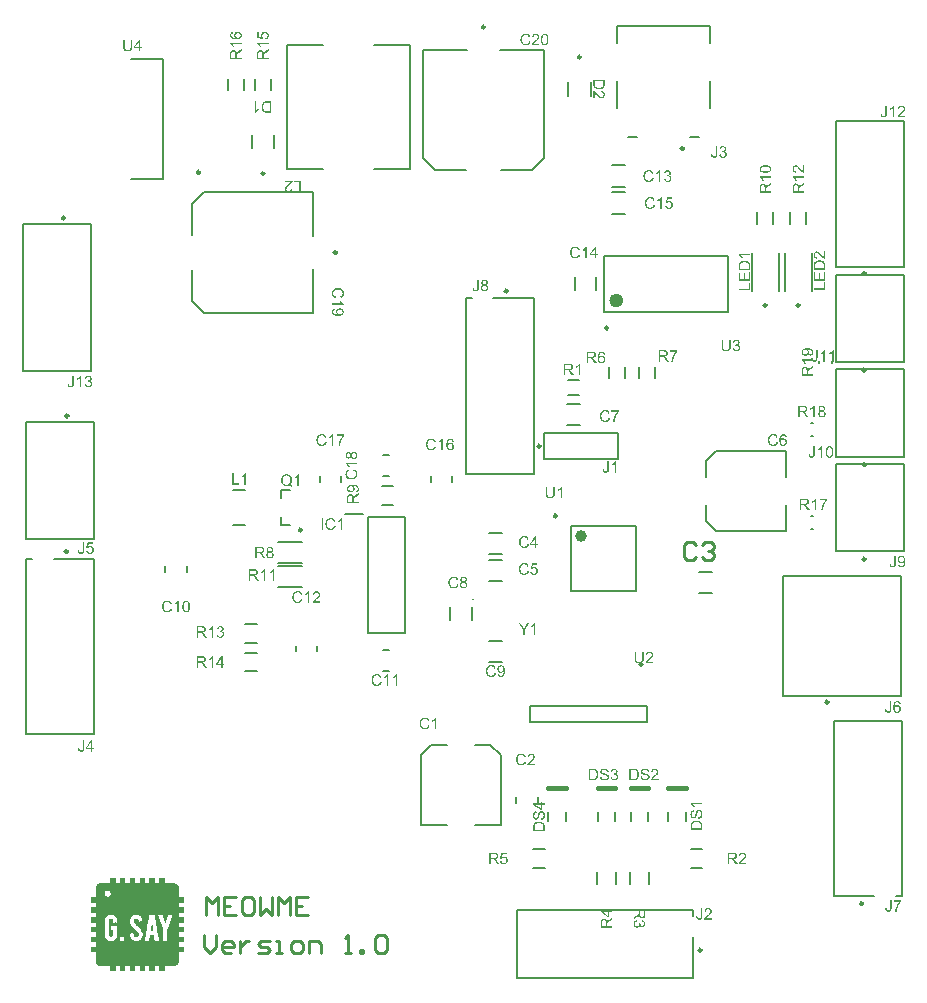
<source format=gto>
G04*
G04 #@! TF.GenerationSoftware,Altium Limited,Altium Designer,22.5.1 (42)*
G04*
G04 Layer_Color=65535*
%FSLAX44Y44*%
%MOMM*%
G71*
G04*
G04 #@! TF.SameCoordinates,D36B5827-C087-4E08-AA9B-A7BE46811C41*
G04*
G04*
G04 #@! TF.FilePolarity,Positive*
G04*
G01*
G75*
%ADD10C,0.2500*%
%ADD11C,0.6000*%
%ADD12C,0.1000*%
%ADD13C,0.5000*%
%ADD14C,0.2000*%
%ADD15C,0.4000*%
%ADD16C,0.2540*%
G36*
X800584Y537799D02*
X809697D01*
Y537485D01*
X810325D01*
Y537171D01*
X810954D01*
Y536856D01*
X811268D01*
Y536542D01*
X811582D01*
Y536228D01*
X811897D01*
Y535914D01*
X812211D01*
Y535285D01*
X812525D01*
Y534028D01*
X812839D01*
Y525859D01*
X816924D01*
Y521145D01*
X812839D01*
Y517374D01*
X816924D01*
Y512975D01*
X812839D01*
Y509204D01*
X816924D01*
Y504491D01*
X812839D01*
Y500720D01*
X816924D01*
Y496321D01*
X812839D01*
Y492551D01*
X816924D01*
Y490037D01*
Y489723D01*
Y487837D01*
X812839D01*
Y484066D01*
X816924D01*
Y479667D01*
X812839D01*
Y471183D01*
X812525D01*
Y469926D01*
X812211D01*
Y469612D01*
X811897D01*
Y468983D01*
X811582D01*
Y468669D01*
X811268D01*
Y468355D01*
X810640D01*
Y468041D01*
X810325D01*
Y467727D01*
X809069D01*
Y467412D01*
X800584D01*
Y463327D01*
X796185D01*
Y467412D01*
X792414D01*
Y463327D01*
X787701D01*
Y467412D01*
X783930D01*
Y463327D01*
X779531D01*
Y467412D01*
X775760D01*
Y463327D01*
X771047D01*
Y467412D01*
X767276D01*
Y463327D01*
X762877D01*
Y467412D01*
X759107D01*
Y463327D01*
X754393D01*
Y467412D01*
X745909D01*
Y467727D01*
X744966D01*
Y468041D01*
X744338D01*
Y468355D01*
X744024D01*
Y468669D01*
X743709D01*
Y468983D01*
X743395D01*
Y469298D01*
X743081D01*
Y469612D01*
X742767D01*
Y470555D01*
X742452D01*
Y479667D01*
X738053D01*
Y484066D01*
X742452D01*
Y487837D01*
X738053D01*
Y492551D01*
X742452D01*
Y496321D01*
X738053D01*
Y500720D01*
X742452D01*
Y504491D01*
X738053D01*
Y509204D01*
X742452D01*
Y512975D01*
X738053D01*
Y517374D01*
X742452D01*
Y521145D01*
X738053D01*
Y525859D01*
X742452D01*
Y534971D01*
X742767D01*
Y535600D01*
X743081D01*
Y536228D01*
X743395D01*
Y536542D01*
X743709D01*
Y536856D01*
X744024D01*
Y537171D01*
X744652D01*
Y537485D01*
X745281D01*
Y537799D01*
X754393D01*
Y542198D01*
X759107D01*
Y537799D01*
X762877D01*
Y542198D01*
X767276D01*
Y537799D01*
X771047D01*
Y542198D01*
X775760D01*
Y537799D01*
X779531D01*
Y542198D01*
X783930D01*
Y537799D01*
X787701D01*
Y542198D01*
X792414D01*
Y537799D01*
X796185D01*
Y542198D01*
X800584D01*
Y537799D01*
D02*
G37*
G36*
X1345134Y990821D02*
X1345318D01*
X1345529Y990807D01*
X1345741Y990779D01*
X1346220Y990737D01*
X1346727Y990666D01*
X1347207Y990567D01*
X1347446Y990497D01*
X1347658Y990426D01*
X1347672D01*
X1347700Y990412D01*
X1347756Y990384D01*
X1347841Y990356D01*
X1347926Y990314D01*
X1348038Y990257D01*
X1348278Y990116D01*
X1348546Y989947D01*
X1348828Y989750D01*
X1349096Y989496D01*
X1349335Y989214D01*
Y989200D01*
X1349364Y989172D01*
X1349392Y989129D01*
X1349420Y989073D01*
X1349462Y988989D01*
X1349519Y988904D01*
X1349575Y988791D01*
X1349617Y988678D01*
X1349730Y988411D01*
X1349829Y988086D01*
X1349885Y987734D01*
X1349913Y987339D01*
Y987226D01*
X1349899Y987156D01*
Y987057D01*
X1349885Y986945D01*
X1349829Y986677D01*
X1349758Y986381D01*
X1349645Y986070D01*
X1349490Y985760D01*
X1349392Y985605D01*
X1349279Y985464D01*
X1349265Y985450D01*
X1349251Y985436D01*
X1349208Y985394D01*
X1349166Y985351D01*
X1349096Y985295D01*
X1349011Y985225D01*
X1348814Y985084D01*
X1348560Y984943D01*
X1348250Y984802D01*
X1347897Y984689D01*
X1347489Y984604D01*
X1347390Y985760D01*
X1347404D01*
X1347432Y985775D01*
X1347460D01*
X1347517Y985789D01*
X1347672Y985831D01*
X1347841Y985887D01*
X1348038Y985958D01*
X1348236Y986056D01*
X1348419Y986169D01*
X1348574Y986310D01*
X1348588Y986324D01*
X1348630Y986381D01*
X1348687Y986479D01*
X1348743Y986592D01*
X1348814Y986747D01*
X1348870Y986930D01*
X1348912Y987142D01*
X1348927Y987367D01*
Y987466D01*
X1348912Y987565D01*
X1348898Y987692D01*
X1348870Y987847D01*
X1348828Y988002D01*
X1348771Y988171D01*
X1348687Y988326D01*
X1348673Y988340D01*
X1348645Y988397D01*
X1348588Y988481D01*
X1348504Y988566D01*
X1348405Y988678D01*
X1348292Y988791D01*
X1348165Y988904D01*
X1348010Y989017D01*
X1347996Y989031D01*
X1347926Y989059D01*
X1347827Y989115D01*
X1347700Y989172D01*
X1347531Y989242D01*
X1347334Y989313D01*
X1347108Y989383D01*
X1346854Y989454D01*
X1346840D01*
X1346826Y989468D01*
X1346784D01*
X1346727Y989482D01*
X1346586Y989510D01*
X1346403Y989553D01*
X1346178Y989581D01*
X1345938Y989609D01*
X1345670Y989623D01*
X1345388Y989637D01*
X1345374D01*
X1345332D01*
X1345261D01*
X1345148D01*
X1345177Y989623D01*
X1345247Y989567D01*
X1345346Y989482D01*
X1345487Y989383D01*
X1345628Y989242D01*
X1345783Y989073D01*
X1345938Y988876D01*
X1346079Y988650D01*
X1346093Y988622D01*
X1346135Y988538D01*
X1346192Y988411D01*
X1346248Y988255D01*
X1346319Y988044D01*
X1346375Y987819D01*
X1346417Y987565D01*
X1346431Y987297D01*
Y987184D01*
X1346417Y987100D01*
X1346403Y986987D01*
X1346389Y986874D01*
X1346361Y986733D01*
X1346319Y986592D01*
X1346220Y986268D01*
X1346149Y986099D01*
X1346065Y985929D01*
X1345966Y985746D01*
X1345839Y985577D01*
X1345712Y985408D01*
X1345557Y985253D01*
X1345543Y985239D01*
X1345515Y985211D01*
X1345473Y985182D01*
X1345402Y985126D01*
X1345304Y985055D01*
X1345205Y984985D01*
X1345078Y984914D01*
X1344937Y984844D01*
X1344782Y984760D01*
X1344613Y984689D01*
X1344415Y984619D01*
X1344218Y984548D01*
X1343992Y984492D01*
X1343753Y984463D01*
X1343513Y984435D01*
X1343245Y984421D01*
X1343231D01*
X1343175D01*
X1343104D01*
X1343006Y984435D01*
X1342879Y984449D01*
X1342724Y984463D01*
X1342569Y984492D01*
X1342386Y984534D01*
X1342019Y984633D01*
X1341822Y984703D01*
X1341610Y984788D01*
X1341413Y984886D01*
X1341230Y985013D01*
X1341032Y985140D01*
X1340863Y985295D01*
X1340849Y985309D01*
X1340821Y985338D01*
X1340778Y985380D01*
X1340722Y985450D01*
X1340652Y985535D01*
X1340567Y985648D01*
X1340497Y985760D01*
X1340398Y985901D01*
X1340313Y986042D01*
X1340243Y986211D01*
X1340088Y986592D01*
X1340031Y986789D01*
X1339989Y987015D01*
X1339961Y987241D01*
X1339947Y987480D01*
Y987579D01*
X1339961Y987649D01*
Y987720D01*
X1339975Y987819D01*
X1340017Y988058D01*
X1340074Y988326D01*
X1340172Y988622D01*
X1340299Y988918D01*
X1340468Y989214D01*
Y989228D01*
X1340497Y989242D01*
X1340525Y989285D01*
X1340567Y989341D01*
X1340680Y989482D01*
X1340835Y989665D01*
X1341046Y989848D01*
X1341300Y990060D01*
X1341596Y990243D01*
X1341934Y990412D01*
X1341949D01*
X1341977Y990426D01*
X1342033Y990455D01*
X1342103Y990483D01*
X1342202Y990511D01*
X1342329Y990553D01*
X1342470Y990582D01*
X1342625Y990624D01*
X1342808Y990666D01*
X1343020Y990708D01*
X1343245Y990737D01*
X1343485Y990765D01*
X1343753Y990793D01*
X1344035Y990821D01*
X1344345Y990835D01*
X1344669D01*
X1344683D01*
X1344754D01*
X1344852D01*
X1344979D01*
X1345134Y990821D01*
D02*
G37*
G36*
X1353457Y982537D02*
Y982523D01*
Y982481D01*
Y982424D01*
Y982340D01*
X1353443Y982227D01*
Y982114D01*
X1353415Y981846D01*
X1353387Y981536D01*
X1353330Y981212D01*
X1353246Y980916D01*
X1353147Y980634D01*
Y980620D01*
X1353133Y980606D01*
X1353091Y980521D01*
X1353020Y980409D01*
X1352922Y980254D01*
X1352781Y980098D01*
X1352626Y979929D01*
X1352428Y979760D01*
X1352203Y979619D01*
X1352175Y979605D01*
X1352090Y979563D01*
X1351963Y979506D01*
X1351780Y979450D01*
X1351554Y979380D01*
X1351300Y979323D01*
X1351019Y979281D01*
X1350708Y979267D01*
X1350582D01*
X1350497Y979281D01*
X1350384Y979295D01*
X1350271Y979309D01*
X1349975Y979365D01*
X1349665Y979450D01*
X1349341Y979577D01*
X1349172Y979661D01*
X1349017Y979760D01*
X1348876Y979873D01*
X1348735Y980000D01*
X1348721Y980014D01*
X1348707Y980028D01*
X1348678Y980084D01*
X1348636Y980141D01*
X1348629Y980150D01*
X1342118D01*
X1342132Y980136D01*
X1342188Y980065D01*
X1342273Y979981D01*
X1342371Y979840D01*
X1342498Y979685D01*
X1342639Y979487D01*
X1342794Y979262D01*
X1342949Y979008D01*
Y978994D01*
X1342964Y978980D01*
X1343020Y978895D01*
X1343090Y978754D01*
X1343175Y978585D01*
X1343274Y978388D01*
X1343372Y978176D01*
X1343471Y977965D01*
X1343555Y977753D01*
X1342400D01*
Y977767D01*
X1342371Y977796D01*
X1342357Y977852D01*
X1342315Y977922D01*
X1342273Y978007D01*
X1342216Y978106D01*
X1342075Y978345D01*
X1341920Y978627D01*
X1341723Y978909D01*
X1341497Y979205D01*
X1341258Y979501D01*
X1341244Y979515D01*
X1341230Y979529D01*
X1341187Y979572D01*
X1341145Y979628D01*
X1341004Y979755D01*
X1340835Y979924D01*
X1340638Y980093D01*
X1340412Y980277D01*
X1340186Y980432D01*
X1339947Y980573D01*
Y981348D01*
X1348155D01*
X1348143Y981438D01*
X1348100Y981677D01*
X1348086Y981917D01*
Y982185D01*
X1349256Y982354D01*
Y982340D01*
Y982312D01*
Y982255D01*
X1349270Y982171D01*
X1349285Y982086D01*
Y981987D01*
X1349327Y981748D01*
X1349369Y981494D01*
X1349418Y981348D01*
X1349744D01*
Y980768D01*
X1349820Y980705D01*
X1349933Y980634D01*
X1350088Y980550D01*
X1350257Y980493D01*
X1350469Y980437D01*
X1350694Y980423D01*
X1350779D01*
X1350863Y980437D01*
X1350990Y980451D01*
X1351117Y980479D01*
X1351258Y980507D01*
X1351399Y980564D01*
X1351540Y980634D01*
X1351554Y980648D01*
X1351597Y980676D01*
X1351653Y980733D01*
X1351738Y980789D01*
X1351808Y980888D01*
X1351893Y980987D01*
X1351963Y981099D01*
X1352019Y981240D01*
Y981254D01*
X1352048Y981311D01*
X1352062Y981410D01*
X1352090Y981536D01*
X1352118Y981705D01*
X1352132Y981917D01*
X1352160Y982171D01*
Y982467D01*
Y989191D01*
X1353457D01*
Y982537D01*
D02*
G37*
G36*
X1367174Y979436D02*
X1365975D01*
Y987062D01*
X1365961Y987048D01*
X1365891Y986992D01*
X1365806Y986907D01*
X1365665Y986809D01*
X1365510Y986682D01*
X1365313Y986541D01*
X1365087Y986386D01*
X1364834Y986231D01*
X1364819D01*
X1364805Y986217D01*
X1364721Y986160D01*
X1364580Y986090D01*
X1364411Y986005D01*
X1364213Y985906D01*
X1364002Y985808D01*
X1363790Y985709D01*
X1363579Y985624D01*
Y986780D01*
X1363593D01*
X1363621Y986809D01*
X1363678Y986823D01*
X1363748Y986865D01*
X1363833Y986907D01*
X1363931Y986964D01*
X1364171Y987105D01*
X1364453Y987260D01*
X1364735Y987457D01*
X1365031Y987683D01*
X1365327Y987922D01*
X1365341Y987936D01*
X1365355Y987951D01*
X1365397Y987993D01*
X1365454Y988035D01*
X1365581Y988176D01*
X1365750Y988345D01*
X1365919Y988542D01*
X1366102Y988768D01*
X1366257Y988994D01*
X1366398Y989233D01*
X1367174D01*
Y979436D01*
D02*
G37*
G36*
X1359590D02*
X1358391D01*
Y987062D01*
X1358377Y987048D01*
X1358307Y986992D01*
X1358222Y986907D01*
X1358081Y986809D01*
X1357926Y986682D01*
X1357729Y986541D01*
X1357503Y986386D01*
X1357249Y986231D01*
X1357235D01*
X1357221Y986217D01*
X1357137Y986160D01*
X1356996Y986090D01*
X1356826Y986005D01*
X1356629Y985906D01*
X1356418Y985808D01*
X1356206Y985709D01*
X1355995Y985624D01*
Y986780D01*
X1356009D01*
X1356037Y986809D01*
X1356093Y986823D01*
X1356164Y986865D01*
X1356248Y986907D01*
X1356347Y986964D01*
X1356587Y987105D01*
X1356869Y987260D01*
X1357151Y987457D01*
X1357447Y987683D01*
X1357743Y987922D01*
X1357757Y987936D01*
X1357771Y987951D01*
X1357813Y987993D01*
X1357870Y988035D01*
X1357997Y988176D01*
X1358166Y988345D01*
X1358335Y988542D01*
X1358518Y988768D01*
X1358673Y988994D01*
X1358814Y989233D01*
X1359590D01*
Y979436D01*
D02*
G37*
G36*
X1349744Y974469D02*
X1347714Y973186D01*
X1347700D01*
X1347672Y973158D01*
X1347630Y973129D01*
X1347573Y973087D01*
X1347418Y972989D01*
X1347221Y972862D01*
X1347009Y972707D01*
X1346784Y972551D01*
X1346572Y972396D01*
X1346375Y972255D01*
X1346361Y972241D01*
X1346304Y972199D01*
X1346220Y972129D01*
X1346121Y972030D01*
X1345910Y971818D01*
X1345811Y971706D01*
X1345726Y971593D01*
X1345712Y971579D01*
X1345698Y971551D01*
X1345670Y971494D01*
X1345628Y971410D01*
X1345585Y971325D01*
X1345543Y971226D01*
X1345473Y971001D01*
Y970987D01*
X1345459Y970958D01*
Y970902D01*
X1345444Y970832D01*
X1345430Y970733D01*
Y970620D01*
X1345416Y970465D01*
Y968802D01*
X1349744D01*
Y967505D01*
X1339989D01*
Y972030D01*
X1340003Y972143D01*
Y972270D01*
X1340017Y972566D01*
X1340060Y972876D01*
X1340102Y973214D01*
X1340172Y973524D01*
X1340215Y973679D01*
X1340257Y973806D01*
Y973820D01*
X1340271Y973834D01*
X1340313Y973919D01*
X1340370Y974046D01*
X1340468Y974201D01*
X1340595Y974370D01*
X1340764Y974553D01*
X1340962Y974722D01*
X1341187Y974892D01*
X1341201D01*
X1341215Y974906D01*
X1341300Y974962D01*
X1341441Y975018D01*
X1341624Y975103D01*
X1341836Y975173D01*
X1342089Y975244D01*
X1342357Y975286D01*
X1342653Y975300D01*
X1342667D01*
X1342696D01*
X1342752D01*
X1342823Y975286D01*
X1342921D01*
X1343020Y975272D01*
X1343259Y975216D01*
X1343541Y975131D01*
X1343837Y975018D01*
X1344133Y974849D01*
X1344274Y974736D01*
X1344415Y974624D01*
X1344429Y974610D01*
X1344444Y974595D01*
X1344486Y974553D01*
X1344528Y974497D01*
X1344585Y974426D01*
X1344641Y974342D01*
X1344711Y974229D01*
X1344796Y974116D01*
X1344867Y973975D01*
X1344937Y973820D01*
X1345022Y973651D01*
X1345092Y973468D01*
X1345148Y973256D01*
X1345219Y973045D01*
X1345261Y972805D01*
X1345304Y972551D01*
X1345318Y972580D01*
X1345346Y972636D01*
X1345402Y972721D01*
X1345459Y972833D01*
X1345614Y973087D01*
X1345712Y973214D01*
X1345797Y973327D01*
X1345825Y973355D01*
X1345896Y973426D01*
X1346008Y973538D01*
X1346149Y973679D01*
X1346347Y973834D01*
X1346558Y974018D01*
X1346812Y974201D01*
X1347094Y974398D01*
X1349744Y976076D01*
Y974469D01*
D02*
G37*
G36*
X1421267Y692039D02*
X1421366D01*
X1421479Y692025D01*
X1421747Y691969D01*
X1422043Y691898D01*
X1422353Y691786D01*
X1422663Y691616D01*
X1422818Y691518D01*
X1422959Y691405D01*
X1422973Y691391D01*
X1422987Y691377D01*
X1423029Y691334D01*
X1423072Y691292D01*
X1423142Y691222D01*
X1423198Y691137D01*
X1423353Y690940D01*
X1423509Y690686D01*
X1423650Y690376D01*
X1423776Y690023D01*
X1423861Y689629D01*
X1422663Y689530D01*
Y689544D01*
X1422649Y689558D01*
X1422635Y689643D01*
X1422592Y689770D01*
X1422536Y689925D01*
X1422480Y690094D01*
X1422395Y690263D01*
X1422296Y690418D01*
X1422198Y690545D01*
X1422169Y690573D01*
X1422113Y690630D01*
X1422014Y690714D01*
X1421873Y690813D01*
X1421690Y690897D01*
X1421493Y690982D01*
X1421253Y691038D01*
X1420999Y691067D01*
X1420901D01*
X1420788Y691052D01*
X1420661Y691024D01*
X1420492Y690982D01*
X1420323Y690926D01*
X1420154Y690855D01*
X1419984Y690742D01*
X1419956Y690728D01*
X1419886Y690672D01*
X1419787Y690573D01*
X1419660Y690432D01*
X1419519Y690263D01*
X1419364Y690066D01*
X1419223Y689812D01*
X1419082Y689530D01*
Y689516D01*
X1419068Y689488D01*
X1419054Y689445D01*
X1419026Y689389D01*
X1419012Y689304D01*
X1418983Y689206D01*
X1418955Y689093D01*
X1418927Y688952D01*
X1418885Y688797D01*
X1418857Y688628D01*
X1418828Y688445D01*
X1418814Y688247D01*
X1418786Y688022D01*
X1418772Y687796D01*
X1418758Y687542D01*
Y687289D01*
X1418772Y687303D01*
X1418828Y687387D01*
X1418927Y687500D01*
X1419054Y687641D01*
X1419195Y687810D01*
X1419378Y687965D01*
X1419576Y688120D01*
X1419801Y688261D01*
X1419815D01*
X1419829Y688275D01*
X1419914Y688318D01*
X1420041Y688360D01*
X1420210Y688430D01*
X1420407Y688487D01*
X1420633Y688529D01*
X1420872Y688571D01*
X1421126Y688585D01*
X1421239D01*
X1421324Y688571D01*
X1421436Y688557D01*
X1421549Y688543D01*
X1421690Y688515D01*
X1421831Y688473D01*
X1422155Y688374D01*
X1422324Y688304D01*
X1422494Y688205D01*
X1422663Y688106D01*
X1422846Y687993D01*
X1423015Y687852D01*
X1423170Y687697D01*
X1423184Y687683D01*
X1423212Y687655D01*
X1423255Y687613D01*
X1423297Y687542D01*
X1423368Y687444D01*
X1423438Y687345D01*
X1423509Y687218D01*
X1423593Y687077D01*
X1423678Y686922D01*
X1423748Y686753D01*
X1423819Y686555D01*
X1423889Y686358D01*
X1423931Y686147D01*
X1423974Y685907D01*
X1424002Y685667D01*
X1424016Y685414D01*
Y685399D01*
Y685371D01*
Y685329D01*
Y685258D01*
X1424002Y685174D01*
Y685089D01*
X1423960Y684864D01*
X1423917Y684596D01*
X1423847Y684314D01*
X1423748Y684004D01*
X1423607Y683708D01*
Y683694D01*
X1423593Y683680D01*
X1423565Y683637D01*
X1423537Y683581D01*
X1423452Y683440D01*
X1423325Y683257D01*
X1423170Y683059D01*
X1422987Y682862D01*
X1422761Y682665D01*
X1422522Y682495D01*
X1422508D01*
X1422494Y682481D01*
X1422451Y682453D01*
X1422395Y682439D01*
X1422254Y682369D01*
X1422071Y682298D01*
X1421831Y682214D01*
X1421563Y682157D01*
X1421267Y682101D01*
X1420943Y682087D01*
X1420872D01*
X1420802Y682101D01*
X1420689D01*
X1420562Y682115D01*
X1420421Y682143D01*
X1420252Y682185D01*
X1420083Y682228D01*
X1419886Y682284D01*
X1419688Y682355D01*
X1419491Y682439D01*
X1419279Y682552D01*
X1419082Y682679D01*
X1418885Y682820D01*
X1418687Y682989D01*
X1418504Y683186D01*
X1418490Y683200D01*
X1418462Y683243D01*
X1418420Y683299D01*
X1418363Y683398D01*
X1418279Y683525D01*
X1418208Y683666D01*
X1418123Y683849D01*
X1418039Y684046D01*
X1417940Y684286D01*
X1417856Y684554D01*
X1417785Y684850D01*
X1417715Y685174D01*
X1417644Y685540D01*
X1417602Y685935D01*
X1417574Y686358D01*
X1417560Y686809D01*
Y686823D01*
Y686837D01*
Y686880D01*
Y686936D01*
X1417574Y687077D01*
Y687274D01*
X1417588Y687500D01*
X1417616Y687768D01*
X1417644Y688064D01*
X1417686Y688388D01*
X1417743Y688712D01*
X1417813Y689065D01*
X1417898Y689403D01*
X1417997Y689741D01*
X1418123Y690066D01*
X1418264Y690376D01*
X1418420Y690672D01*
X1418603Y690926D01*
X1418617Y690940D01*
X1418645Y690968D01*
X1418701Y691024D01*
X1418772Y691109D01*
X1418857Y691193D01*
X1418969Y691278D01*
X1419110Y691391D01*
X1419251Y691489D01*
X1419420Y691588D01*
X1419604Y691701D01*
X1419815Y691786D01*
X1420027Y691884D01*
X1420266Y691955D01*
X1420520Y692011D01*
X1420788Y692039D01*
X1421070Y692053D01*
X1421183D01*
X1421267Y692039D01*
D02*
G37*
G36*
X1415995Y685357D02*
Y685343D01*
Y685301D01*
Y685245D01*
Y685160D01*
X1415981Y685047D01*
Y684934D01*
X1415953Y684667D01*
X1415924Y684356D01*
X1415868Y684032D01*
X1415783Y683736D01*
X1415685Y683454D01*
Y683440D01*
X1415671Y683426D01*
X1415628Y683341D01*
X1415558Y683229D01*
X1415459Y683074D01*
X1415318Y682918D01*
X1415163Y682749D01*
X1414966Y682580D01*
X1414740Y682439D01*
X1414712Y682425D01*
X1414628Y682383D01*
X1414501Y682326D01*
X1414317Y682270D01*
X1414092Y682199D01*
X1413838Y682143D01*
X1413556Y682101D01*
X1413246Y682087D01*
X1413119D01*
X1413035Y682101D01*
X1412922Y682115D01*
X1412809Y682129D01*
X1412513Y682185D01*
X1412203Y682270D01*
X1411879Y682397D01*
X1411709Y682481D01*
X1411554Y682580D01*
X1411413Y682693D01*
X1411272Y682820D01*
X1411258Y682834D01*
X1411244Y682848D01*
X1411216Y682904D01*
X1411174Y682961D01*
X1411117Y683031D01*
X1411061Y683130D01*
X1411004Y683243D01*
X1410934Y683370D01*
X1410878Y683511D01*
X1410821Y683680D01*
X1410765Y683849D01*
X1410708Y684046D01*
X1410680Y684258D01*
X1410638Y684497D01*
X1410624Y684737D01*
Y685005D01*
X1411794Y685174D01*
Y685160D01*
Y685132D01*
Y685075D01*
X1411808Y684991D01*
X1411822Y684906D01*
Y684807D01*
X1411864Y684568D01*
X1411907Y684314D01*
X1411991Y684060D01*
X1412076Y683835D01*
X1412132Y683736D01*
X1412203Y683652D01*
X1412217Y683637D01*
X1412273Y683595D01*
X1412358Y683525D01*
X1412471Y683454D01*
X1412626Y683370D01*
X1412795Y683313D01*
X1413006Y683257D01*
X1413232Y683243D01*
X1413316D01*
X1413401Y683257D01*
X1413528Y683271D01*
X1413655Y683299D01*
X1413796Y683327D01*
X1413937Y683384D01*
X1414078Y683454D01*
X1414092Y683468D01*
X1414134Y683496D01*
X1414191Y683553D01*
X1414275Y683609D01*
X1414346Y683708D01*
X1414430Y683807D01*
X1414501Y683919D01*
X1414557Y684060D01*
Y684074D01*
X1414585Y684131D01*
X1414599Y684230D01*
X1414628Y684356D01*
X1414656Y684526D01*
X1414670Y684737D01*
X1414698Y684991D01*
Y685287D01*
Y692011D01*
X1415995D01*
Y685357D01*
D02*
G37*
G36*
X1273651Y1161939D02*
X1273834Y1161911D01*
X1274060Y1161869D01*
X1274314Y1161798D01*
X1274567Y1161714D01*
X1274821Y1161601D01*
X1274835D01*
X1274849Y1161587D01*
X1274934Y1161544D01*
X1275061Y1161460D01*
X1275202Y1161361D01*
X1275371Y1161220D01*
X1275540Y1161065D01*
X1275709Y1160882D01*
X1275850Y1160670D01*
X1275864Y1160642D01*
X1275907Y1160572D01*
X1275963Y1160445D01*
X1276033Y1160290D01*
X1276104Y1160107D01*
X1276160Y1159895D01*
X1276203Y1159656D01*
X1276217Y1159416D01*
Y1159388D01*
Y1159303D01*
X1276203Y1159190D01*
X1276174Y1159035D01*
X1276132Y1158852D01*
X1276062Y1158655D01*
X1275977Y1158457D01*
X1275864Y1158260D01*
X1275850Y1158232D01*
X1275808Y1158175D01*
X1275723Y1158077D01*
X1275611Y1157964D01*
X1275470Y1157837D01*
X1275301Y1157696D01*
X1275103Y1157569D01*
X1274864Y1157442D01*
X1274878D01*
X1274906Y1157428D01*
X1274948Y1157414D01*
X1275004Y1157400D01*
X1275160Y1157344D01*
X1275357Y1157259D01*
X1275582Y1157146D01*
X1275808Y1157005D01*
X1276019Y1156822D01*
X1276217Y1156610D01*
X1276231Y1156582D01*
X1276287Y1156498D01*
X1276372Y1156357D01*
X1276456Y1156173D01*
X1276541Y1155948D01*
X1276626Y1155680D01*
X1276682Y1155370D01*
X1276696Y1155032D01*
Y1155018D01*
Y1154975D01*
Y1154905D01*
X1276682Y1154820D01*
X1276668Y1154707D01*
X1276640Y1154581D01*
X1276611Y1154440D01*
X1276583Y1154285D01*
X1276470Y1153946D01*
X1276386Y1153763D01*
X1276301Y1153594D01*
X1276189Y1153410D01*
X1276062Y1153227D01*
X1275921Y1153044D01*
X1275752Y1152875D01*
X1275738Y1152861D01*
X1275709Y1152832D01*
X1275653Y1152790D01*
X1275582Y1152734D01*
X1275498Y1152663D01*
X1275385Y1152593D01*
X1275258Y1152508D01*
X1275103Y1152438D01*
X1274948Y1152353D01*
X1274765Y1152269D01*
X1274582Y1152198D01*
X1274370Y1152128D01*
X1274145Y1152071D01*
X1273905Y1152029D01*
X1273665Y1152001D01*
X1273397Y1151987D01*
X1273270D01*
X1273186Y1152001D01*
X1273073Y1152015D01*
X1272946Y1152029D01*
X1272805Y1152057D01*
X1272650Y1152085D01*
X1272312Y1152170D01*
X1271960Y1152311D01*
X1271776Y1152395D01*
X1271607Y1152494D01*
X1271438Y1152621D01*
X1271269Y1152748D01*
X1271255Y1152762D01*
X1271226Y1152790D01*
X1271184Y1152832D01*
X1271142Y1152889D01*
X1271071Y1152959D01*
X1271001Y1153058D01*
X1270916Y1153157D01*
X1270832Y1153284D01*
X1270747Y1153425D01*
X1270663Y1153566D01*
X1270508Y1153904D01*
X1270381Y1154299D01*
X1270338Y1154510D01*
X1270310Y1154736D01*
X1271508Y1154891D01*
Y1154877D01*
X1271523Y1154848D01*
X1271537Y1154792D01*
X1271551Y1154722D01*
X1271565Y1154637D01*
X1271593Y1154538D01*
X1271663Y1154327D01*
X1271762Y1154073D01*
X1271889Y1153833D01*
X1272030Y1153608D01*
X1272199Y1153410D01*
X1272227Y1153396D01*
X1272284Y1153340D01*
X1272396Y1153270D01*
X1272538Y1153199D01*
X1272707Y1153114D01*
X1272918Y1153044D01*
X1273158Y1152988D01*
X1273411Y1152973D01*
X1273496D01*
X1273552Y1152988D01*
X1273708Y1153002D01*
X1273905Y1153044D01*
X1274130Y1153114D01*
X1274370Y1153213D01*
X1274610Y1153354D01*
X1274835Y1153551D01*
X1274864Y1153580D01*
X1274934Y1153664D01*
X1275018Y1153791D01*
X1275131Y1153960D01*
X1275244Y1154172D01*
X1275329Y1154411D01*
X1275399Y1154693D01*
X1275427Y1155004D01*
Y1155018D01*
Y1155046D01*
Y1155088D01*
X1275413Y1155145D01*
X1275399Y1155300D01*
X1275357Y1155483D01*
X1275301Y1155708D01*
X1275202Y1155934D01*
X1275061Y1156159D01*
X1274878Y1156371D01*
X1274849Y1156399D01*
X1274779Y1156456D01*
X1274666Y1156540D01*
X1274511Y1156639D01*
X1274314Y1156737D01*
X1274074Y1156822D01*
X1273806Y1156878D01*
X1273510Y1156907D01*
X1273383D01*
X1273285Y1156892D01*
X1273158Y1156878D01*
X1273017Y1156850D01*
X1272848Y1156822D01*
X1272664Y1156780D01*
X1272805Y1157837D01*
X1272876D01*
X1272932Y1157823D01*
X1273115D01*
X1273270Y1157851D01*
X1273454Y1157879D01*
X1273665Y1157922D01*
X1273905Y1157992D01*
X1274130Y1158091D01*
X1274370Y1158218D01*
X1274384D01*
X1274398Y1158232D01*
X1274469Y1158288D01*
X1274567Y1158387D01*
X1274680Y1158514D01*
X1274793Y1158697D01*
X1274892Y1158908D01*
X1274962Y1159148D01*
X1274990Y1159289D01*
Y1159444D01*
Y1159458D01*
Y1159472D01*
Y1159557D01*
X1274962Y1159670D01*
X1274934Y1159825D01*
X1274878Y1159994D01*
X1274807Y1160177D01*
X1274694Y1160360D01*
X1274539Y1160529D01*
X1274525Y1160544D01*
X1274455Y1160600D01*
X1274356Y1160670D01*
X1274229Y1160755D01*
X1274060Y1160826D01*
X1273863Y1160896D01*
X1273637Y1160952D01*
X1273383Y1160966D01*
X1273270D01*
X1273144Y1160938D01*
X1272974Y1160910D01*
X1272791Y1160854D01*
X1272608Y1160783D01*
X1272411Y1160670D01*
X1272227Y1160529D01*
X1272213Y1160515D01*
X1272157Y1160445D01*
X1272072Y1160346D01*
X1271974Y1160205D01*
X1271875Y1160022D01*
X1271776Y1159797D01*
X1271692Y1159529D01*
X1271635Y1159219D01*
X1270437Y1159430D01*
Y1159444D01*
X1270451Y1159486D01*
X1270465Y1159543D01*
X1270479Y1159627D01*
X1270508Y1159726D01*
X1270550Y1159839D01*
X1270634Y1160107D01*
X1270775Y1160417D01*
X1270945Y1160727D01*
X1271156Y1161023D01*
X1271424Y1161291D01*
X1271438Y1161305D01*
X1271466Y1161319D01*
X1271508Y1161347D01*
X1271565Y1161389D01*
X1271635Y1161446D01*
X1271734Y1161502D01*
X1271833Y1161559D01*
X1271960Y1161629D01*
X1272241Y1161742D01*
X1272566Y1161855D01*
X1272946Y1161925D01*
X1273144Y1161953D01*
X1273496D01*
X1273651Y1161939D01*
D02*
G37*
G36*
X1268675Y1155257D02*
Y1155243D01*
Y1155201D01*
Y1155145D01*
Y1155060D01*
X1268661Y1154947D01*
Y1154834D01*
X1268633Y1154566D01*
X1268604Y1154256D01*
X1268548Y1153932D01*
X1268463Y1153636D01*
X1268365Y1153354D01*
Y1153340D01*
X1268351Y1153326D01*
X1268308Y1153241D01*
X1268238Y1153129D01*
X1268139Y1152973D01*
X1267998Y1152818D01*
X1267843Y1152649D01*
X1267646Y1152480D01*
X1267420Y1152339D01*
X1267392Y1152325D01*
X1267308Y1152283D01*
X1267181Y1152226D01*
X1266997Y1152170D01*
X1266772Y1152100D01*
X1266518Y1152043D01*
X1266236Y1152001D01*
X1265926Y1151987D01*
X1265799D01*
X1265714Y1152001D01*
X1265602Y1152015D01*
X1265489Y1152029D01*
X1265193Y1152085D01*
X1264883Y1152170D01*
X1264559Y1152297D01*
X1264389Y1152381D01*
X1264234Y1152480D01*
X1264093Y1152593D01*
X1263952Y1152720D01*
X1263938Y1152734D01*
X1263924Y1152748D01*
X1263896Y1152804D01*
X1263854Y1152861D01*
X1263797Y1152931D01*
X1263741Y1153030D01*
X1263684Y1153143D01*
X1263614Y1153270D01*
X1263558Y1153410D01*
X1263501Y1153580D01*
X1263445Y1153749D01*
X1263389Y1153946D01*
X1263360Y1154158D01*
X1263318Y1154397D01*
X1263304Y1154637D01*
Y1154905D01*
X1264474Y1155074D01*
Y1155060D01*
Y1155032D01*
Y1154975D01*
X1264488Y1154891D01*
X1264502Y1154806D01*
Y1154707D01*
X1264545Y1154468D01*
X1264587Y1154214D01*
X1264671Y1153960D01*
X1264756Y1153735D01*
X1264812Y1153636D01*
X1264883Y1153551D01*
X1264897Y1153537D01*
X1264953Y1153495D01*
X1265038Y1153425D01*
X1265151Y1153354D01*
X1265306Y1153270D01*
X1265475Y1153213D01*
X1265686Y1153157D01*
X1265912Y1153143D01*
X1265996D01*
X1266081Y1153157D01*
X1266208Y1153171D01*
X1266335Y1153199D01*
X1266476Y1153227D01*
X1266617Y1153284D01*
X1266758Y1153354D01*
X1266772Y1153368D01*
X1266814Y1153396D01*
X1266870Y1153453D01*
X1266955Y1153509D01*
X1267026Y1153608D01*
X1267110Y1153707D01*
X1267181Y1153819D01*
X1267237Y1153960D01*
Y1153974D01*
X1267265Y1154031D01*
X1267279Y1154129D01*
X1267308Y1154256D01*
X1267336Y1154426D01*
X1267350Y1154637D01*
X1267378Y1154891D01*
Y1155187D01*
Y1161911D01*
X1268675D01*
Y1155257D01*
D02*
G37*
G36*
X1324845Y918036D02*
X1324943D01*
X1325056Y918022D01*
X1325324Y917965D01*
X1325620Y917895D01*
X1325930Y917782D01*
X1326240Y917613D01*
X1326395Y917514D01*
X1326536Y917401D01*
X1326550Y917387D01*
X1326564Y917373D01*
X1326607Y917331D01*
X1326649Y917289D01*
X1326720Y917218D01*
X1326776Y917133D01*
X1326931Y916936D01*
X1327086Y916682D01*
X1327227Y916372D01*
X1327354Y916020D01*
X1327438Y915625D01*
X1326240Y915527D01*
Y915541D01*
X1326226Y915555D01*
X1326212Y915639D01*
X1326170Y915766D01*
X1326113Y915921D01*
X1326057Y916090D01*
X1325972Y916260D01*
X1325874Y916415D01*
X1325775Y916542D01*
X1325747Y916570D01*
X1325690Y916626D01*
X1325592Y916711D01*
X1325451Y916809D01*
X1325267Y916894D01*
X1325070Y916979D01*
X1324830Y917035D01*
X1324577Y917063D01*
X1324478D01*
X1324365Y917049D01*
X1324238Y917021D01*
X1324069Y916979D01*
X1323900Y916922D01*
X1323731Y916852D01*
X1323562Y916739D01*
X1323533Y916725D01*
X1323463Y916668D01*
X1323364Y916570D01*
X1323237Y916429D01*
X1323096Y916260D01*
X1322941Y916062D01*
X1322800Y915808D01*
X1322659Y915527D01*
Y915512D01*
X1322645Y915484D01*
X1322631Y915442D01*
X1322603Y915386D01*
X1322589Y915301D01*
X1322561Y915202D01*
X1322533Y915089D01*
X1322504Y914949D01*
X1322462Y914793D01*
X1322434Y914624D01*
X1322406Y914441D01*
X1322392Y914244D01*
X1322363Y914018D01*
X1322349Y913793D01*
X1322335Y913539D01*
Y913285D01*
X1322349Y913299D01*
X1322406Y913384D01*
X1322504Y913496D01*
X1322631Y913637D01*
X1322772Y913807D01*
X1322956Y913962D01*
X1323153Y914117D01*
X1323378Y914258D01*
X1323393D01*
X1323407Y914272D01*
X1323491Y914314D01*
X1323618Y914356D01*
X1323787Y914427D01*
X1323985Y914483D01*
X1324210Y914526D01*
X1324450Y914568D01*
X1324704Y914582D01*
X1324816D01*
X1324901Y914568D01*
X1325014Y914554D01*
X1325126Y914540D01*
X1325267Y914511D01*
X1325408Y914469D01*
X1325733Y914370D01*
X1325902Y914300D01*
X1326071Y914201D01*
X1326240Y914103D01*
X1326423Y913990D01*
X1326593Y913849D01*
X1326748Y913694D01*
X1326762Y913680D01*
X1326790Y913652D01*
X1326832Y913609D01*
X1326875Y913539D01*
X1326945Y913440D01*
X1327016Y913342D01*
X1327086Y913215D01*
X1327171Y913074D01*
X1327255Y912918D01*
X1327326Y912749D01*
X1327396Y912552D01*
X1327467Y912355D01*
X1327509Y912143D01*
X1327551Y911904D01*
X1327579Y911664D01*
X1327594Y911410D01*
Y911396D01*
Y911368D01*
Y911326D01*
Y911255D01*
X1327579Y911171D01*
Y911086D01*
X1327537Y910860D01*
X1327495Y910592D01*
X1327424Y910311D01*
X1327326Y910001D01*
X1327185Y909704D01*
Y909690D01*
X1327171Y909676D01*
X1327142Y909634D01*
X1327114Y909578D01*
X1327030Y909437D01*
X1326903Y909253D01*
X1326748Y909056D01*
X1326564Y908859D01*
X1326339Y908661D01*
X1326099Y908492D01*
X1326085D01*
X1326071Y908478D01*
X1326029Y908450D01*
X1325972Y908436D01*
X1325831Y908365D01*
X1325648Y908295D01*
X1325408Y908210D01*
X1325141Y908154D01*
X1324845Y908097D01*
X1324520Y908083D01*
X1324450D01*
X1324379Y908097D01*
X1324267D01*
X1324140Y908111D01*
X1323999Y908140D01*
X1323830Y908182D01*
X1323660Y908224D01*
X1323463Y908281D01*
X1323266Y908351D01*
X1323068Y908436D01*
X1322857Y908549D01*
X1322659Y908675D01*
X1322462Y908816D01*
X1322265Y908986D01*
X1322082Y909183D01*
X1322068Y909197D01*
X1322039Y909239D01*
X1321997Y909296D01*
X1321941Y909394D01*
X1321856Y909521D01*
X1321785Y909662D01*
X1321701Y909845D01*
X1321616Y910043D01*
X1321518Y910282D01*
X1321433Y910550D01*
X1321363Y910846D01*
X1321292Y911171D01*
X1321222Y911537D01*
X1321179Y911932D01*
X1321151Y912355D01*
X1321137Y912806D01*
Y912820D01*
Y912834D01*
Y912876D01*
Y912933D01*
X1321151Y913074D01*
Y913271D01*
X1321165Y913496D01*
X1321193Y913764D01*
X1321222Y914060D01*
X1321264Y914385D01*
X1321320Y914709D01*
X1321391Y915061D01*
X1321475Y915400D01*
X1321574Y915738D01*
X1321701Y916062D01*
X1321842Y916372D01*
X1321997Y916668D01*
X1322180Y916922D01*
X1322194Y916936D01*
X1322222Y916964D01*
X1322279Y917021D01*
X1322349Y917105D01*
X1322434Y917190D01*
X1322547Y917274D01*
X1322688Y917387D01*
X1322829Y917486D01*
X1322998Y917585D01*
X1323181Y917697D01*
X1323393Y917782D01*
X1323604Y917881D01*
X1323844Y917951D01*
X1324097Y918008D01*
X1324365Y918036D01*
X1324647Y918050D01*
X1324760D01*
X1324845Y918036D01*
D02*
G37*
G36*
X1316302Y918163D02*
X1316429Y918148D01*
X1316584Y918134D01*
X1316739Y918120D01*
X1316922Y918078D01*
X1317303Y917993D01*
X1317726Y917867D01*
X1317937Y917782D01*
X1318134Y917683D01*
X1318332Y917557D01*
X1318529Y917430D01*
X1318543Y917415D01*
X1318571Y917401D01*
X1318628Y917359D01*
X1318698Y917289D01*
X1318769Y917218D01*
X1318867Y917120D01*
X1318966Y917007D01*
X1319079Y916894D01*
X1319192Y916753D01*
X1319304Y916584D01*
X1319431Y916415D01*
X1319544Y916231D01*
X1319643Y916020D01*
X1319756Y915808D01*
X1319840Y915583D01*
X1319925Y915329D01*
X1318656Y915033D01*
Y915047D01*
X1318642Y915075D01*
X1318614Y915132D01*
X1318586Y915202D01*
X1318557Y915287D01*
X1318515Y915400D01*
X1318402Y915625D01*
X1318261Y915879D01*
X1318092Y916133D01*
X1317881Y916372D01*
X1317655Y916584D01*
X1317627Y916612D01*
X1317542Y916668D01*
X1317401Y916739D01*
X1317218Y916837D01*
X1316978Y916922D01*
X1316711Y917007D01*
X1316386Y917063D01*
X1316034Y917077D01*
X1315921D01*
X1315851Y917063D01*
X1315752D01*
X1315639Y917049D01*
X1315371Y917007D01*
X1315075Y916950D01*
X1314765Y916852D01*
X1314441Y916711D01*
X1314145Y916527D01*
X1314131D01*
X1314117Y916499D01*
X1314018Y916429D01*
X1313891Y916316D01*
X1313736Y916147D01*
X1313553Y915935D01*
X1313384Y915696D01*
X1313229Y915400D01*
X1313088Y915075D01*
Y915061D01*
X1313074Y915033D01*
X1313060Y914991D01*
X1313045Y914920D01*
X1313017Y914836D01*
X1312989Y914737D01*
X1312947Y914497D01*
X1312890Y914215D01*
X1312834Y913905D01*
X1312806Y913567D01*
X1312792Y913201D01*
Y913186D01*
Y913144D01*
Y913074D01*
Y912989D01*
X1312806Y912890D01*
Y912764D01*
X1312820Y912623D01*
X1312834Y912467D01*
X1312876Y912129D01*
X1312947Y911763D01*
X1313031Y911396D01*
X1313144Y911030D01*
Y911015D01*
X1313158Y910987D01*
X1313186Y910945D01*
X1313215Y910874D01*
X1313299Y910705D01*
X1313426Y910508D01*
X1313581Y910282D01*
X1313778Y910043D01*
X1314004Y909831D01*
X1314272Y909634D01*
X1314286D01*
X1314314Y909620D01*
X1314356Y909592D01*
X1314413Y909564D01*
X1314483Y909535D01*
X1314568Y909493D01*
X1314765Y909408D01*
X1315019Y909324D01*
X1315301Y909253D01*
X1315611Y909197D01*
X1315935Y909183D01*
X1316034D01*
X1316118Y909197D01*
X1316217D01*
X1316316Y909211D01*
X1316570Y909267D01*
X1316866Y909338D01*
X1317162Y909451D01*
X1317472Y909606D01*
X1317627Y909690D01*
X1317768Y909803D01*
X1317782Y909817D01*
X1317796Y909831D01*
X1317838Y909874D01*
X1317895Y909916D01*
X1317951Y909986D01*
X1318022Y910071D01*
X1318106Y910155D01*
X1318177Y910268D01*
X1318261Y910395D01*
X1318360Y910536D01*
X1318445Y910677D01*
X1318529Y910846D01*
X1318600Y911030D01*
X1318670Y911227D01*
X1318741Y911438D01*
X1318797Y911664D01*
X1320094Y911340D01*
Y911326D01*
X1320080Y911269D01*
X1320052Y911185D01*
X1320009Y911072D01*
X1319967Y910945D01*
X1319911Y910790D01*
X1319840Y910621D01*
X1319756Y910437D01*
X1319558Y910043D01*
X1319304Y909648D01*
X1319149Y909451D01*
X1318994Y909253D01*
X1318825Y909084D01*
X1318628Y908915D01*
X1318614Y908901D01*
X1318586Y908873D01*
X1318515Y908845D01*
X1318445Y908788D01*
X1318332Y908718D01*
X1318219Y908647D01*
X1318064Y908577D01*
X1317909Y908506D01*
X1317726Y908422D01*
X1317528Y908351D01*
X1317317Y908281D01*
X1317091Y908210D01*
X1316852Y908154D01*
X1316598Y908126D01*
X1316330Y908097D01*
X1316048Y908083D01*
X1315893D01*
X1315780Y908097D01*
X1315653D01*
X1315498Y908111D01*
X1315329Y908140D01*
X1315132Y908168D01*
X1314723Y908238D01*
X1314300Y908351D01*
X1313877Y908506D01*
X1313680Y908605D01*
X1313482Y908718D01*
X1313468Y908732D01*
X1313440Y908746D01*
X1313384Y908788D01*
X1313327Y908845D01*
X1313243Y908901D01*
X1313144Y908986D01*
X1313031Y909084D01*
X1312919Y909197D01*
X1312806Y909324D01*
X1312679Y909451D01*
X1312425Y909775D01*
X1312186Y910155D01*
X1311974Y910578D01*
Y910592D01*
X1311946Y910635D01*
X1311932Y910705D01*
X1311889Y910790D01*
X1311861Y910903D01*
X1311819Y911044D01*
X1311763Y911199D01*
X1311720Y911368D01*
X1311678Y911551D01*
X1311622Y911763D01*
X1311551Y912200D01*
X1311495Y912693D01*
X1311467Y913201D01*
Y913215D01*
Y913271D01*
Y913356D01*
X1311481Y913454D01*
Y913595D01*
X1311495Y913736D01*
X1311509Y913919D01*
X1311537Y914103D01*
X1311608Y914511D01*
X1311706Y914963D01*
X1311847Y915414D01*
X1312045Y915851D01*
X1312059Y915865D01*
X1312073Y915907D01*
X1312101Y915964D01*
X1312157Y916034D01*
X1312214Y916133D01*
X1312284Y916245D01*
X1312467Y916499D01*
X1312707Y916781D01*
X1312989Y917063D01*
X1313313Y917345D01*
X1313694Y917585D01*
X1313708Y917599D01*
X1313750Y917613D01*
X1313807Y917641D01*
X1313877Y917683D01*
X1313990Y917726D01*
X1314103Y917768D01*
X1314244Y917824D01*
X1314399Y917881D01*
X1314568Y917937D01*
X1314751Y917993D01*
X1315146Y918078D01*
X1315597Y918148D01*
X1316062Y918177D01*
X1316203D01*
X1316302Y918163D01*
D02*
G37*
G36*
X916044Y1122904D02*
X914747D01*
Y1131503D01*
X909940D01*
Y1132659D01*
X916044D01*
Y1122904D01*
D02*
G37*
G36*
X909066Y1132645D02*
Y1132588D01*
Y1132504D01*
X909052Y1132391D01*
X909038Y1132264D01*
X909010Y1132123D01*
X908982Y1131982D01*
X908925Y1131827D01*
Y1131813D01*
X908911Y1131799D01*
X908883Y1131714D01*
X908827Y1131587D01*
X908742Y1131418D01*
X908629Y1131221D01*
X908488Y1130995D01*
X908333Y1130770D01*
X908136Y1130530D01*
Y1130516D01*
X908108Y1130502D01*
X908037Y1130417D01*
X907910Y1130290D01*
X907727Y1130107D01*
X907515Y1129896D01*
X907248Y1129642D01*
X906924Y1129360D01*
X906571Y1129064D01*
X906557Y1129050D01*
X906500Y1129008D01*
X906416Y1128937D01*
X906317Y1128852D01*
X906190Y1128740D01*
X906035Y1128613D01*
X905880Y1128472D01*
X905697Y1128317D01*
X905345Y1127979D01*
X904992Y1127640D01*
X904823Y1127471D01*
X904668Y1127302D01*
X904527Y1127147D01*
X904414Y1126992D01*
Y1126978D01*
X904386Y1126964D01*
X904358Y1126921D01*
X904330Y1126865D01*
X904231Y1126710D01*
X904118Y1126526D01*
X904019Y1126301D01*
X903921Y1126061D01*
X903864Y1125794D01*
X903836Y1125540D01*
Y1125526D01*
Y1125511D01*
X903850Y1125427D01*
X903864Y1125286D01*
X903907Y1125131D01*
X903963Y1124933D01*
X904062Y1124736D01*
X904189Y1124539D01*
X904358Y1124342D01*
X904386Y1124313D01*
X904456Y1124257D01*
X904555Y1124186D01*
X904710Y1124088D01*
X904908Y1124003D01*
X905133Y1123919D01*
X905401Y1123862D01*
X905697Y1123848D01*
X905782D01*
X905838Y1123862D01*
X906007Y1123876D01*
X906205Y1123919D01*
X906416Y1123975D01*
X906656Y1124074D01*
X906881Y1124201D01*
X907093Y1124370D01*
X907121Y1124398D01*
X907177Y1124468D01*
X907262Y1124581D01*
X907346Y1124750D01*
X907445Y1124948D01*
X907530Y1125201D01*
X907586Y1125483D01*
X907614Y1125808D01*
X908841Y1125681D01*
Y1125667D01*
X908827Y1125624D01*
Y1125554D01*
X908812Y1125455D01*
X908784Y1125342D01*
X908756Y1125216D01*
X908714Y1125060D01*
X908671Y1124905D01*
X908559Y1124567D01*
X908390Y1124229D01*
X908291Y1124060D01*
X908164Y1123890D01*
X908037Y1123735D01*
X907896Y1123594D01*
X907882Y1123580D01*
X907854Y1123566D01*
X907812Y1123524D01*
X907741Y1123482D01*
X907656Y1123425D01*
X907558Y1123369D01*
X907445Y1123298D01*
X907304Y1123228D01*
X907149Y1123157D01*
X906980Y1123087D01*
X906797Y1123030D01*
X906599Y1122974D01*
X906388Y1122932D01*
X906162Y1122889D01*
X905923Y1122875D01*
X905669Y1122861D01*
X905528D01*
X905429Y1122875D01*
X905316Y1122889D01*
X905175Y1122904D01*
X905020Y1122932D01*
X904865Y1122960D01*
X904499Y1123059D01*
X904132Y1123200D01*
X903949Y1123284D01*
X903766Y1123383D01*
X903597Y1123510D01*
X903441Y1123651D01*
X903427Y1123665D01*
X903399Y1123679D01*
X903371Y1123735D01*
X903315Y1123792D01*
X903244Y1123862D01*
X903174Y1123961D01*
X903103Y1124060D01*
X903019Y1124186D01*
X902878Y1124454D01*
X902737Y1124793D01*
X902680Y1124962D01*
X902652Y1125159D01*
X902624Y1125356D01*
X902610Y1125568D01*
Y1125596D01*
Y1125667D01*
X902624Y1125779D01*
X902638Y1125934D01*
X902666Y1126104D01*
X902723Y1126301D01*
X902779Y1126512D01*
X902863Y1126724D01*
X902878Y1126752D01*
X902906Y1126823D01*
X902962Y1126935D01*
X903047Y1127090D01*
X903160Y1127260D01*
X903300Y1127471D01*
X903470Y1127682D01*
X903667Y1127922D01*
X903695Y1127950D01*
X903766Y1128035D01*
X903836Y1128105D01*
X903907Y1128176D01*
X903991Y1128260D01*
X904104Y1128373D01*
X904217Y1128486D01*
X904358Y1128613D01*
X904499Y1128754D01*
X904668Y1128909D01*
X904851Y1129064D01*
X905049Y1129247D01*
X905274Y1129430D01*
X905500Y1129628D01*
X905514Y1129642D01*
X905542Y1129670D01*
X905598Y1129712D01*
X905669Y1129769D01*
X905753Y1129853D01*
X905852Y1129938D01*
X906078Y1130121D01*
X906317Y1130333D01*
X906543Y1130544D01*
X906740Y1130727D01*
X906825Y1130798D01*
X906895Y1130868D01*
X906909Y1130882D01*
X906952Y1130925D01*
X907008Y1130981D01*
X907078Y1131066D01*
X907149Y1131164D01*
X907234Y1131263D01*
X907403Y1131503D01*
X902596D01*
Y1132659D01*
X909066D01*
Y1132645D01*
D02*
G37*
G36*
X736423Y967629D02*
X736607Y967601D01*
X736832Y967559D01*
X737086Y967488D01*
X737339Y967404D01*
X737593Y967291D01*
X737607D01*
X737622Y967277D01*
X737706Y967234D01*
X737833Y967150D01*
X737974Y967051D01*
X738143Y966910D01*
X738312Y966755D01*
X738481Y966572D01*
X738622Y966360D01*
X738636Y966332D01*
X738679Y966262D01*
X738735Y966135D01*
X738806Y965980D01*
X738876Y965797D01*
X738932Y965585D01*
X738975Y965346D01*
X738989Y965106D01*
Y965078D01*
Y964993D01*
X738975Y964880D01*
X738947Y964725D01*
X738904Y964542D01*
X738834Y964345D01*
X738749Y964147D01*
X738636Y963950D01*
X738622Y963922D01*
X738580Y963865D01*
X738495Y963767D01*
X738383Y963654D01*
X738242Y963527D01*
X738073Y963386D01*
X737875Y963259D01*
X737636Y963132D01*
X737650D01*
X737678Y963118D01*
X737720Y963104D01*
X737776Y963090D01*
X737932Y963034D01*
X738129Y962949D01*
X738354Y962836D01*
X738580Y962695D01*
X738792Y962512D01*
X738989Y962300D01*
X739003Y962272D01*
X739059Y962188D01*
X739144Y962047D01*
X739229Y961863D01*
X739313Y961638D01*
X739398Y961370D01*
X739454Y961060D01*
X739468Y960722D01*
Y960708D01*
Y960665D01*
Y960595D01*
X739454Y960510D01*
X739440Y960397D01*
X739412Y960271D01*
X739384Y960130D01*
X739355Y959975D01*
X739243Y959636D01*
X739158Y959453D01*
X739073Y959284D01*
X738961Y959100D01*
X738834Y958917D01*
X738693Y958734D01*
X738524Y958565D01*
X738510Y958551D01*
X738481Y958522D01*
X738425Y958480D01*
X738354Y958424D01*
X738270Y958353D01*
X738157Y958283D01*
X738030Y958198D01*
X737875Y958128D01*
X737720Y958043D01*
X737537Y957959D01*
X737354Y957888D01*
X737142Y957818D01*
X736917Y957761D01*
X736677Y957719D01*
X736437Y957691D01*
X736170Y957677D01*
X736043D01*
X735958Y957691D01*
X735845Y957705D01*
X735718Y957719D01*
X735577Y957747D01*
X735422Y957775D01*
X735084Y957860D01*
X734732Y958001D01*
X734548Y958085D01*
X734379Y958184D01*
X734210Y958311D01*
X734041Y958438D01*
X734027Y958452D01*
X733998Y958480D01*
X733956Y958522D01*
X733914Y958579D01*
X733844Y958649D01*
X733773Y958748D01*
X733688Y958847D01*
X733604Y958974D01*
X733519Y959115D01*
X733435Y959256D01*
X733280Y959594D01*
X733153Y959989D01*
X733110Y960200D01*
X733082Y960426D01*
X734280Y960581D01*
Y960567D01*
X734295Y960538D01*
X734309Y960482D01*
X734323Y960412D01*
X734337Y960327D01*
X734365Y960228D01*
X734436Y960017D01*
X734534Y959763D01*
X734661Y959523D01*
X734802Y959298D01*
X734971Y959100D01*
X734999Y959086D01*
X735056Y959030D01*
X735169Y958960D01*
X735310Y958889D01*
X735479Y958804D01*
X735690Y958734D01*
X735930Y958678D01*
X736184Y958663D01*
X736268D01*
X736324Y958678D01*
X736480Y958692D01*
X736677Y958734D01*
X736902Y958804D01*
X737142Y958903D01*
X737382Y959044D01*
X737607Y959241D01*
X737636Y959270D01*
X737706Y959354D01*
X737791Y959481D01*
X737903Y959650D01*
X738016Y959862D01*
X738101Y960101D01*
X738171Y960383D01*
X738199Y960694D01*
Y960708D01*
Y960736D01*
Y960778D01*
X738185Y960835D01*
X738171Y960990D01*
X738129Y961173D01*
X738073Y961398D01*
X737974Y961624D01*
X737833Y961849D01*
X737650Y962061D01*
X737622Y962089D01*
X737551Y962145D01*
X737438Y962230D01*
X737283Y962329D01*
X737086Y962427D01*
X736846Y962512D01*
X736578Y962568D01*
X736282Y962597D01*
X736155D01*
X736057Y962582D01*
X735930Y962568D01*
X735789Y962540D01*
X735620Y962512D01*
X735436Y962470D01*
X735577Y963527D01*
X735648D01*
X735704Y963513D01*
X735888D01*
X736043Y963541D01*
X736226Y963569D01*
X736437Y963612D01*
X736677Y963682D01*
X736902Y963781D01*
X737142Y963908D01*
X737156D01*
X737170Y963922D01*
X737241Y963978D01*
X737339Y964077D01*
X737452Y964204D01*
X737565Y964387D01*
X737664Y964598D01*
X737734Y964838D01*
X737762Y964979D01*
Y965134D01*
Y965148D01*
Y965162D01*
Y965247D01*
X737734Y965360D01*
X737706Y965515D01*
X737650Y965684D01*
X737579Y965867D01*
X737466Y966050D01*
X737311Y966219D01*
X737297Y966234D01*
X737227Y966290D01*
X737128Y966360D01*
X737001Y966445D01*
X736832Y966516D01*
X736635Y966586D01*
X736409Y966642D01*
X736155Y966656D01*
X736043D01*
X735916Y966628D01*
X735747Y966600D01*
X735563Y966544D01*
X735380Y966473D01*
X735183Y966360D01*
X734999Y966219D01*
X734985Y966205D01*
X734929Y966135D01*
X734844Y966036D01*
X734746Y965895D01*
X734647Y965712D01*
X734548Y965487D01*
X734464Y965219D01*
X734407Y964909D01*
X733209Y965120D01*
Y965134D01*
X733223Y965176D01*
X733237Y965233D01*
X733251Y965317D01*
X733280Y965416D01*
X733322Y965529D01*
X733407Y965797D01*
X733547Y966107D01*
X733717Y966417D01*
X733928Y966713D01*
X734196Y966981D01*
X734210Y966995D01*
X734238Y967009D01*
X734280Y967037D01*
X734337Y967079D01*
X734407Y967136D01*
X734506Y967192D01*
X734605Y967249D01*
X734732Y967319D01*
X735014Y967432D01*
X735338Y967545D01*
X735718Y967615D01*
X735916Y967643D01*
X736268D01*
X736423Y967629D01*
D02*
G37*
G36*
X723863Y960947D02*
Y960933D01*
Y960891D01*
Y960835D01*
Y960750D01*
X723849Y960637D01*
Y960524D01*
X723820Y960257D01*
X723792Y959946D01*
X723736Y959622D01*
X723651Y959326D01*
X723553Y959044D01*
Y959030D01*
X723539Y959016D01*
X723496Y958931D01*
X723426Y958819D01*
X723327Y958663D01*
X723186Y958508D01*
X723031Y958339D01*
X722834Y958170D01*
X722608Y958029D01*
X722580Y958015D01*
X722495Y957973D01*
X722368Y957916D01*
X722185Y957860D01*
X721960Y957790D01*
X721706Y957733D01*
X721424Y957691D01*
X721114Y957677D01*
X720987D01*
X720902Y957691D01*
X720790Y957705D01*
X720677Y957719D01*
X720381Y957775D01*
X720071Y957860D01*
X719746Y957987D01*
X719577Y958071D01*
X719422Y958170D01*
X719281Y958283D01*
X719140Y958410D01*
X719126Y958424D01*
X719112Y958438D01*
X719084Y958494D01*
X719042Y958551D01*
X718985Y958621D01*
X718929Y958720D01*
X718873Y958833D01*
X718802Y958960D01*
X718746Y959100D01*
X718689Y959270D01*
X718633Y959439D01*
X718576Y959636D01*
X718548Y959848D01*
X718506Y960087D01*
X718492Y960327D01*
Y960595D01*
X719662Y960764D01*
Y960750D01*
Y960722D01*
Y960665D01*
X719676Y960581D01*
X719690Y960496D01*
Y960397D01*
X719732Y960158D01*
X719775Y959904D01*
X719859Y959650D01*
X719944Y959425D01*
X720000Y959326D01*
X720071Y959241D01*
X720085Y959227D01*
X720141Y959185D01*
X720226Y959115D01*
X720339Y959044D01*
X720494Y958960D01*
X720663Y958903D01*
X720874Y958847D01*
X721100Y958833D01*
X721184D01*
X721269Y958847D01*
X721396Y958861D01*
X721523Y958889D01*
X721664Y958917D01*
X721805Y958974D01*
X721946Y959044D01*
X721960Y959058D01*
X722002Y959086D01*
X722058Y959143D01*
X722143Y959199D01*
X722213Y959298D01*
X722298Y959397D01*
X722368Y959509D01*
X722425Y959650D01*
Y959664D01*
X722453Y959721D01*
X722467Y959819D01*
X722495Y959946D01*
X722524Y960116D01*
X722538Y960327D01*
X722566Y960581D01*
Y960877D01*
Y967601D01*
X723863D01*
Y960947D01*
D02*
G37*
G36*
X729995Y957846D02*
X728797D01*
Y965472D01*
X728783Y965458D01*
X728712Y965402D01*
X728628Y965317D01*
X728487Y965219D01*
X728332Y965092D01*
X728134Y964951D01*
X727909Y964796D01*
X727655Y964641D01*
X727641D01*
X727627Y964626D01*
X727542Y964570D01*
X727401Y964500D01*
X727232Y964415D01*
X727035Y964316D01*
X726823Y964218D01*
X726612Y964119D01*
X726400Y964035D01*
Y965190D01*
X726414D01*
X726442Y965219D01*
X726499Y965233D01*
X726569Y965275D01*
X726654Y965317D01*
X726753Y965374D01*
X726992Y965515D01*
X727274Y965670D01*
X727556Y965867D01*
X727852Y966093D01*
X728148Y966332D01*
X728162Y966346D01*
X728176Y966360D01*
X728219Y966403D01*
X728275Y966445D01*
X728402Y966586D01*
X728571Y966755D01*
X728740Y966953D01*
X728924Y967178D01*
X729079Y967404D01*
X729220Y967643D01*
X729995D01*
Y957846D01*
D02*
G37*
G36*
X1173256Y1214384D02*
X1173242Y1214130D01*
X1173228Y1213848D01*
X1173200Y1213566D01*
X1173158Y1213285D01*
X1173115Y1213045D01*
Y1213031D01*
X1173101Y1213002D01*
Y1212960D01*
X1173073Y1212904D01*
X1173031Y1212749D01*
X1172960Y1212551D01*
X1172862Y1212326D01*
X1172735Y1212086D01*
X1172594Y1211847D01*
X1172411Y1211621D01*
X1172396Y1211607D01*
X1172382Y1211593D01*
X1172340Y1211551D01*
X1172298Y1211494D01*
X1172157Y1211353D01*
X1171960Y1211184D01*
X1171720Y1211001D01*
X1171438Y1210803D01*
X1171114Y1210620D01*
X1170747Y1210465D01*
X1170733D01*
X1170705Y1210451D01*
X1170648Y1210423D01*
X1170564Y1210409D01*
X1170465Y1210366D01*
X1170352Y1210338D01*
X1170226Y1210310D01*
X1170070Y1210268D01*
X1169915Y1210225D01*
X1169732Y1210197D01*
X1169337Y1210127D01*
X1168901Y1210084D01*
X1168421Y1210070D01*
X1168407D01*
X1168379D01*
X1168308D01*
X1168238D01*
X1168139Y1210084D01*
X1168026D01*
X1167759Y1210098D01*
X1167449Y1210141D01*
X1167124Y1210183D01*
X1166786Y1210254D01*
X1166448Y1210338D01*
X1166433D01*
X1166405Y1210352D01*
X1166363Y1210366D01*
X1166307Y1210380D01*
X1166152Y1210437D01*
X1165954Y1210521D01*
X1165729Y1210606D01*
X1165503Y1210719D01*
X1165263Y1210860D01*
X1165038Y1211001D01*
X1165010Y1211015D01*
X1164939Y1211071D01*
X1164840Y1211156D01*
X1164714Y1211269D01*
X1164573Y1211395D01*
X1164432Y1211551D01*
X1164277Y1211706D01*
X1164150Y1211889D01*
X1164136Y1211917D01*
X1164093Y1211973D01*
X1164037Y1212072D01*
X1163967Y1212213D01*
X1163882Y1212382D01*
X1163811Y1212580D01*
X1163727Y1212805D01*
X1163656Y1213059D01*
Y1213087D01*
X1163642Y1213129D01*
X1163628Y1213172D01*
X1163614Y1213313D01*
X1163586Y1213510D01*
X1163558Y1213736D01*
X1163530Y1214003D01*
X1163515Y1214299D01*
X1163501Y1214624D01*
Y1218134D01*
X1173256D01*
Y1214384D01*
D02*
G37*
G36*
X1163769Y1208943D02*
X1163896Y1208929D01*
X1164037Y1208900D01*
X1164178Y1208872D01*
X1164333Y1208816D01*
X1164347D01*
X1164361Y1208802D01*
X1164446Y1208773D01*
X1164573Y1208717D01*
X1164742Y1208633D01*
X1164939Y1208520D01*
X1165165Y1208379D01*
X1165390Y1208224D01*
X1165630Y1208026D01*
X1165644D01*
X1165658Y1207998D01*
X1165743Y1207928D01*
X1165870Y1207801D01*
X1166053Y1207617D01*
X1166264Y1207406D01*
X1166518Y1207138D01*
X1166800Y1206814D01*
X1167096Y1206461D01*
X1167110Y1206447D01*
X1167152Y1206391D01*
X1167223Y1206307D01*
X1167308Y1206208D01*
X1167420Y1206081D01*
X1167547Y1205926D01*
X1167688Y1205771D01*
X1167843Y1205587D01*
X1168182Y1205235D01*
X1168520Y1204883D01*
X1168689Y1204714D01*
X1168858Y1204558D01*
X1169013Y1204417D01*
X1169168Y1204305D01*
X1169182D01*
X1169196Y1204277D01*
X1169239Y1204248D01*
X1169295Y1204220D01*
X1169450Y1204121D01*
X1169633Y1204009D01*
X1169859Y1203910D01*
X1170099Y1203811D01*
X1170367Y1203755D01*
X1170620Y1203727D01*
X1170634D01*
X1170648D01*
X1170733Y1203741D01*
X1170874Y1203755D01*
X1171029Y1203797D01*
X1171227Y1203854D01*
X1171424Y1203952D01*
X1171621Y1204079D01*
X1171818Y1204248D01*
X1171847Y1204277D01*
X1171903Y1204347D01*
X1171974Y1204446D01*
X1172072Y1204601D01*
X1172157Y1204798D01*
X1172241Y1205024D01*
X1172298Y1205292D01*
X1172312Y1205587D01*
Y1205672D01*
X1172298Y1205729D01*
X1172284Y1205898D01*
X1172241Y1206095D01*
X1172185Y1206307D01*
X1172086Y1206546D01*
X1171960Y1206772D01*
X1171790Y1206983D01*
X1171762Y1207011D01*
X1171692Y1207068D01*
X1171579Y1207152D01*
X1171410Y1207237D01*
X1171212Y1207336D01*
X1170959Y1207420D01*
X1170677Y1207477D01*
X1170352Y1207505D01*
X1170479Y1208731D01*
X1170493D01*
X1170536Y1208717D01*
X1170606D01*
X1170705Y1208703D01*
X1170818Y1208675D01*
X1170945Y1208647D01*
X1171100Y1208604D01*
X1171255Y1208562D01*
X1171593Y1208449D01*
X1171931Y1208280D01*
X1172101Y1208181D01*
X1172270Y1208055D01*
X1172425Y1207928D01*
X1172566Y1207787D01*
X1172580Y1207773D01*
X1172594Y1207744D01*
X1172636Y1207702D01*
X1172679Y1207632D01*
X1172735Y1207547D01*
X1172791Y1207448D01*
X1172862Y1207336D01*
X1172932Y1207195D01*
X1173003Y1207039D01*
X1173073Y1206870D01*
X1173130Y1206687D01*
X1173186Y1206490D01*
X1173228Y1206278D01*
X1173270Y1206053D01*
X1173285Y1205813D01*
X1173299Y1205559D01*
Y1205418D01*
X1173285Y1205320D01*
X1173270Y1205207D01*
X1173256Y1205066D01*
X1173228Y1204911D01*
X1173200Y1204756D01*
X1173101Y1204389D01*
X1172960Y1204023D01*
X1172876Y1203839D01*
X1172777Y1203656D01*
X1172650Y1203487D01*
X1172509Y1203332D01*
X1172495Y1203318D01*
X1172481Y1203290D01*
X1172425Y1203261D01*
X1172368Y1203205D01*
X1172298Y1203135D01*
X1172199Y1203064D01*
X1172101Y1202994D01*
X1171974Y1202909D01*
X1171706Y1202768D01*
X1171367Y1202627D01*
X1171198Y1202571D01*
X1171001Y1202543D01*
X1170804Y1202514D01*
X1170592Y1202500D01*
X1170564D01*
X1170493D01*
X1170381Y1202514D01*
X1170226Y1202529D01*
X1170056Y1202557D01*
X1169859Y1202613D01*
X1169648Y1202669D01*
X1169436Y1202754D01*
X1169408Y1202768D01*
X1169337Y1202796D01*
X1169225Y1202853D01*
X1169070Y1202937D01*
X1168901Y1203050D01*
X1168689Y1203191D01*
X1168477Y1203360D01*
X1168238Y1203558D01*
X1168210Y1203586D01*
X1168125Y1203656D01*
X1168055Y1203727D01*
X1167984Y1203797D01*
X1167900Y1203882D01*
X1167787Y1203995D01*
X1167674Y1204107D01*
X1167547Y1204248D01*
X1167406Y1204389D01*
X1167251Y1204558D01*
X1167096Y1204742D01*
X1166913Y1204939D01*
X1166730Y1205165D01*
X1166532Y1205390D01*
X1166518Y1205404D01*
X1166490Y1205432D01*
X1166448Y1205489D01*
X1166391Y1205559D01*
X1166307Y1205644D01*
X1166222Y1205743D01*
X1166039Y1205968D01*
X1165827Y1206208D01*
X1165616Y1206433D01*
X1165433Y1206631D01*
X1165362Y1206715D01*
X1165292Y1206786D01*
X1165277Y1206800D01*
X1165235Y1206842D01*
X1165179Y1206898D01*
X1165094Y1206969D01*
X1164996Y1207039D01*
X1164897Y1207124D01*
X1164657Y1207293D01*
Y1202486D01*
X1163501D01*
Y1208957D01*
X1163515D01*
X1163572D01*
X1163656D01*
X1163769Y1208943D01*
D02*
G37*
G36*
X1284981Y998109D02*
X1285164Y998081D01*
X1285390Y998039D01*
X1285644Y997968D01*
X1285898Y997884D01*
X1286151Y997771D01*
X1286165D01*
X1286179Y997757D01*
X1286264Y997714D01*
X1286391Y997630D01*
X1286532Y997531D01*
X1286701Y997390D01*
X1286870Y997235D01*
X1287039Y997052D01*
X1287180Y996841D01*
X1287194Y996812D01*
X1287237Y996742D01*
X1287293Y996615D01*
X1287364Y996460D01*
X1287434Y996277D01*
X1287490Y996065D01*
X1287533Y995826D01*
X1287547Y995586D01*
Y995558D01*
Y995473D01*
X1287533Y995360D01*
X1287504Y995205D01*
X1287462Y995022D01*
X1287392Y994825D01*
X1287307Y994627D01*
X1287194Y994430D01*
X1287180Y994402D01*
X1287138Y994345D01*
X1287053Y994247D01*
X1286941Y994134D01*
X1286800Y994007D01*
X1286631Y993866D01*
X1286433Y993739D01*
X1286194Y993612D01*
X1286208D01*
X1286236Y993598D01*
X1286278Y993584D01*
X1286335Y993570D01*
X1286490Y993514D01*
X1286687Y993429D01*
X1286913Y993316D01*
X1287138Y993175D01*
X1287350Y992992D01*
X1287547Y992781D01*
X1287561Y992752D01*
X1287617Y992668D01*
X1287702Y992527D01*
X1287787Y992344D01*
X1287871Y992118D01*
X1287956Y991850D01*
X1288012Y991540D01*
X1288026Y991202D01*
Y991188D01*
Y991145D01*
Y991075D01*
X1288012Y990990D01*
X1287998Y990877D01*
X1287970Y990751D01*
X1287941Y990610D01*
X1287913Y990454D01*
X1287801Y990116D01*
X1287716Y989933D01*
X1287631Y989764D01*
X1287519Y989581D01*
X1287392Y989397D01*
X1287251Y989214D01*
X1287082Y989045D01*
X1287068Y989031D01*
X1287039Y989003D01*
X1286983Y988960D01*
X1286913Y988904D01*
X1286828Y988833D01*
X1286715Y988763D01*
X1286588Y988678D01*
X1286433Y988608D01*
X1286278Y988523D01*
X1286095Y988439D01*
X1285912Y988368D01*
X1285700Y988298D01*
X1285475Y988241D01*
X1285235Y988199D01*
X1284995Y988171D01*
X1284727Y988157D01*
X1284601D01*
X1284516Y988171D01*
X1284403Y988185D01*
X1284276Y988199D01*
X1284135Y988227D01*
X1283980Y988255D01*
X1283642Y988340D01*
X1283289Y988481D01*
X1283106Y988566D01*
X1282937Y988664D01*
X1282768Y988791D01*
X1282599Y988918D01*
X1282585Y988932D01*
X1282556Y988960D01*
X1282514Y989003D01*
X1282472Y989059D01*
X1282401Y989129D01*
X1282331Y989228D01*
X1282246Y989327D01*
X1282162Y989454D01*
X1282077Y989595D01*
X1281993Y989736D01*
X1281837Y990074D01*
X1281711Y990469D01*
X1281668Y990680D01*
X1281640Y990906D01*
X1282838Y991061D01*
Y991047D01*
X1282852Y991018D01*
X1282867Y990962D01*
X1282881Y990891D01*
X1282895Y990807D01*
X1282923Y990708D01*
X1282993Y990497D01*
X1283092Y990243D01*
X1283219Y990003D01*
X1283360Y989778D01*
X1283529Y989581D01*
X1283557Y989566D01*
X1283614Y989510D01*
X1283727Y989440D01*
X1283867Y989369D01*
X1284037Y989285D01*
X1284248Y989214D01*
X1284488Y989158D01*
X1284742Y989144D01*
X1284826D01*
X1284883Y989158D01*
X1285038Y989172D01*
X1285235Y989214D01*
X1285461Y989285D01*
X1285700Y989383D01*
X1285940Y989524D01*
X1286165Y989722D01*
X1286194Y989750D01*
X1286264Y989834D01*
X1286349Y989961D01*
X1286461Y990130D01*
X1286574Y990342D01*
X1286659Y990581D01*
X1286729Y990863D01*
X1286757Y991173D01*
Y991188D01*
Y991216D01*
Y991258D01*
X1286743Y991314D01*
X1286729Y991469D01*
X1286687Y991653D01*
X1286631Y991878D01*
X1286532Y992104D01*
X1286391Y992329D01*
X1286208Y992541D01*
X1286179Y992569D01*
X1286109Y992626D01*
X1285996Y992710D01*
X1285841Y992809D01*
X1285644Y992907D01*
X1285404Y992992D01*
X1285136Y993048D01*
X1284840Y993077D01*
X1284713D01*
X1284615Y993063D01*
X1284488Y993048D01*
X1284347Y993020D01*
X1284178Y992992D01*
X1283994Y992950D01*
X1284135Y994007D01*
X1284206D01*
X1284262Y993993D01*
X1284445D01*
X1284601Y994021D01*
X1284784Y994049D01*
X1284995Y994092D01*
X1285235Y994162D01*
X1285461Y994261D01*
X1285700Y994388D01*
X1285714D01*
X1285728Y994402D01*
X1285799Y994458D01*
X1285898Y994557D01*
X1286010Y994684D01*
X1286123Y994867D01*
X1286222Y995078D01*
X1286292Y995318D01*
X1286320Y995459D01*
Y995614D01*
Y995628D01*
Y995642D01*
Y995727D01*
X1286292Y995840D01*
X1286264Y995995D01*
X1286208Y996164D01*
X1286137Y996347D01*
X1286024Y996530D01*
X1285869Y996700D01*
X1285855Y996714D01*
X1285785Y996770D01*
X1285686Y996841D01*
X1285559Y996925D01*
X1285390Y996995D01*
X1285193Y997066D01*
X1284967Y997122D01*
X1284713Y997137D01*
X1284601D01*
X1284474Y997108D01*
X1284305Y997080D01*
X1284121Y997024D01*
X1283938Y996953D01*
X1283741Y996841D01*
X1283557Y996700D01*
X1283543Y996685D01*
X1283487Y996615D01*
X1283402Y996516D01*
X1283304Y996375D01*
X1283205Y996192D01*
X1283106Y995966D01*
X1283022Y995699D01*
X1282965Y995388D01*
X1281767Y995600D01*
Y995614D01*
X1281781Y995656D01*
X1281795Y995713D01*
X1281809Y995797D01*
X1281837Y995896D01*
X1281880Y996009D01*
X1281964Y996277D01*
X1282105Y996587D01*
X1282274Y996897D01*
X1282486Y997193D01*
X1282754Y997461D01*
X1282768Y997475D01*
X1282796Y997489D01*
X1282838Y997517D01*
X1282895Y997559D01*
X1282965Y997616D01*
X1283064Y997672D01*
X1283163Y997729D01*
X1283289Y997799D01*
X1283571Y997912D01*
X1283896Y998025D01*
X1284276Y998095D01*
X1284474Y998123D01*
X1284826D01*
X1284981Y998109D01*
D02*
G37*
G36*
X1279963Y992442D02*
Y992428D01*
Y992372D01*
Y992301D01*
Y992203D01*
X1279949Y992076D01*
Y991935D01*
X1279934Y991766D01*
X1279920Y991596D01*
X1279878Y991216D01*
X1279822Y990821D01*
X1279737Y990440D01*
X1279681Y990257D01*
X1279624Y990088D01*
Y990074D01*
X1279610Y990046D01*
X1279582Y990003D01*
X1279554Y989947D01*
X1279469Y989792D01*
X1279342Y989595D01*
X1279173Y989369D01*
X1278976Y989144D01*
X1278722Y988904D01*
X1278412Y988692D01*
X1278398D01*
X1278370Y988664D01*
X1278327Y988650D01*
X1278257Y988608D01*
X1278172Y988566D01*
X1278059Y988523D01*
X1277947Y988481D01*
X1277806Y988425D01*
X1277651Y988368D01*
X1277482Y988326D01*
X1277298Y988284D01*
X1277087Y988241D01*
X1276875Y988213D01*
X1276650Y988185D01*
X1276142Y988157D01*
X1276015D01*
X1275917Y988171D01*
X1275804D01*
X1275663Y988185D01*
X1275508Y988199D01*
X1275353Y988213D01*
X1275001Y988270D01*
X1274620Y988354D01*
X1274253Y988467D01*
X1273901Y988622D01*
X1273887D01*
X1273859Y988650D01*
X1273816Y988678D01*
X1273760Y988707D01*
X1273605Y988819D01*
X1273422Y988974D01*
X1273210Y989172D01*
X1273013Y989397D01*
X1272815Y989679D01*
X1272660Y989989D01*
Y990003D01*
X1272646Y990032D01*
X1272632Y990088D01*
X1272604Y990158D01*
X1272576Y990243D01*
X1272548Y990356D01*
X1272505Y990483D01*
X1272477Y990638D01*
X1272449Y990807D01*
X1272407Y990990D01*
X1272378Y991188D01*
X1272350Y991399D01*
X1272322Y991639D01*
X1272308Y991892D01*
X1272294Y992160D01*
Y992442D01*
Y998081D01*
X1273591D01*
Y992442D01*
Y992428D01*
Y992386D01*
Y992315D01*
Y992231D01*
X1273605Y992132D01*
Y992005D01*
X1273619Y991737D01*
X1273647Y991427D01*
X1273689Y991117D01*
X1273746Y990821D01*
X1273774Y990694D01*
X1273816Y990567D01*
X1273830Y990539D01*
X1273859Y990469D01*
X1273929Y990370D01*
X1274014Y990229D01*
X1274112Y990088D01*
X1274253Y989933D01*
X1274423Y989778D01*
X1274620Y989651D01*
X1274648Y989637D01*
X1274719Y989595D01*
X1274845Y989552D01*
X1275015Y989496D01*
X1275212Y989426D01*
X1275466Y989383D01*
X1275733Y989341D01*
X1276030Y989327D01*
X1276171D01*
X1276255Y989341D01*
X1276382D01*
X1276509Y989355D01*
X1276819Y989411D01*
X1277157Y989482D01*
X1277482Y989595D01*
X1277792Y989750D01*
X1277933Y989848D01*
X1278059Y989961D01*
X1278074Y989975D01*
X1278088Y989989D01*
X1278116Y990032D01*
X1278158Y990088D01*
X1278201Y990173D01*
X1278257Y990257D01*
X1278313Y990384D01*
X1278370Y990511D01*
X1278426Y990666D01*
X1278468Y990849D01*
X1278525Y991061D01*
X1278567Y991286D01*
X1278609Y991540D01*
X1278637Y991808D01*
X1278666Y992118D01*
Y992442D01*
Y998081D01*
X1279963D01*
Y992442D01*
D02*
G37*
G36*
X1170977Y987949D02*
X1171076D01*
X1171189Y987935D01*
X1171457Y987879D01*
X1171752Y987808D01*
X1172063Y987695D01*
X1172373Y987526D01*
X1172528Y987428D01*
X1172669Y987315D01*
X1172683Y987301D01*
X1172697Y987287D01*
X1172739Y987244D01*
X1172782Y987202D01*
X1172852Y987132D01*
X1172908Y987047D01*
X1173064Y986850D01*
X1173219Y986596D01*
X1173360Y986286D01*
X1173486Y985933D01*
X1173571Y985539D01*
X1172373Y985440D01*
Y985454D01*
X1172359Y985468D01*
X1172345Y985553D01*
X1172302Y985680D01*
X1172246Y985835D01*
X1172190Y986004D01*
X1172105Y986173D01*
X1172006Y986328D01*
X1171908Y986455D01*
X1171879Y986483D01*
X1171823Y986540D01*
X1171724Y986624D01*
X1171583Y986723D01*
X1171400Y986807D01*
X1171203Y986892D01*
X1170963Y986948D01*
X1170709Y986976D01*
X1170611D01*
X1170498Y986962D01*
X1170371Y986934D01*
X1170202Y986892D01*
X1170033Y986835D01*
X1169864Y986765D01*
X1169694Y986652D01*
X1169666Y986638D01*
X1169596Y986582D01*
X1169497Y986483D01*
X1169370Y986342D01*
X1169229Y986173D01*
X1169074Y985976D01*
X1168933Y985722D01*
X1168792Y985440D01*
Y985426D01*
X1168778Y985398D01*
X1168764Y985355D01*
X1168736Y985299D01*
X1168722Y985214D01*
X1168693Y985116D01*
X1168665Y985003D01*
X1168637Y984862D01*
X1168595Y984707D01*
X1168567Y984538D01*
X1168538Y984354D01*
X1168524Y984157D01*
X1168496Y983932D01*
X1168482Y983706D01*
X1168468Y983452D01*
Y983198D01*
X1168482Y983213D01*
X1168538Y983297D01*
X1168637Y983410D01*
X1168764Y983551D01*
X1168905Y983720D01*
X1169088Y983875D01*
X1169286Y984030D01*
X1169511Y984171D01*
X1169525D01*
X1169539Y984185D01*
X1169624Y984228D01*
X1169751Y984270D01*
X1169920Y984340D01*
X1170117Y984397D01*
X1170343Y984439D01*
X1170583Y984481D01*
X1170836Y984495D01*
X1170949D01*
X1171034Y984481D01*
X1171146Y984467D01*
X1171259Y984453D01*
X1171400Y984425D01*
X1171541Y984383D01*
X1171865Y984284D01*
X1172035Y984213D01*
X1172204Y984115D01*
X1172373Y984016D01*
X1172556Y983903D01*
X1172725Y983762D01*
X1172880Y983607D01*
X1172894Y983593D01*
X1172923Y983565D01*
X1172965Y983523D01*
X1173007Y983452D01*
X1173078Y983354D01*
X1173148Y983255D01*
X1173219Y983128D01*
X1173303Y982987D01*
X1173388Y982832D01*
X1173458Y982663D01*
X1173529Y982466D01*
X1173599Y982268D01*
X1173642Y982057D01*
X1173684Y981817D01*
X1173712Y981577D01*
X1173726Y981324D01*
Y981310D01*
Y981281D01*
Y981239D01*
Y981169D01*
X1173712Y981084D01*
Y980999D01*
X1173670Y980774D01*
X1173627Y980506D01*
X1173557Y980224D01*
X1173458Y979914D01*
X1173317Y979618D01*
Y979604D01*
X1173303Y979590D01*
X1173275Y979547D01*
X1173247Y979491D01*
X1173162Y979350D01*
X1173035Y979167D01*
X1172880Y978969D01*
X1172697Y978772D01*
X1172471Y978575D01*
X1172232Y978406D01*
X1172218D01*
X1172204Y978391D01*
X1172161Y978363D01*
X1172105Y978349D01*
X1171964Y978279D01*
X1171781Y978208D01*
X1171541Y978124D01*
X1171273Y978067D01*
X1170977Y978011D01*
X1170653Y977997D01*
X1170583D01*
X1170512Y978011D01*
X1170399D01*
X1170272Y978025D01*
X1170131Y978053D01*
X1169962Y978095D01*
X1169793Y978138D01*
X1169596Y978194D01*
X1169398Y978265D01*
X1169201Y978349D01*
X1168989Y978462D01*
X1168792Y978589D01*
X1168595Y978730D01*
X1168398Y978899D01*
X1168214Y979096D01*
X1168200Y979110D01*
X1168172Y979153D01*
X1168130Y979209D01*
X1168073Y979308D01*
X1167989Y979435D01*
X1167918Y979576D01*
X1167834Y979759D01*
X1167749Y979956D01*
X1167650Y980196D01*
X1167566Y980464D01*
X1167495Y980760D01*
X1167425Y981084D01*
X1167354Y981451D01*
X1167312Y981845D01*
X1167284Y982268D01*
X1167270Y982719D01*
Y982733D01*
Y982747D01*
Y982790D01*
Y982846D01*
X1167284Y982987D01*
Y983184D01*
X1167298Y983410D01*
X1167326Y983678D01*
X1167354Y983974D01*
X1167397Y984298D01*
X1167453Y984622D01*
X1167523Y984975D01*
X1167608Y985313D01*
X1167707Y985651D01*
X1167834Y985976D01*
X1167974Y986286D01*
X1168130Y986582D01*
X1168313Y986835D01*
X1168327Y986850D01*
X1168355Y986878D01*
X1168412Y986934D01*
X1168482Y987019D01*
X1168567Y987103D01*
X1168679Y987188D01*
X1168820Y987301D01*
X1168961Y987399D01*
X1169130Y987498D01*
X1169314Y987611D01*
X1169525Y987695D01*
X1169737Y987794D01*
X1169976Y987865D01*
X1170230Y987921D01*
X1170498Y987949D01*
X1170780Y987963D01*
X1170893D01*
X1170977Y987949D01*
D02*
G37*
G36*
X1162632Y987907D02*
X1162759D01*
X1163055Y987893D01*
X1163365Y987850D01*
X1163703Y987808D01*
X1164013Y987738D01*
X1164168Y987695D01*
X1164295Y987653D01*
X1164309D01*
X1164323Y987639D01*
X1164408Y987597D01*
X1164535Y987540D01*
X1164690Y987442D01*
X1164859Y987315D01*
X1165042Y987146D01*
X1165211Y986948D01*
X1165381Y986723D01*
Y986709D01*
X1165395Y986695D01*
X1165451Y986610D01*
X1165508Y986469D01*
X1165592Y986286D01*
X1165663Y986074D01*
X1165733Y985821D01*
X1165775Y985553D01*
X1165789Y985257D01*
Y985243D01*
Y985214D01*
Y985158D01*
X1165775Y985088D01*
Y984989D01*
X1165761Y984890D01*
X1165705Y984650D01*
X1165620Y984369D01*
X1165508Y984072D01*
X1165338Y983776D01*
X1165226Y983635D01*
X1165113Y983495D01*
X1165099Y983481D01*
X1165085Y983466D01*
X1165042Y983424D01*
X1164986Y983382D01*
X1164915Y983325D01*
X1164831Y983269D01*
X1164718Y983198D01*
X1164605Y983114D01*
X1164464Y983043D01*
X1164309Y982973D01*
X1164140Y982888D01*
X1163957Y982818D01*
X1163745Y982762D01*
X1163534Y982691D01*
X1163294Y982649D01*
X1163041Y982606D01*
X1163069Y982592D01*
X1163125Y982564D01*
X1163210Y982508D01*
X1163323Y982451D01*
X1163576Y982296D01*
X1163703Y982198D01*
X1163816Y982113D01*
X1163844Y982085D01*
X1163915Y982014D01*
X1164027Y981902D01*
X1164168Y981761D01*
X1164323Y981563D01*
X1164507Y981352D01*
X1164690Y981098D01*
X1164887Y980816D01*
X1166565Y978166D01*
X1164958D01*
X1163675Y980196D01*
Y980210D01*
X1163647Y980238D01*
X1163619Y980280D01*
X1163576Y980337D01*
X1163478Y980492D01*
X1163351Y980689D01*
X1163196Y980901D01*
X1163041Y981126D01*
X1162886Y981338D01*
X1162745Y981535D01*
X1162730Y981549D01*
X1162688Y981606D01*
X1162618Y981690D01*
X1162519Y981789D01*
X1162308Y982000D01*
X1162195Y982099D01*
X1162082Y982184D01*
X1162068Y982198D01*
X1162040Y982212D01*
X1161983Y982240D01*
X1161899Y982282D01*
X1161814Y982325D01*
X1161715Y982367D01*
X1161490Y982437D01*
X1161476D01*
X1161448Y982451D01*
X1161391D01*
X1161321Y982466D01*
X1161222Y982480D01*
X1161109D01*
X1160954Y982494D01*
X1159291D01*
Y978166D01*
X1157994D01*
Y987921D01*
X1162519D01*
X1162632Y987907D01*
D02*
G37*
G36*
X1234686Y988056D02*
X1234672Y988042D01*
X1234644Y988014D01*
X1234587Y987958D01*
X1234531Y987873D01*
X1234446Y987774D01*
X1234334Y987662D01*
X1234221Y987521D01*
X1234094Y987351D01*
X1233967Y987182D01*
X1233812Y986985D01*
X1233657Y986759D01*
X1233502Y986534D01*
X1233333Y986280D01*
X1233164Y986012D01*
X1232995Y985716D01*
X1232825Y985420D01*
X1232811Y985406D01*
X1232783Y985350D01*
X1232741Y985265D01*
X1232670Y985138D01*
X1232600Y984983D01*
X1232515Y984814D01*
X1232417Y984616D01*
X1232318Y984391D01*
X1232205Y984137D01*
X1232078Y983884D01*
X1231965Y983602D01*
X1231853Y983306D01*
X1231627Y982699D01*
X1231416Y982051D01*
Y982037D01*
X1231402Y981994D01*
X1231387Y981924D01*
X1231359Y981839D01*
X1231331Y981727D01*
X1231303Y981586D01*
X1231261Y981431D01*
X1231232Y981261D01*
X1231190Y981064D01*
X1231148Y980853D01*
X1231077Y980402D01*
X1231007Y979908D01*
X1230965Y979372D01*
X1229738D01*
Y979387D01*
Y979429D01*
Y979485D01*
X1229752Y979570D01*
Y979683D01*
X1229766Y979824D01*
X1229780Y979979D01*
X1229794Y980148D01*
X1229823Y980345D01*
X1229851Y980543D01*
X1229893Y980782D01*
X1229935Y981022D01*
X1229978Y981275D01*
X1230034Y981557D01*
X1230175Y982135D01*
Y982150D01*
X1230189Y982206D01*
X1230217Y982290D01*
X1230260Y982417D01*
X1230302Y982558D01*
X1230358Y982728D01*
X1230415Y982925D01*
X1230499Y983136D01*
X1230584Y983376D01*
X1230668Y983616D01*
X1230880Y984151D01*
X1231134Y984715D01*
X1231416Y985279D01*
X1231430Y985293D01*
X1231458Y985350D01*
X1231500Y985420D01*
X1231557Y985533D01*
X1231627Y985660D01*
X1231726Y985815D01*
X1231824Y985984D01*
X1231937Y986167D01*
X1232205Y986576D01*
X1232487Y986999D01*
X1232811Y987436D01*
X1233150Y987845D01*
X1228371D01*
Y989001D01*
X1234686D01*
Y988056D01*
D02*
G37*
G36*
X1223592Y989113D02*
X1223719D01*
X1224015Y989099D01*
X1224325Y989057D01*
X1224663Y989015D01*
X1224973Y988944D01*
X1225128Y988902D01*
X1225255Y988860D01*
X1225269D01*
X1225283Y988846D01*
X1225368Y988803D01*
X1225495Y988747D01*
X1225650Y988648D01*
X1225819Y988521D01*
X1226002Y988352D01*
X1226171Y988155D01*
X1226341Y987929D01*
Y987915D01*
X1226355Y987901D01*
X1226411Y987816D01*
X1226468Y987676D01*
X1226552Y987492D01*
X1226623Y987281D01*
X1226693Y987027D01*
X1226735Y986759D01*
X1226749Y986463D01*
Y986449D01*
Y986421D01*
Y986365D01*
X1226735Y986294D01*
Y986195D01*
X1226721Y986097D01*
X1226665Y985857D01*
X1226580Y985575D01*
X1226468Y985279D01*
X1226298Y984983D01*
X1226186Y984842D01*
X1226073Y984701D01*
X1226059Y984687D01*
X1226045Y984673D01*
X1226002Y984631D01*
X1225946Y984588D01*
X1225875Y984532D01*
X1225791Y984476D01*
X1225678Y984405D01*
X1225565Y984321D01*
X1225424Y984250D01*
X1225269Y984180D01*
X1225100Y984095D01*
X1224917Y984024D01*
X1224706Y983968D01*
X1224494Y983898D01*
X1224254Y983855D01*
X1224001Y983813D01*
X1224029Y983799D01*
X1224085Y983771D01*
X1224170Y983714D01*
X1224283Y983658D01*
X1224536Y983503D01*
X1224663Y983404D01*
X1224776Y983320D01*
X1224804Y983291D01*
X1224875Y983221D01*
X1224987Y983108D01*
X1225128Y982967D01*
X1225283Y982770D01*
X1225467Y982558D01*
X1225650Y982305D01*
X1225847Y982023D01*
X1227525Y979372D01*
X1225918D01*
X1224635Y981402D01*
Y981416D01*
X1224607Y981445D01*
X1224579Y981487D01*
X1224536Y981543D01*
X1224438Y981698D01*
X1224311Y981896D01*
X1224156Y982107D01*
X1224001Y982333D01*
X1223846Y982544D01*
X1223705Y982742D01*
X1223690Y982756D01*
X1223648Y982812D01*
X1223578Y982897D01*
X1223479Y982995D01*
X1223268Y983207D01*
X1223155Y983306D01*
X1223042Y983390D01*
X1223028Y983404D01*
X1223000Y983418D01*
X1222943Y983447D01*
X1222859Y983489D01*
X1222774Y983531D01*
X1222675Y983573D01*
X1222450Y983644D01*
X1222436D01*
X1222408Y983658D01*
X1222351D01*
X1222281Y983672D01*
X1222182Y983686D01*
X1222069D01*
X1221914Y983700D01*
X1220251D01*
Y979372D01*
X1218954D01*
Y989128D01*
X1223479D01*
X1223592Y989113D01*
D02*
G37*
G36*
X1148701Y1076913D02*
X1148828Y1076898D01*
X1148983Y1076884D01*
X1149138Y1076870D01*
X1149321Y1076828D01*
X1149702Y1076743D01*
X1150125Y1076617D01*
X1150336Y1076532D01*
X1150534Y1076433D01*
X1150731Y1076307D01*
X1150928Y1076180D01*
X1150942Y1076165D01*
X1150971Y1076151D01*
X1151027Y1076109D01*
X1151097Y1076039D01*
X1151168Y1075968D01*
X1151266Y1075870D01*
X1151365Y1075757D01*
X1151478Y1075644D01*
X1151591Y1075503D01*
X1151703Y1075334D01*
X1151830Y1075165D01*
X1151943Y1074981D01*
X1152042Y1074770D01*
X1152155Y1074558D01*
X1152239Y1074333D01*
X1152324Y1074079D01*
X1151055Y1073783D01*
Y1073797D01*
X1151041Y1073825D01*
X1151013Y1073882D01*
X1150985Y1073952D01*
X1150956Y1074037D01*
X1150914Y1074150D01*
X1150801Y1074375D01*
X1150660Y1074629D01*
X1150491Y1074883D01*
X1150280Y1075122D01*
X1150054Y1075334D01*
X1150026Y1075362D01*
X1149941Y1075418D01*
X1149800Y1075489D01*
X1149617Y1075587D01*
X1149378Y1075672D01*
X1149110Y1075757D01*
X1148785Y1075813D01*
X1148433Y1075827D01*
X1148320D01*
X1148250Y1075813D01*
X1148151D01*
X1148038Y1075799D01*
X1147770Y1075757D01*
X1147474Y1075700D01*
X1147164Y1075602D01*
X1146840Y1075461D01*
X1146544Y1075277D01*
X1146530D01*
X1146516Y1075249D01*
X1146417Y1075179D01*
X1146290Y1075066D01*
X1146135Y1074897D01*
X1145952Y1074685D01*
X1145783Y1074446D01*
X1145628Y1074150D01*
X1145487Y1073825D01*
Y1073811D01*
X1145473Y1073783D01*
X1145459Y1073741D01*
X1145444Y1073670D01*
X1145416Y1073586D01*
X1145388Y1073487D01*
X1145346Y1073247D01*
X1145289Y1072965D01*
X1145233Y1072655D01*
X1145205Y1072317D01*
X1145191Y1071951D01*
Y1071936D01*
Y1071894D01*
Y1071824D01*
Y1071739D01*
X1145205Y1071640D01*
Y1071514D01*
X1145219Y1071373D01*
X1145233Y1071217D01*
X1145275Y1070879D01*
X1145346Y1070513D01*
X1145430Y1070146D01*
X1145543Y1069780D01*
Y1069765D01*
X1145557Y1069737D01*
X1145585Y1069695D01*
X1145614Y1069624D01*
X1145698Y1069455D01*
X1145825Y1069258D01*
X1145980Y1069032D01*
X1146178Y1068793D01*
X1146403Y1068581D01*
X1146671Y1068384D01*
X1146685D01*
X1146713Y1068370D01*
X1146756Y1068342D01*
X1146812Y1068314D01*
X1146882Y1068285D01*
X1146967Y1068243D01*
X1147164Y1068158D01*
X1147418Y1068074D01*
X1147700Y1068003D01*
X1148010Y1067947D01*
X1148334Y1067933D01*
X1148433D01*
X1148518Y1067947D01*
X1148616D01*
X1148715Y1067961D01*
X1148969Y1068017D01*
X1149265Y1068088D01*
X1149561Y1068201D01*
X1149871Y1068356D01*
X1150026Y1068440D01*
X1150167Y1068553D01*
X1150181Y1068567D01*
X1150195Y1068581D01*
X1150237Y1068624D01*
X1150294Y1068666D01*
X1150350Y1068736D01*
X1150421Y1068821D01*
X1150505Y1068905D01*
X1150576Y1069018D01*
X1150660Y1069145D01*
X1150759Y1069286D01*
X1150844Y1069427D01*
X1150928Y1069596D01*
X1150999Y1069780D01*
X1151069Y1069977D01*
X1151140Y1070188D01*
X1151196Y1070414D01*
X1152493Y1070090D01*
Y1070076D01*
X1152479Y1070019D01*
X1152451Y1069935D01*
X1152408Y1069822D01*
X1152366Y1069695D01*
X1152310Y1069540D01*
X1152239Y1069371D01*
X1152155Y1069187D01*
X1151957Y1068793D01*
X1151703Y1068398D01*
X1151548Y1068201D01*
X1151393Y1068003D01*
X1151224Y1067834D01*
X1151027Y1067665D01*
X1151013Y1067651D01*
X1150985Y1067623D01*
X1150914Y1067595D01*
X1150844Y1067538D01*
X1150731Y1067468D01*
X1150618Y1067397D01*
X1150463Y1067327D01*
X1150308Y1067256D01*
X1150125Y1067172D01*
X1149927Y1067101D01*
X1149716Y1067031D01*
X1149490Y1066960D01*
X1149251Y1066904D01*
X1148997Y1066876D01*
X1148729Y1066847D01*
X1148447Y1066833D01*
X1148292D01*
X1148179Y1066847D01*
X1148052D01*
X1147897Y1066861D01*
X1147728Y1066890D01*
X1147531Y1066918D01*
X1147122Y1066988D01*
X1146699Y1067101D01*
X1146276Y1067256D01*
X1146079Y1067355D01*
X1145882Y1067468D01*
X1145867Y1067482D01*
X1145839Y1067496D01*
X1145783Y1067538D01*
X1145726Y1067595D01*
X1145642Y1067651D01*
X1145543Y1067736D01*
X1145430Y1067834D01*
X1145318Y1067947D01*
X1145205Y1068074D01*
X1145078Y1068201D01*
X1144824Y1068525D01*
X1144585Y1068905D01*
X1144373Y1069328D01*
Y1069342D01*
X1144345Y1069385D01*
X1144331Y1069455D01*
X1144288Y1069540D01*
X1144260Y1069653D01*
X1144218Y1069794D01*
X1144162Y1069949D01*
X1144119Y1070118D01*
X1144077Y1070301D01*
X1144021Y1070513D01*
X1143950Y1070950D01*
X1143894Y1071443D01*
X1143866Y1071951D01*
Y1071965D01*
Y1072021D01*
Y1072106D01*
X1143880Y1072204D01*
Y1072345D01*
X1143894Y1072486D01*
X1143908Y1072669D01*
X1143936Y1072853D01*
X1144007Y1073261D01*
X1144105Y1073713D01*
X1144246Y1074164D01*
X1144444Y1074601D01*
X1144458Y1074615D01*
X1144472Y1074657D01*
X1144500Y1074714D01*
X1144556Y1074784D01*
X1144613Y1074883D01*
X1144683Y1074995D01*
X1144866Y1075249D01*
X1145106Y1075531D01*
X1145388Y1075813D01*
X1145712Y1076095D01*
X1146093Y1076335D01*
X1146107Y1076349D01*
X1146149Y1076363D01*
X1146206Y1076391D01*
X1146276Y1076433D01*
X1146389Y1076476D01*
X1146502Y1076518D01*
X1146643Y1076574D01*
X1146798Y1076631D01*
X1146967Y1076687D01*
X1147150Y1076743D01*
X1147545Y1076828D01*
X1147996Y1076898D01*
X1148461Y1076927D01*
X1148602D01*
X1148701Y1076913D01*
D02*
G37*
G36*
X1166209Y1070442D02*
X1167534D01*
Y1069342D01*
X1166209D01*
Y1067002D01*
X1165011D01*
Y1069342D01*
X1160768D01*
Y1070442D01*
X1165237Y1076758D01*
X1166209D01*
Y1070442D01*
D02*
G37*
G36*
X1158104Y1067002D02*
X1156905D01*
Y1074629D01*
X1156891Y1074615D01*
X1156821Y1074558D01*
X1156736Y1074474D01*
X1156595Y1074375D01*
X1156440Y1074248D01*
X1156243Y1074107D01*
X1156017Y1073952D01*
X1155763Y1073797D01*
X1155749D01*
X1155735Y1073783D01*
X1155651Y1073727D01*
X1155510Y1073656D01*
X1155340Y1073572D01*
X1155143Y1073473D01*
X1154932Y1073374D01*
X1154720Y1073276D01*
X1154509Y1073191D01*
Y1074347D01*
X1154523D01*
X1154551Y1074375D01*
X1154607Y1074389D01*
X1154678Y1074432D01*
X1154763Y1074474D01*
X1154861Y1074530D01*
X1155101Y1074671D01*
X1155383Y1074826D01*
X1155665Y1075024D01*
X1155961Y1075249D01*
X1156257Y1075489D01*
X1156271Y1075503D01*
X1156285Y1075517D01*
X1156327Y1075559D01*
X1156384Y1075602D01*
X1156511Y1075743D01*
X1156680Y1075912D01*
X1156849Y1076109D01*
X1157032Y1076335D01*
X1157187Y1076560D01*
X1157328Y1076800D01*
X1158104D01*
Y1067002D01*
D02*
G37*
G36*
X1106784Y1257253D02*
X1106911Y1257238D01*
X1107066Y1257224D01*
X1107221Y1257210D01*
X1107404Y1257168D01*
X1107785Y1257084D01*
X1108208Y1256957D01*
X1108419Y1256872D01*
X1108616Y1256773D01*
X1108814Y1256646D01*
X1109011Y1256520D01*
X1109025Y1256506D01*
X1109053Y1256491D01*
X1109110Y1256449D01*
X1109180Y1256379D01*
X1109251Y1256308D01*
X1109349Y1256209D01*
X1109448Y1256097D01*
X1109561Y1255984D01*
X1109674Y1255843D01*
X1109787Y1255674D01*
X1109913Y1255505D01*
X1110026Y1255321D01*
X1110125Y1255110D01*
X1110238Y1254898D01*
X1110322Y1254673D01*
X1110407Y1254419D01*
X1109138Y1254123D01*
Y1254137D01*
X1109124Y1254165D01*
X1109096Y1254222D01*
X1109068Y1254292D01*
X1109039Y1254377D01*
X1108997Y1254490D01*
X1108884Y1254715D01*
X1108743Y1254969D01*
X1108574Y1255223D01*
X1108363Y1255462D01*
X1108137Y1255674D01*
X1108109Y1255702D01*
X1108024Y1255758D01*
X1107883Y1255829D01*
X1107700Y1255928D01*
X1107460Y1256012D01*
X1107193Y1256097D01*
X1106868Y1256153D01*
X1106516Y1256167D01*
X1106403D01*
X1106333Y1256153D01*
X1106234D01*
X1106121Y1256139D01*
X1105853Y1256097D01*
X1105557Y1256040D01*
X1105247Y1255942D01*
X1104923Y1255801D01*
X1104627Y1255617D01*
X1104613D01*
X1104599Y1255589D01*
X1104500Y1255519D01*
X1104373Y1255406D01*
X1104218Y1255237D01*
X1104035Y1255025D01*
X1103866Y1254786D01*
X1103711Y1254490D01*
X1103570Y1254165D01*
Y1254151D01*
X1103556Y1254123D01*
X1103541Y1254081D01*
X1103527Y1254010D01*
X1103499Y1253926D01*
X1103471Y1253827D01*
X1103429Y1253587D01*
X1103372Y1253306D01*
X1103316Y1252995D01*
X1103288Y1252657D01*
X1103274Y1252290D01*
Y1252276D01*
Y1252234D01*
Y1252164D01*
Y1252079D01*
X1103288Y1251980D01*
Y1251853D01*
X1103302Y1251712D01*
X1103316Y1251557D01*
X1103358Y1251219D01*
X1103429Y1250853D01*
X1103513Y1250486D01*
X1103626Y1250119D01*
Y1250105D01*
X1103640Y1250077D01*
X1103668Y1250035D01*
X1103697Y1249965D01*
X1103781Y1249795D01*
X1103908Y1249598D01*
X1104063Y1249372D01*
X1104260Y1249133D01*
X1104486Y1248921D01*
X1104754Y1248724D01*
X1104768D01*
X1104796Y1248710D01*
X1104838Y1248682D01*
X1104895Y1248653D01*
X1104965Y1248625D01*
X1105050Y1248583D01*
X1105247Y1248498D01*
X1105501Y1248414D01*
X1105783Y1248343D01*
X1106093Y1248287D01*
X1106417Y1248273D01*
X1106516D01*
X1106600Y1248287D01*
X1106699D01*
X1106798Y1248301D01*
X1107052Y1248357D01*
X1107348Y1248428D01*
X1107644Y1248541D01*
X1107954Y1248696D01*
X1108109Y1248780D01*
X1108250Y1248893D01*
X1108264Y1248907D01*
X1108278Y1248921D01*
X1108320Y1248964D01*
X1108377Y1249006D01*
X1108433Y1249076D01*
X1108504Y1249161D01*
X1108588Y1249246D01*
X1108659Y1249358D01*
X1108743Y1249485D01*
X1108842Y1249626D01*
X1108926Y1249767D01*
X1109011Y1249936D01*
X1109082Y1250119D01*
X1109152Y1250317D01*
X1109223Y1250528D01*
X1109279Y1250754D01*
X1110576Y1250430D01*
Y1250416D01*
X1110562Y1250359D01*
X1110534Y1250275D01*
X1110491Y1250162D01*
X1110449Y1250035D01*
X1110393Y1249880D01*
X1110322Y1249711D01*
X1110238Y1249528D01*
X1110040Y1249133D01*
X1109787Y1248738D01*
X1109631Y1248541D01*
X1109476Y1248343D01*
X1109307Y1248174D01*
X1109110Y1248005D01*
X1109096Y1247991D01*
X1109068Y1247963D01*
X1108997Y1247934D01*
X1108926Y1247878D01*
X1108814Y1247808D01*
X1108701Y1247737D01*
X1108546Y1247667D01*
X1108391Y1247596D01*
X1108208Y1247512D01*
X1108010Y1247441D01*
X1107799Y1247371D01*
X1107573Y1247300D01*
X1107334Y1247244D01*
X1107080Y1247216D01*
X1106812Y1247187D01*
X1106530Y1247173D01*
X1106375D01*
X1106262Y1247187D01*
X1106135D01*
X1105980Y1247202D01*
X1105811Y1247230D01*
X1105614Y1247258D01*
X1105205Y1247328D01*
X1104782Y1247441D01*
X1104359Y1247596D01*
X1104162Y1247695D01*
X1103964Y1247808D01*
X1103950Y1247822D01*
X1103922Y1247836D01*
X1103866Y1247878D01*
X1103809Y1247934D01*
X1103725Y1247991D01*
X1103626Y1248075D01*
X1103513Y1248174D01*
X1103400Y1248287D01*
X1103288Y1248414D01*
X1103161Y1248541D01*
X1102907Y1248865D01*
X1102667Y1249246D01*
X1102456Y1249668D01*
Y1249682D01*
X1102428Y1249725D01*
X1102414Y1249795D01*
X1102371Y1249880D01*
X1102343Y1249993D01*
X1102301Y1250134D01*
X1102245Y1250289D01*
X1102202Y1250458D01*
X1102160Y1250641D01*
X1102104Y1250853D01*
X1102033Y1251290D01*
X1101977Y1251783D01*
X1101948Y1252290D01*
Y1252305D01*
Y1252361D01*
Y1252446D01*
X1101963Y1252544D01*
Y1252685D01*
X1101977Y1252826D01*
X1101991Y1253009D01*
X1102019Y1253193D01*
X1102089Y1253602D01*
X1102188Y1254053D01*
X1102329Y1254504D01*
X1102526Y1254941D01*
X1102541Y1254955D01*
X1102555Y1254997D01*
X1102583Y1255053D01*
X1102639Y1255124D01*
X1102696Y1255223D01*
X1102766Y1255335D01*
X1102949Y1255589D01*
X1103189Y1255871D01*
X1103471Y1256153D01*
X1103795Y1256435D01*
X1104176Y1256675D01*
X1104190Y1256689D01*
X1104232Y1256703D01*
X1104289Y1256731D01*
X1104359Y1256773D01*
X1104472Y1256816D01*
X1104585Y1256858D01*
X1104726Y1256914D01*
X1104881Y1256971D01*
X1105050Y1257027D01*
X1105233Y1257084D01*
X1105628Y1257168D01*
X1106079Y1257238D01*
X1106544Y1257267D01*
X1106685D01*
X1106784Y1257253D01*
D02*
G37*
G36*
X1115143Y1257126D02*
X1115256Y1257112D01*
X1115397Y1257098D01*
X1115552Y1257069D01*
X1115707Y1257041D01*
X1116074Y1256943D01*
X1116440Y1256802D01*
X1116624Y1256717D01*
X1116807Y1256618D01*
X1116976Y1256491D01*
X1117131Y1256350D01*
X1117145Y1256336D01*
X1117173Y1256322D01*
X1117202Y1256266D01*
X1117258Y1256209D01*
X1117328Y1256139D01*
X1117399Y1256040D01*
X1117469Y1255942D01*
X1117554Y1255815D01*
X1117695Y1255547D01*
X1117836Y1255209D01*
X1117892Y1255039D01*
X1117920Y1254842D01*
X1117949Y1254645D01*
X1117963Y1254433D01*
Y1254405D01*
Y1254335D01*
X1117949Y1254222D01*
X1117934Y1254067D01*
X1117906Y1253897D01*
X1117850Y1253700D01*
X1117794Y1253489D01*
X1117709Y1253277D01*
X1117695Y1253249D01*
X1117667Y1253179D01*
X1117610Y1253066D01*
X1117526Y1252911D01*
X1117413Y1252742D01*
X1117272Y1252530D01*
X1117103Y1252319D01*
X1116905Y1252079D01*
X1116877Y1252051D01*
X1116807Y1251966D01*
X1116736Y1251896D01*
X1116666Y1251825D01*
X1116581Y1251741D01*
X1116468Y1251628D01*
X1116356Y1251515D01*
X1116215Y1251388D01*
X1116074Y1251247D01*
X1115905Y1251092D01*
X1115721Y1250937D01*
X1115524Y1250754D01*
X1115298Y1250571D01*
X1115073Y1250373D01*
X1115059Y1250359D01*
X1115031Y1250331D01*
X1114974Y1250289D01*
X1114904Y1250232D01*
X1114819Y1250148D01*
X1114720Y1250063D01*
X1114495Y1249880D01*
X1114255Y1249668D01*
X1114030Y1249457D01*
X1113832Y1249274D01*
X1113748Y1249203D01*
X1113677Y1249133D01*
X1113663Y1249119D01*
X1113621Y1249076D01*
X1113564Y1249020D01*
X1113494Y1248935D01*
X1113423Y1248837D01*
X1113339Y1248738D01*
X1113170Y1248498D01*
X1117977D01*
Y1247342D01*
X1111506D01*
Y1247356D01*
Y1247413D01*
Y1247497D01*
X1111520Y1247610D01*
X1111535Y1247737D01*
X1111563Y1247878D01*
X1111591Y1248019D01*
X1111647Y1248174D01*
Y1248188D01*
X1111661Y1248202D01*
X1111690Y1248287D01*
X1111746Y1248414D01*
X1111831Y1248583D01*
X1111943Y1248780D01*
X1112084Y1249006D01*
X1112239Y1249231D01*
X1112437Y1249471D01*
Y1249485D01*
X1112465Y1249499D01*
X1112535Y1249584D01*
X1112662Y1249711D01*
X1112846Y1249894D01*
X1113057Y1250105D01*
X1113325Y1250359D01*
X1113649Y1250641D01*
X1114001Y1250937D01*
X1114016Y1250951D01*
X1114072Y1250994D01*
X1114156Y1251064D01*
X1114255Y1251149D01*
X1114382Y1251261D01*
X1114537Y1251388D01*
X1114692Y1251529D01*
X1114875Y1251684D01*
X1115228Y1252023D01*
X1115580Y1252361D01*
X1115750Y1252530D01*
X1115905Y1252699D01*
X1116046Y1252854D01*
X1116158Y1253009D01*
Y1253024D01*
X1116187Y1253038D01*
X1116215Y1253080D01*
X1116243Y1253136D01*
X1116342Y1253291D01*
X1116454Y1253475D01*
X1116553Y1253700D01*
X1116652Y1253940D01*
X1116708Y1254208D01*
X1116736Y1254461D01*
Y1254475D01*
Y1254490D01*
X1116722Y1254574D01*
X1116708Y1254715D01*
X1116666Y1254870D01*
X1116609Y1255068D01*
X1116511Y1255265D01*
X1116384Y1255462D01*
X1116215Y1255660D01*
X1116187Y1255688D01*
X1116116Y1255744D01*
X1116017Y1255815D01*
X1115862Y1255913D01*
X1115665Y1255998D01*
X1115439Y1256083D01*
X1115172Y1256139D01*
X1114875Y1256153D01*
X1114791D01*
X1114734Y1256139D01*
X1114565Y1256125D01*
X1114368Y1256083D01*
X1114156Y1256026D01*
X1113917Y1255928D01*
X1113691Y1255801D01*
X1113480Y1255631D01*
X1113452Y1255603D01*
X1113395Y1255533D01*
X1113311Y1255420D01*
X1113226Y1255251D01*
X1113127Y1255053D01*
X1113043Y1254800D01*
X1112987Y1254518D01*
X1112958Y1254194D01*
X1111732Y1254321D01*
Y1254335D01*
X1111746Y1254377D01*
Y1254447D01*
X1111760Y1254546D01*
X1111788Y1254659D01*
X1111816Y1254786D01*
X1111859Y1254941D01*
X1111901Y1255096D01*
X1112014Y1255434D01*
X1112183Y1255772D01*
X1112282Y1255942D01*
X1112409Y1256111D01*
X1112535Y1256266D01*
X1112676Y1256407D01*
X1112690Y1256421D01*
X1112719Y1256435D01*
X1112761Y1256477D01*
X1112831Y1256520D01*
X1112916Y1256576D01*
X1113015Y1256632D01*
X1113127Y1256703D01*
X1113268Y1256773D01*
X1113423Y1256844D01*
X1113593Y1256914D01*
X1113776Y1256971D01*
X1113973Y1257027D01*
X1114185Y1257069D01*
X1114410Y1257112D01*
X1114650Y1257126D01*
X1114904Y1257140D01*
X1115045D01*
X1115143Y1257126D01*
D02*
G37*
G36*
X1122728D02*
X1122911Y1257098D01*
X1123122Y1257055D01*
X1123348Y1256999D01*
X1123587Y1256928D01*
X1123813Y1256816D01*
X1123827D01*
X1123841Y1256802D01*
X1123912Y1256759D01*
X1124024Y1256689D01*
X1124165Y1256590D01*
X1124321Y1256449D01*
X1124490Y1256294D01*
X1124645Y1256111D01*
X1124800Y1255899D01*
X1124814Y1255871D01*
X1124870Y1255801D01*
X1124927Y1255674D01*
X1125025Y1255490D01*
X1125110Y1255279D01*
X1125223Y1255039D01*
X1125321Y1254758D01*
X1125406Y1254447D01*
Y1254433D01*
X1125420Y1254405D01*
X1125434Y1254363D01*
X1125448Y1254292D01*
X1125462Y1254208D01*
X1125476Y1254109D01*
X1125505Y1253982D01*
X1125519Y1253841D01*
X1125547Y1253686D01*
X1125561Y1253517D01*
X1125575Y1253320D01*
X1125603Y1253122D01*
X1125617Y1252897D01*
Y1252671D01*
X1125631Y1252417D01*
Y1252150D01*
Y1252135D01*
Y1252079D01*
Y1251980D01*
Y1251868D01*
X1125617Y1251712D01*
Y1251543D01*
X1125603Y1251360D01*
X1125589Y1251163D01*
X1125547Y1250712D01*
X1125476Y1250246D01*
X1125392Y1249795D01*
X1125335Y1249584D01*
X1125265Y1249372D01*
Y1249358D01*
X1125251Y1249330D01*
X1125223Y1249274D01*
X1125194Y1249203D01*
X1125166Y1249105D01*
X1125110Y1249006D01*
X1124997Y1248766D01*
X1124856Y1248512D01*
X1124673Y1248231D01*
X1124461Y1247977D01*
X1124208Y1247737D01*
X1124194D01*
X1124180Y1247709D01*
X1124137Y1247681D01*
X1124081Y1247653D01*
X1124010Y1247610D01*
X1123940Y1247554D01*
X1123728Y1247455D01*
X1123475Y1247356D01*
X1123179Y1247258D01*
X1122826Y1247202D01*
X1122446Y1247173D01*
X1122305D01*
X1122206Y1247187D01*
X1122093Y1247202D01*
X1121952Y1247230D01*
X1121797Y1247258D01*
X1121628Y1247300D01*
X1121459Y1247356D01*
X1121275Y1247413D01*
X1121092Y1247497D01*
X1120909Y1247596D01*
X1120726Y1247709D01*
X1120543Y1247850D01*
X1120373Y1248005D01*
X1120218Y1248174D01*
X1120204Y1248188D01*
X1120176Y1248231D01*
X1120134Y1248301D01*
X1120063Y1248414D01*
X1119993Y1248541D01*
X1119922Y1248710D01*
X1119824Y1248907D01*
X1119739Y1249133D01*
X1119654Y1249387D01*
X1119570Y1249682D01*
X1119485Y1250007D01*
X1119415Y1250373D01*
X1119344Y1250768D01*
X1119302Y1251191D01*
X1119274Y1251656D01*
X1119260Y1252150D01*
Y1252164D01*
Y1252220D01*
Y1252319D01*
Y1252431D01*
X1119274Y1252587D01*
Y1252756D01*
X1119288Y1252939D01*
X1119302Y1253150D01*
X1119344Y1253587D01*
X1119415Y1254053D01*
X1119499Y1254518D01*
X1119556Y1254729D01*
X1119612Y1254941D01*
Y1254955D01*
X1119626Y1254983D01*
X1119654Y1255039D01*
X1119682Y1255110D01*
X1119711Y1255209D01*
X1119767Y1255307D01*
X1119880Y1255547D01*
X1120021Y1255801D01*
X1120204Y1256068D01*
X1120416Y1256336D01*
X1120669Y1256562D01*
X1120683D01*
X1120697Y1256590D01*
X1120740Y1256618D01*
X1120796Y1256646D01*
X1120867Y1256703D01*
X1120951Y1256745D01*
X1121163Y1256858D01*
X1121416Y1256957D01*
X1121712Y1257055D01*
X1122065Y1257112D01*
X1122446Y1257140D01*
X1122572D01*
X1122728Y1257126D01*
D02*
G37*
G36*
X1042887Y914226D02*
X1042985D01*
X1043098Y914212D01*
X1043366Y914155D01*
X1043662Y914085D01*
X1043972Y913972D01*
X1044282Y913803D01*
X1044437Y913704D01*
X1044578Y913591D01*
X1044592Y913577D01*
X1044606Y913563D01*
X1044649Y913521D01*
X1044691Y913479D01*
X1044762Y913408D01*
X1044818Y913324D01*
X1044973Y913126D01*
X1045128Y912872D01*
X1045269Y912562D01*
X1045396Y912210D01*
X1045480Y911815D01*
X1044282Y911717D01*
Y911731D01*
X1044268Y911745D01*
X1044254Y911829D01*
X1044212Y911956D01*
X1044155Y912111D01*
X1044099Y912280D01*
X1044014Y912449D01*
X1043916Y912605D01*
X1043817Y912731D01*
X1043789Y912760D01*
X1043733Y912816D01*
X1043634Y912901D01*
X1043493Y912999D01*
X1043310Y913084D01*
X1043112Y913168D01*
X1042873Y913225D01*
X1042619Y913253D01*
X1042520D01*
X1042407Y913239D01*
X1042281Y913211D01*
X1042111Y913168D01*
X1041942Y913112D01*
X1041773Y913042D01*
X1041604Y912929D01*
X1041576Y912915D01*
X1041505Y912858D01*
X1041406Y912760D01*
X1041280Y912619D01*
X1041139Y912449D01*
X1040984Y912252D01*
X1040843Y911998D01*
X1040702Y911717D01*
Y911702D01*
X1040687Y911674D01*
X1040673Y911632D01*
X1040645Y911575D01*
X1040631Y911491D01*
X1040603Y911392D01*
X1040575Y911280D01*
X1040547Y911139D01*
X1040504Y910983D01*
X1040476Y910814D01*
X1040448Y910631D01*
X1040434Y910434D01*
X1040406Y910208D01*
X1040391Y909983D01*
X1040377Y909729D01*
Y909475D01*
X1040391Y909489D01*
X1040448Y909574D01*
X1040547Y909687D01*
X1040673Y909827D01*
X1040814Y909997D01*
X1040998Y910152D01*
X1041195Y910307D01*
X1041421Y910448D01*
X1041435D01*
X1041449Y910462D01*
X1041533Y910504D01*
X1041660Y910546D01*
X1041829Y910617D01*
X1042027Y910673D01*
X1042252Y910716D01*
X1042492Y910758D01*
X1042746Y910772D01*
X1042859D01*
X1042943Y910758D01*
X1043056Y910744D01*
X1043169Y910730D01*
X1043310Y910702D01*
X1043450Y910659D01*
X1043775Y910561D01*
X1043944Y910490D01*
X1044113Y910391D01*
X1044282Y910293D01*
X1044465Y910180D01*
X1044635Y910039D01*
X1044790Y909884D01*
X1044804Y909870D01*
X1044832Y909842D01*
X1044874Y909799D01*
X1044917Y909729D01*
X1044987Y909630D01*
X1045058Y909531D01*
X1045128Y909405D01*
X1045213Y909264D01*
X1045297Y909109D01*
X1045368Y908939D01*
X1045438Y908742D01*
X1045509Y908545D01*
X1045551Y908333D01*
X1045593Y908094D01*
X1045621Y907854D01*
X1045636Y907600D01*
Y907586D01*
Y907558D01*
Y907516D01*
Y907445D01*
X1045621Y907361D01*
Y907276D01*
X1045579Y907050D01*
X1045537Y906783D01*
X1045466Y906501D01*
X1045368Y906190D01*
X1045227Y905894D01*
Y905880D01*
X1045213Y905866D01*
X1045184Y905824D01*
X1045156Y905768D01*
X1045072Y905627D01*
X1044945Y905443D01*
X1044790Y905246D01*
X1044606Y905049D01*
X1044381Y904851D01*
X1044141Y904682D01*
X1044127D01*
X1044113Y904668D01*
X1044071Y904640D01*
X1044014Y904626D01*
X1043874Y904555D01*
X1043690Y904485D01*
X1043450Y904400D01*
X1043183Y904344D01*
X1042887Y904287D01*
X1042562Y904273D01*
X1042492D01*
X1042421Y904287D01*
X1042309D01*
X1042182Y904302D01*
X1042041Y904330D01*
X1041872Y904372D01*
X1041702Y904414D01*
X1041505Y904471D01*
X1041308Y904541D01*
X1041110Y904626D01*
X1040899Y904738D01*
X1040702Y904865D01*
X1040504Y905006D01*
X1040307Y905175D01*
X1040124Y905373D01*
X1040110Y905387D01*
X1040081Y905429D01*
X1040039Y905486D01*
X1039983Y905584D01*
X1039898Y905711D01*
X1039828Y905852D01*
X1039743Y906035D01*
X1039658Y906233D01*
X1039560Y906472D01*
X1039475Y906740D01*
X1039405Y907036D01*
X1039334Y907361D01*
X1039264Y907727D01*
X1039221Y908122D01*
X1039193Y908545D01*
X1039179Y908996D01*
Y909010D01*
Y909024D01*
Y909066D01*
Y909123D01*
X1039193Y909264D01*
Y909461D01*
X1039207Y909687D01*
X1039236Y909954D01*
X1039264Y910250D01*
X1039306Y910575D01*
X1039362Y910899D01*
X1039433Y911251D01*
X1039518Y911590D01*
X1039616Y911928D01*
X1039743Y912252D01*
X1039884Y912562D01*
X1040039Y912858D01*
X1040222Y913112D01*
X1040236Y913126D01*
X1040265Y913154D01*
X1040321Y913211D01*
X1040391Y913295D01*
X1040476Y913380D01*
X1040589Y913465D01*
X1040730Y913577D01*
X1040871Y913676D01*
X1041040Y913775D01*
X1041223Y913887D01*
X1041435Y913972D01*
X1041646Y914071D01*
X1041886Y914141D01*
X1042140Y914198D01*
X1042407Y914226D01*
X1042689Y914240D01*
X1042802D01*
X1042887Y914226D01*
D02*
G37*
G36*
X1026760Y914353D02*
X1026887Y914339D01*
X1027042Y914324D01*
X1027197Y914310D01*
X1027380Y914268D01*
X1027761Y914184D01*
X1028184Y914057D01*
X1028395Y913972D01*
X1028592Y913873D01*
X1028790Y913746D01*
X1028987Y913620D01*
X1029001Y913605D01*
X1029029Y913591D01*
X1029086Y913549D01*
X1029156Y913479D01*
X1029227Y913408D01*
X1029325Y913309D01*
X1029424Y913197D01*
X1029537Y913084D01*
X1029650Y912943D01*
X1029762Y912774D01*
X1029889Y912605D01*
X1030002Y912421D01*
X1030101Y912210D01*
X1030213Y911998D01*
X1030298Y911773D01*
X1030383Y911519D01*
X1029114Y911223D01*
Y911237D01*
X1029100Y911265D01*
X1029072Y911322D01*
X1029043Y911392D01*
X1029015Y911477D01*
X1028973Y911590D01*
X1028860Y911815D01*
X1028719Y912069D01*
X1028550Y912323D01*
X1028339Y912562D01*
X1028113Y912774D01*
X1028085Y912802D01*
X1028000Y912858D01*
X1027859Y912929D01*
X1027676Y913027D01*
X1027436Y913112D01*
X1027169Y913197D01*
X1026844Y913253D01*
X1026492Y913267D01*
X1026379D01*
X1026309Y913253D01*
X1026210D01*
X1026097Y913239D01*
X1025829Y913197D01*
X1025533Y913140D01*
X1025223Y913042D01*
X1024899Y912901D01*
X1024603Y912717D01*
X1024589D01*
X1024575Y912689D01*
X1024476Y912619D01*
X1024349Y912506D01*
X1024194Y912337D01*
X1024011Y912125D01*
X1023842Y911886D01*
X1023687Y911590D01*
X1023546Y911265D01*
Y911251D01*
X1023531Y911223D01*
X1023517Y911181D01*
X1023503Y911110D01*
X1023475Y911026D01*
X1023447Y910927D01*
X1023405Y910687D01*
X1023348Y910406D01*
X1023292Y910095D01*
X1023264Y909757D01*
X1023250Y909390D01*
Y909376D01*
Y909334D01*
Y909264D01*
Y909179D01*
X1023264Y909080D01*
Y908953D01*
X1023278Y908812D01*
X1023292Y908657D01*
X1023334Y908319D01*
X1023405Y907953D01*
X1023489Y907586D01*
X1023602Y907219D01*
Y907206D01*
X1023616Y907177D01*
X1023644Y907135D01*
X1023672Y907065D01*
X1023757Y906895D01*
X1023884Y906698D01*
X1024039Y906472D01*
X1024236Y906233D01*
X1024462Y906021D01*
X1024730Y905824D01*
X1024744D01*
X1024772Y905810D01*
X1024814Y905782D01*
X1024871Y905753D01*
X1024941Y905725D01*
X1025026Y905683D01*
X1025223Y905598D01*
X1025477Y905514D01*
X1025759Y905443D01*
X1026069Y905387D01*
X1026393Y905373D01*
X1026492D01*
X1026576Y905387D01*
X1026675D01*
X1026774Y905401D01*
X1027028Y905457D01*
X1027324Y905528D01*
X1027620Y905641D01*
X1027930Y905796D01*
X1028085Y905880D01*
X1028226Y905993D01*
X1028240Y906007D01*
X1028254Y906021D01*
X1028296Y906064D01*
X1028353Y906106D01*
X1028409Y906176D01*
X1028480Y906261D01*
X1028564Y906346D01*
X1028635Y906458D01*
X1028719Y906585D01*
X1028818Y906726D01*
X1028902Y906867D01*
X1028987Y907036D01*
X1029057Y907219D01*
X1029128Y907417D01*
X1029199Y907628D01*
X1029255Y907854D01*
X1030552Y907530D01*
Y907516D01*
X1030538Y907459D01*
X1030509Y907375D01*
X1030467Y907262D01*
X1030425Y907135D01*
X1030368Y906980D01*
X1030298Y906811D01*
X1030213Y906628D01*
X1030016Y906233D01*
X1029762Y905838D01*
X1029607Y905641D01*
X1029452Y905443D01*
X1029283Y905274D01*
X1029086Y905105D01*
X1029072Y905091D01*
X1029043Y905063D01*
X1028973Y905034D01*
X1028902Y904978D01*
X1028790Y904908D01*
X1028677Y904837D01*
X1028522Y904767D01*
X1028367Y904696D01*
X1028184Y904612D01*
X1027986Y904541D01*
X1027775Y904471D01*
X1027549Y904400D01*
X1027309Y904344D01*
X1027056Y904316D01*
X1026788Y904287D01*
X1026506Y904273D01*
X1026351D01*
X1026238Y904287D01*
X1026111D01*
X1025956Y904302D01*
X1025787Y904330D01*
X1025590Y904358D01*
X1025181Y904428D01*
X1024758Y904541D01*
X1024335Y904696D01*
X1024138Y904795D01*
X1023940Y904908D01*
X1023926Y904922D01*
X1023898Y904936D01*
X1023842Y904978D01*
X1023785Y905034D01*
X1023701Y905091D01*
X1023602Y905175D01*
X1023489Y905274D01*
X1023376Y905387D01*
X1023264Y905514D01*
X1023137Y905641D01*
X1022883Y905965D01*
X1022643Y906346D01*
X1022432Y906768D01*
Y906783D01*
X1022404Y906825D01*
X1022390Y906895D01*
X1022347Y906980D01*
X1022319Y907093D01*
X1022277Y907234D01*
X1022221Y907389D01*
X1022178Y907558D01*
X1022136Y907741D01*
X1022079Y907953D01*
X1022009Y908390D01*
X1021953Y908883D01*
X1021924Y909390D01*
Y909405D01*
Y909461D01*
Y909546D01*
X1021938Y909644D01*
Y909785D01*
X1021953Y909926D01*
X1021967Y910109D01*
X1021995Y910293D01*
X1022065Y910702D01*
X1022164Y911153D01*
X1022305Y911604D01*
X1022502Y912041D01*
X1022516Y912055D01*
X1022531Y912097D01*
X1022559Y912153D01*
X1022615Y912224D01*
X1022672Y912323D01*
X1022742Y912435D01*
X1022925Y912689D01*
X1023165Y912971D01*
X1023447Y913253D01*
X1023771Y913535D01*
X1024152Y913775D01*
X1024166Y913789D01*
X1024208Y913803D01*
X1024265Y913831D01*
X1024335Y913873D01*
X1024448Y913916D01*
X1024561Y913958D01*
X1024702Y914014D01*
X1024857Y914071D01*
X1025026Y914127D01*
X1025209Y914184D01*
X1025604Y914268D01*
X1026055Y914339D01*
X1026520Y914367D01*
X1026661D01*
X1026760Y914353D01*
D02*
G37*
G36*
X1036162Y904442D02*
X1034964D01*
Y912069D01*
X1034950Y912055D01*
X1034880Y911998D01*
X1034795Y911914D01*
X1034654Y911815D01*
X1034499Y911688D01*
X1034302Y911547D01*
X1034076Y911392D01*
X1033822Y911237D01*
X1033808D01*
X1033794Y911223D01*
X1033709Y911167D01*
X1033568Y911096D01*
X1033399Y911012D01*
X1033202Y910913D01*
X1032991Y910814D01*
X1032779Y910716D01*
X1032568Y910631D01*
Y911787D01*
X1032582D01*
X1032610Y911815D01*
X1032666Y911829D01*
X1032737Y911872D01*
X1032821Y911914D01*
X1032920Y911970D01*
X1033160Y912111D01*
X1033442Y912266D01*
X1033724Y912464D01*
X1034020Y912689D01*
X1034316Y912929D01*
X1034330Y912943D01*
X1034344Y912957D01*
X1034386Y912999D01*
X1034443Y913042D01*
X1034569Y913183D01*
X1034739Y913352D01*
X1034908Y913549D01*
X1035091Y913775D01*
X1035246Y914000D01*
X1035387Y914240D01*
X1036162D01*
Y904442D01*
D02*
G37*
G36*
X1105431Y752342D02*
Y748211D01*
X1104134D01*
Y752342D01*
X1100370Y757966D01*
X1101935D01*
X1103852Y755006D01*
Y754992D01*
X1103880Y754964D01*
X1103909Y754921D01*
X1103937Y754865D01*
X1103993Y754795D01*
X1104050Y754710D01*
X1104177Y754499D01*
X1104332Y754245D01*
X1104501Y753963D01*
X1104684Y753667D01*
X1104853Y753357D01*
Y753371D01*
X1104867Y753399D01*
X1104895Y753441D01*
X1104938Y753498D01*
X1104980Y753568D01*
X1105036Y753653D01*
X1105163Y753864D01*
X1105318Y754118D01*
X1105502Y754414D01*
X1105713Y754738D01*
X1105939Y755091D01*
X1107814Y757966D01*
X1109322D01*
X1105431Y752342D01*
D02*
G37*
G36*
X1114510Y748211D02*
X1113311D01*
Y755838D01*
X1113297Y755824D01*
X1113227Y755767D01*
X1113142Y755683D01*
X1113001Y755584D01*
X1112846Y755457D01*
X1112649Y755316D01*
X1112423Y755161D01*
X1112170Y755006D01*
X1112156D01*
X1112141Y754992D01*
X1112057Y754936D01*
X1111916Y754865D01*
X1111747Y754781D01*
X1111549Y754682D01*
X1111338Y754583D01*
X1111126Y754484D01*
X1110915Y754400D01*
Y755556D01*
X1110929D01*
X1110957Y755584D01*
X1111014Y755598D01*
X1111084Y755640D01*
X1111169Y755683D01*
X1111267Y755739D01*
X1111507Y755880D01*
X1111789Y756035D01*
X1112071Y756233D01*
X1112367Y756458D01*
X1112663Y756698D01*
X1112677Y756712D01*
X1112691Y756726D01*
X1112733Y756768D01*
X1112790Y756811D01*
X1112917Y756951D01*
X1113086Y757121D01*
X1113255Y757318D01*
X1113438Y757543D01*
X1113593Y757769D01*
X1113734Y758009D01*
X1114510D01*
Y748211D01*
D02*
G37*
G36*
X1131047Y867982D02*
Y867968D01*
Y867912D01*
Y867841D01*
Y867743D01*
X1131033Y867616D01*
Y867475D01*
X1131019Y867306D01*
X1131005Y867136D01*
X1130963Y866756D01*
X1130906Y866361D01*
X1130822Y865980D01*
X1130765Y865797D01*
X1130709Y865628D01*
Y865614D01*
X1130695Y865586D01*
X1130667Y865543D01*
X1130638Y865487D01*
X1130554Y865332D01*
X1130427Y865135D01*
X1130258Y864909D01*
X1130060Y864684D01*
X1129807Y864444D01*
X1129497Y864232D01*
X1129482D01*
X1129454Y864204D01*
X1129412Y864190D01*
X1129341Y864148D01*
X1129257Y864106D01*
X1129144Y864063D01*
X1129031Y864021D01*
X1128890Y863965D01*
X1128735Y863908D01*
X1128566Y863866D01*
X1128383Y863824D01*
X1128171Y863781D01*
X1127960Y863753D01*
X1127734Y863725D01*
X1127227Y863697D01*
X1127100D01*
X1127001Y863711D01*
X1126889D01*
X1126748Y863725D01*
X1126592Y863739D01*
X1126437Y863753D01*
X1126085Y863810D01*
X1125704Y863894D01*
X1125338Y864007D01*
X1124985Y864162D01*
X1124971D01*
X1124943Y864190D01*
X1124901Y864218D01*
X1124845Y864247D01*
X1124689Y864359D01*
X1124506Y864514D01*
X1124295Y864712D01*
X1124097Y864937D01*
X1123900Y865219D01*
X1123745Y865529D01*
Y865543D01*
X1123731Y865572D01*
X1123717Y865628D01*
X1123689Y865698D01*
X1123660Y865783D01*
X1123632Y865896D01*
X1123590Y866023D01*
X1123562Y866178D01*
X1123533Y866347D01*
X1123491Y866530D01*
X1123463Y866728D01*
X1123435Y866939D01*
X1123407Y867179D01*
X1123392Y867432D01*
X1123378Y867700D01*
Y867982D01*
Y873621D01*
X1124675D01*
Y867982D01*
Y867968D01*
Y867926D01*
Y867855D01*
Y867771D01*
X1124689Y867672D01*
Y867545D01*
X1124704Y867277D01*
X1124732Y866967D01*
X1124774Y866657D01*
X1124830Y866361D01*
X1124859Y866234D01*
X1124901Y866107D01*
X1124915Y866079D01*
X1124943Y866009D01*
X1125014Y865910D01*
X1125098Y865769D01*
X1125197Y865628D01*
X1125338Y865473D01*
X1125507Y865318D01*
X1125704Y865191D01*
X1125733Y865177D01*
X1125803Y865135D01*
X1125930Y865092D01*
X1126099Y865036D01*
X1126296Y864966D01*
X1126550Y864923D01*
X1126818Y864881D01*
X1127114Y864867D01*
X1127255D01*
X1127340Y864881D01*
X1127467D01*
X1127593Y864895D01*
X1127904Y864951D01*
X1128242Y865022D01*
X1128566Y865135D01*
X1128876Y865290D01*
X1129017Y865388D01*
X1129144Y865501D01*
X1129158Y865515D01*
X1129172Y865529D01*
X1129200Y865572D01*
X1129243Y865628D01*
X1129285Y865713D01*
X1129341Y865797D01*
X1129398Y865924D01*
X1129454Y866051D01*
X1129511Y866206D01*
X1129553Y866389D01*
X1129609Y866601D01*
X1129651Y866826D01*
X1129694Y867080D01*
X1129722Y867348D01*
X1129750Y867658D01*
Y867982D01*
Y873621D01*
X1131047D01*
Y867982D01*
D02*
G37*
G36*
X1137222Y863866D02*
X1136023D01*
Y871492D01*
X1136009Y871478D01*
X1135939Y871422D01*
X1135854Y871337D01*
X1135713Y871239D01*
X1135558Y871112D01*
X1135361Y870971D01*
X1135135Y870816D01*
X1134882Y870661D01*
X1134867D01*
X1134853Y870647D01*
X1134769Y870590D01*
X1134628Y870520D01*
X1134459Y870435D01*
X1134261Y870336D01*
X1134050Y870238D01*
X1133838Y870139D01*
X1133627Y870054D01*
Y871210D01*
X1133641D01*
X1133669Y871239D01*
X1133726Y871253D01*
X1133796Y871295D01*
X1133881Y871337D01*
X1133979Y871394D01*
X1134219Y871535D01*
X1134501Y871690D01*
X1134783Y871887D01*
X1135079Y872113D01*
X1135375Y872352D01*
X1135389Y872366D01*
X1135403Y872381D01*
X1135445Y872423D01*
X1135502Y872465D01*
X1135629Y872606D01*
X1135798Y872775D01*
X1135967Y872972D01*
X1136150Y873198D01*
X1136305Y873424D01*
X1136446Y873663D01*
X1137222D01*
Y863866D01*
D02*
G37*
G36*
X1412252Y1189547D02*
Y1189533D01*
Y1189491D01*
Y1189435D01*
Y1189350D01*
X1412238Y1189237D01*
Y1189124D01*
X1412210Y1188857D01*
X1412182Y1188546D01*
X1412125Y1188222D01*
X1412041Y1187926D01*
X1411942Y1187644D01*
Y1187630D01*
X1411928Y1187616D01*
X1411886Y1187531D01*
X1411815Y1187419D01*
X1411716Y1187263D01*
X1411575Y1187108D01*
X1411420Y1186939D01*
X1411223Y1186770D01*
X1410997Y1186629D01*
X1410969Y1186615D01*
X1410885Y1186573D01*
X1410758Y1186516D01*
X1410575Y1186460D01*
X1410349Y1186389D01*
X1410095Y1186333D01*
X1409813Y1186291D01*
X1409503Y1186277D01*
X1409376D01*
X1409292Y1186291D01*
X1409179Y1186305D01*
X1409066Y1186319D01*
X1408770Y1186375D01*
X1408460Y1186460D01*
X1408136Y1186587D01*
X1407967Y1186671D01*
X1407812Y1186770D01*
X1407671Y1186883D01*
X1407530Y1187010D01*
X1407516Y1187024D01*
X1407502Y1187038D01*
X1407473Y1187094D01*
X1407431Y1187151D01*
X1407375Y1187221D01*
X1407318Y1187320D01*
X1407262Y1187433D01*
X1407191Y1187560D01*
X1407135Y1187701D01*
X1407079Y1187870D01*
X1407022Y1188039D01*
X1406966Y1188236D01*
X1406938Y1188448D01*
X1406895Y1188687D01*
X1406881Y1188927D01*
Y1189195D01*
X1408051Y1189364D01*
Y1189350D01*
Y1189322D01*
Y1189265D01*
X1408065Y1189181D01*
X1408079Y1189096D01*
Y1188997D01*
X1408122Y1188758D01*
X1408164Y1188504D01*
X1408249Y1188250D01*
X1408333Y1188025D01*
X1408390Y1187926D01*
X1408460Y1187841D01*
X1408474Y1187827D01*
X1408530Y1187785D01*
X1408615Y1187715D01*
X1408728Y1187644D01*
X1408883Y1187560D01*
X1409052Y1187503D01*
X1409264Y1187447D01*
X1409489Y1187433D01*
X1409574D01*
X1409658Y1187447D01*
X1409785Y1187461D01*
X1409912Y1187489D01*
X1410053Y1187517D01*
X1410194Y1187574D01*
X1410335Y1187644D01*
X1410349Y1187658D01*
X1410391Y1187686D01*
X1410448Y1187743D01*
X1410532Y1187799D01*
X1410603Y1187898D01*
X1410687Y1187997D01*
X1410758Y1188109D01*
X1410814Y1188250D01*
Y1188264D01*
X1410842Y1188321D01*
X1410856Y1188419D01*
X1410885Y1188546D01*
X1410913Y1188716D01*
X1410927Y1188927D01*
X1410955Y1189181D01*
Y1189477D01*
Y1196201D01*
X1412252D01*
Y1189547D01*
D02*
G37*
G36*
X1424925Y1196229D02*
X1425038Y1196215D01*
X1425179Y1196201D01*
X1425334Y1196173D01*
X1425489Y1196145D01*
X1425856Y1196046D01*
X1426222Y1195905D01*
X1426405Y1195820D01*
X1426589Y1195722D01*
X1426758Y1195595D01*
X1426913Y1195454D01*
X1426927Y1195440D01*
X1426955Y1195426D01*
X1426983Y1195369D01*
X1427040Y1195313D01*
X1427110Y1195242D01*
X1427181Y1195144D01*
X1427251Y1195045D01*
X1427336Y1194918D01*
X1427477Y1194650D01*
X1427618Y1194312D01*
X1427674Y1194143D01*
X1427702Y1193945D01*
X1427731Y1193748D01*
X1427745Y1193537D01*
Y1193509D01*
Y1193438D01*
X1427731Y1193325D01*
X1427717Y1193170D01*
X1427688Y1193001D01*
X1427632Y1192804D01*
X1427576Y1192592D01*
X1427491Y1192381D01*
X1427477Y1192353D01*
X1427449Y1192282D01*
X1427392Y1192169D01*
X1427308Y1192014D01*
X1427195Y1191845D01*
X1427054Y1191634D01*
X1426885Y1191422D01*
X1426687Y1191182D01*
X1426659Y1191154D01*
X1426589Y1191070D01*
X1426518Y1190999D01*
X1426448Y1190929D01*
X1426363Y1190844D01*
X1426250Y1190731D01*
X1426138Y1190619D01*
X1425997Y1190492D01*
X1425856Y1190351D01*
X1425687Y1190196D01*
X1425503Y1190041D01*
X1425306Y1189857D01*
X1425080Y1189674D01*
X1424855Y1189477D01*
X1424841Y1189463D01*
X1424813Y1189435D01*
X1424756Y1189392D01*
X1424686Y1189336D01*
X1424601Y1189251D01*
X1424502Y1189167D01*
X1424277Y1188983D01*
X1424037Y1188772D01*
X1423812Y1188560D01*
X1423614Y1188377D01*
X1423530Y1188307D01*
X1423459Y1188236D01*
X1423445Y1188222D01*
X1423403Y1188180D01*
X1423347Y1188123D01*
X1423276Y1188039D01*
X1423206Y1187940D01*
X1423121Y1187841D01*
X1422952Y1187602D01*
X1427759D01*
Y1186446D01*
X1421288D01*
Y1186460D01*
Y1186516D01*
Y1186601D01*
X1421302Y1186714D01*
X1421317Y1186841D01*
X1421345Y1186982D01*
X1421373Y1187122D01*
X1421429Y1187278D01*
Y1187292D01*
X1421443Y1187306D01*
X1421472Y1187390D01*
X1421528Y1187517D01*
X1421613Y1187686D01*
X1421725Y1187884D01*
X1421866Y1188109D01*
X1422021Y1188335D01*
X1422219Y1188575D01*
Y1188589D01*
X1422247Y1188603D01*
X1422317Y1188687D01*
X1422444Y1188814D01*
X1422628Y1188997D01*
X1422839Y1189209D01*
X1423107Y1189463D01*
X1423431Y1189745D01*
X1423784Y1190041D01*
X1423798Y1190055D01*
X1423854Y1190097D01*
X1423939Y1190167D01*
X1424037Y1190252D01*
X1424164Y1190365D01*
X1424319Y1190492D01*
X1424474Y1190633D01*
X1424657Y1190788D01*
X1425010Y1191126D01*
X1425362Y1191464D01*
X1425531Y1191634D01*
X1425687Y1191803D01*
X1425828Y1191958D01*
X1425940Y1192113D01*
Y1192127D01*
X1425968Y1192141D01*
X1425997Y1192183D01*
X1426025Y1192240D01*
X1426124Y1192395D01*
X1426236Y1192578D01*
X1426335Y1192804D01*
X1426434Y1193043D01*
X1426490Y1193311D01*
X1426518Y1193565D01*
Y1193579D01*
Y1193593D01*
X1426504Y1193678D01*
X1426490Y1193819D01*
X1426448Y1193974D01*
X1426391Y1194171D01*
X1426293Y1194368D01*
X1426166Y1194566D01*
X1425997Y1194763D01*
X1425968Y1194791D01*
X1425898Y1194848D01*
X1425799Y1194918D01*
X1425644Y1195017D01*
X1425447Y1195101D01*
X1425221Y1195186D01*
X1424953Y1195242D01*
X1424657Y1195257D01*
X1424573D01*
X1424516Y1195242D01*
X1424347Y1195228D01*
X1424150Y1195186D01*
X1423939Y1195130D01*
X1423699Y1195031D01*
X1423473Y1194904D01*
X1423262Y1194735D01*
X1423234Y1194707D01*
X1423177Y1194636D01*
X1423093Y1194523D01*
X1423008Y1194354D01*
X1422910Y1194157D01*
X1422825Y1193903D01*
X1422769Y1193621D01*
X1422740Y1193297D01*
X1421514Y1193424D01*
Y1193438D01*
X1421528Y1193480D01*
Y1193551D01*
X1421542Y1193650D01*
X1421570Y1193762D01*
X1421599Y1193889D01*
X1421641Y1194044D01*
X1421683Y1194199D01*
X1421796Y1194538D01*
X1421965Y1194876D01*
X1422064Y1195045D01*
X1422191Y1195214D01*
X1422317Y1195369D01*
X1422458Y1195510D01*
X1422473Y1195524D01*
X1422501Y1195538D01*
X1422543Y1195581D01*
X1422613Y1195623D01*
X1422698Y1195679D01*
X1422797Y1195736D01*
X1422910Y1195806D01*
X1423050Y1195877D01*
X1423206Y1195947D01*
X1423375Y1196018D01*
X1423558Y1196074D01*
X1423755Y1196131D01*
X1423967Y1196173D01*
X1424192Y1196215D01*
X1424432Y1196229D01*
X1424686Y1196243D01*
X1424827D01*
X1424925Y1196229D01*
D02*
G37*
G36*
X1418384Y1186446D02*
X1417186D01*
Y1194072D01*
X1417172Y1194058D01*
X1417101Y1194002D01*
X1417017Y1193917D01*
X1416876Y1193819D01*
X1416721Y1193692D01*
X1416523Y1193551D01*
X1416298Y1193396D01*
X1416044Y1193241D01*
X1416030D01*
X1416016Y1193226D01*
X1415932Y1193170D01*
X1415791Y1193100D01*
X1415621Y1193015D01*
X1415424Y1192916D01*
X1415213Y1192818D01*
X1415001Y1192719D01*
X1414790Y1192635D01*
Y1193790D01*
X1414804D01*
X1414832Y1193819D01*
X1414888Y1193833D01*
X1414959Y1193875D01*
X1415043Y1193917D01*
X1415142Y1193974D01*
X1415382Y1194115D01*
X1415664Y1194270D01*
X1415946Y1194467D01*
X1416242Y1194693D01*
X1416538Y1194932D01*
X1416552Y1194946D01*
X1416566Y1194960D01*
X1416608Y1195003D01*
X1416664Y1195045D01*
X1416791Y1195186D01*
X1416960Y1195355D01*
X1417130Y1195553D01*
X1417313Y1195778D01*
X1417468Y1196004D01*
X1417609Y1196243D01*
X1418384D01*
Y1186446D01*
D02*
G37*
G36*
X1021336Y678133D02*
X1021463Y678119D01*
X1021618Y678104D01*
X1021773Y678090D01*
X1021957Y678048D01*
X1022337Y677963D01*
X1022760Y677837D01*
X1022971Y677752D01*
X1023169Y677653D01*
X1023366Y677526D01*
X1023564Y677400D01*
X1023578Y677385D01*
X1023606Y677371D01*
X1023662Y677329D01*
X1023733Y677259D01*
X1023803Y677188D01*
X1023902Y677089D01*
X1024001Y676977D01*
X1024113Y676864D01*
X1024226Y676723D01*
X1024339Y676554D01*
X1024466Y676385D01*
X1024579Y676201D01*
X1024677Y675990D01*
X1024790Y675778D01*
X1024875Y675553D01*
X1024959Y675299D01*
X1023690Y675003D01*
Y675017D01*
X1023676Y675045D01*
X1023648Y675102D01*
X1023620Y675172D01*
X1023592Y675257D01*
X1023549Y675370D01*
X1023437Y675595D01*
X1023296Y675849D01*
X1023127Y676103D01*
X1022915Y676342D01*
X1022690Y676554D01*
X1022661Y676582D01*
X1022577Y676638D01*
X1022436Y676709D01*
X1022253Y676807D01*
X1022013Y676892D01*
X1021745Y676977D01*
X1021421Y677033D01*
X1021068Y677047D01*
X1020956D01*
X1020885Y677033D01*
X1020787D01*
X1020674Y677019D01*
X1020406Y676977D01*
X1020110Y676920D01*
X1019800Y676822D01*
X1019475Y676681D01*
X1019179Y676497D01*
X1019165D01*
X1019151Y676469D01*
X1019053Y676399D01*
X1018926Y676286D01*
X1018771Y676117D01*
X1018587Y675905D01*
X1018418Y675666D01*
X1018263Y675370D01*
X1018122Y675045D01*
Y675031D01*
X1018108Y675003D01*
X1018094Y674961D01*
X1018080Y674890D01*
X1018052Y674806D01*
X1018024Y674707D01*
X1017981Y674467D01*
X1017925Y674185D01*
X1017868Y673875D01*
X1017840Y673537D01*
X1017826Y673170D01*
Y673156D01*
Y673114D01*
Y673044D01*
Y672959D01*
X1017840Y672860D01*
Y672734D01*
X1017854Y672592D01*
X1017868Y672437D01*
X1017911Y672099D01*
X1017981Y671733D01*
X1018066Y671366D01*
X1018179Y671000D01*
Y670985D01*
X1018193Y670957D01*
X1018221Y670915D01*
X1018249Y670844D01*
X1018334Y670675D01*
X1018460Y670478D01*
X1018616Y670252D01*
X1018813Y670013D01*
X1019038Y669801D01*
X1019306Y669604D01*
X1019320D01*
X1019349Y669590D01*
X1019391Y669562D01*
X1019447Y669533D01*
X1019518Y669505D01*
X1019602Y669463D01*
X1019800Y669378D01*
X1020053Y669294D01*
X1020335Y669223D01*
X1020646Y669167D01*
X1020970Y669153D01*
X1021068D01*
X1021153Y669167D01*
X1021252D01*
X1021350Y669181D01*
X1021604Y669237D01*
X1021900Y669308D01*
X1022196Y669421D01*
X1022506Y669576D01*
X1022661Y669660D01*
X1022802Y669773D01*
X1022816Y669787D01*
X1022831Y669801D01*
X1022873Y669844D01*
X1022929Y669886D01*
X1022986Y669956D01*
X1023056Y670041D01*
X1023141Y670126D01*
X1023211Y670238D01*
X1023296Y670365D01*
X1023394Y670506D01*
X1023479Y670647D01*
X1023564Y670816D01*
X1023634Y671000D01*
X1023705Y671197D01*
X1023775Y671408D01*
X1023831Y671634D01*
X1025128Y671310D01*
Y671296D01*
X1025114Y671239D01*
X1025086Y671155D01*
X1025044Y671042D01*
X1025002Y670915D01*
X1024945Y670760D01*
X1024875Y670591D01*
X1024790Y670407D01*
X1024593Y670013D01*
X1024339Y669618D01*
X1024184Y669421D01*
X1024029Y669223D01*
X1023860Y669054D01*
X1023662Y668885D01*
X1023648Y668871D01*
X1023620Y668843D01*
X1023549Y668814D01*
X1023479Y668758D01*
X1023366Y668688D01*
X1023253Y668617D01*
X1023098Y668547D01*
X1022943Y668476D01*
X1022760Y668392D01*
X1022563Y668321D01*
X1022351Y668251D01*
X1022126Y668180D01*
X1021886Y668124D01*
X1021632Y668096D01*
X1021365Y668067D01*
X1021083Y668053D01*
X1020928D01*
X1020815Y668067D01*
X1020688D01*
X1020533Y668082D01*
X1020364Y668110D01*
X1020166Y668138D01*
X1019757Y668208D01*
X1019334Y668321D01*
X1018912Y668476D01*
X1018714Y668575D01*
X1018517Y668688D01*
X1018503Y668702D01*
X1018475Y668716D01*
X1018418Y668758D01*
X1018362Y668814D01*
X1018277Y668871D01*
X1018179Y668956D01*
X1018066Y669054D01*
X1017953Y669167D01*
X1017840Y669294D01*
X1017713Y669421D01*
X1017460Y669745D01*
X1017220Y670126D01*
X1017009Y670548D01*
Y670563D01*
X1016980Y670605D01*
X1016966Y670675D01*
X1016924Y670760D01*
X1016896Y670873D01*
X1016853Y671014D01*
X1016797Y671169D01*
X1016755Y671338D01*
X1016712Y671521D01*
X1016656Y671733D01*
X1016586Y672170D01*
X1016529Y672663D01*
X1016501Y673170D01*
Y673185D01*
Y673241D01*
Y673326D01*
X1016515Y673424D01*
Y673565D01*
X1016529Y673706D01*
X1016543Y673889D01*
X1016572Y674073D01*
X1016642Y674482D01*
X1016741Y674933D01*
X1016882Y675384D01*
X1017079Y675821D01*
X1017093Y675835D01*
X1017107Y675877D01*
X1017135Y675934D01*
X1017192Y676004D01*
X1017248Y676103D01*
X1017319Y676215D01*
X1017502Y676469D01*
X1017742Y676751D01*
X1018024Y677033D01*
X1018348Y677315D01*
X1018728Y677555D01*
X1018742Y677569D01*
X1018785Y677583D01*
X1018841Y677611D01*
X1018912Y677653D01*
X1019024Y677696D01*
X1019137Y677738D01*
X1019278Y677794D01*
X1019433Y677851D01*
X1019602Y677907D01*
X1019786Y677963D01*
X1020180Y678048D01*
X1020631Y678119D01*
X1021097Y678147D01*
X1021238D01*
X1021336Y678133D01*
D02*
G37*
G36*
X1030739Y668222D02*
X1029541D01*
Y675849D01*
X1029527Y675835D01*
X1029456Y675778D01*
X1029372Y675694D01*
X1029231Y675595D01*
X1029075Y675468D01*
X1028878Y675327D01*
X1028653Y675172D01*
X1028399Y675017D01*
X1028385D01*
X1028371Y675003D01*
X1028286Y674947D01*
X1028145Y674876D01*
X1027976Y674792D01*
X1027779Y674693D01*
X1027567Y674594D01*
X1027356Y674496D01*
X1027144Y674411D01*
Y675567D01*
X1027158D01*
X1027187Y675595D01*
X1027243Y675609D01*
X1027313Y675652D01*
X1027398Y675694D01*
X1027497Y675750D01*
X1027736Y675891D01*
X1028018Y676046D01*
X1028300Y676244D01*
X1028596Y676469D01*
X1028892Y676709D01*
X1028906Y676723D01*
X1028921Y676737D01*
X1028963Y676779D01*
X1029019Y676822D01*
X1029146Y676963D01*
X1029315Y677132D01*
X1029484Y677329D01*
X1029668Y677555D01*
X1029823Y677780D01*
X1029964Y678020D01*
X1030739D01*
Y668222D01*
D02*
G37*
G36*
X1102991Y647653D02*
X1103118Y647638D01*
X1103273Y647624D01*
X1103428Y647610D01*
X1103611Y647568D01*
X1103992Y647484D01*
X1104415Y647357D01*
X1104626Y647272D01*
X1104824Y647173D01*
X1105021Y647047D01*
X1105219Y646920D01*
X1105233Y646906D01*
X1105261Y646891D01*
X1105317Y646849D01*
X1105388Y646779D01*
X1105458Y646708D01*
X1105557Y646609D01*
X1105656Y646497D01*
X1105768Y646384D01*
X1105881Y646243D01*
X1105994Y646074D01*
X1106121Y645905D01*
X1106233Y645721D01*
X1106332Y645510D01*
X1106445Y645298D01*
X1106529Y645073D01*
X1106614Y644819D01*
X1105345Y644523D01*
Y644537D01*
X1105331Y644565D01*
X1105303Y644622D01*
X1105275Y644692D01*
X1105247Y644777D01*
X1105204Y644890D01*
X1105092Y645115D01*
X1104951Y645369D01*
X1104781Y645623D01*
X1104570Y645862D01*
X1104344Y646074D01*
X1104316Y646102D01*
X1104232Y646158D01*
X1104091Y646229D01*
X1103907Y646328D01*
X1103668Y646412D01*
X1103400Y646497D01*
X1103076Y646553D01*
X1102723Y646567D01*
X1102610D01*
X1102540Y646553D01*
X1102441D01*
X1102329Y646539D01*
X1102061Y646497D01*
X1101765Y646440D01*
X1101455Y646342D01*
X1101130Y646201D01*
X1100834Y646017D01*
X1100820D01*
X1100806Y645989D01*
X1100707Y645919D01*
X1100581Y645806D01*
X1100425Y645637D01*
X1100242Y645425D01*
X1100073Y645186D01*
X1099918Y644890D01*
X1099777Y644565D01*
Y644551D01*
X1099763Y644523D01*
X1099749Y644481D01*
X1099735Y644410D01*
X1099706Y644326D01*
X1099678Y644227D01*
X1099636Y643987D01*
X1099580Y643706D01*
X1099523Y643395D01*
X1099495Y643057D01*
X1099481Y642691D01*
Y642676D01*
Y642634D01*
Y642564D01*
Y642479D01*
X1099495Y642380D01*
Y642253D01*
X1099509Y642113D01*
X1099523Y641957D01*
X1099566Y641619D01*
X1099636Y641253D01*
X1099721Y640886D01*
X1099833Y640519D01*
Y640505D01*
X1099847Y640477D01*
X1099876Y640435D01*
X1099904Y640365D01*
X1099988Y640195D01*
X1100115Y639998D01*
X1100270Y639772D01*
X1100468Y639533D01*
X1100693Y639321D01*
X1100961Y639124D01*
X1100975D01*
X1101003Y639110D01*
X1101046Y639082D01*
X1101102Y639053D01*
X1101173Y639025D01*
X1101257Y638983D01*
X1101455Y638898D01*
X1101708Y638814D01*
X1101990Y638743D01*
X1102300Y638687D01*
X1102625Y638673D01*
X1102723D01*
X1102808Y638687D01*
X1102907D01*
X1103005Y638701D01*
X1103259Y638757D01*
X1103555Y638828D01*
X1103851Y638941D01*
X1104161Y639096D01*
X1104316Y639180D01*
X1104457Y639293D01*
X1104471Y639307D01*
X1104485Y639321D01*
X1104528Y639364D01*
X1104584Y639406D01*
X1104641Y639476D01*
X1104711Y639561D01*
X1104796Y639646D01*
X1104866Y639758D01*
X1104951Y639885D01*
X1105049Y640026D01*
X1105134Y640167D01*
X1105219Y640336D01*
X1105289Y640519D01*
X1105359Y640717D01*
X1105430Y640928D01*
X1105486Y641154D01*
X1106783Y640830D01*
Y640816D01*
X1106769Y640759D01*
X1106741Y640675D01*
X1106699Y640562D01*
X1106656Y640435D01*
X1106600Y640280D01*
X1106529Y640111D01*
X1106445Y639927D01*
X1106247Y639533D01*
X1105994Y639138D01*
X1105839Y638941D01*
X1105684Y638743D01*
X1105515Y638574D01*
X1105317Y638405D01*
X1105303Y638391D01*
X1105275Y638363D01*
X1105204Y638335D01*
X1105134Y638278D01*
X1105021Y638208D01*
X1104908Y638137D01*
X1104753Y638067D01*
X1104598Y637996D01*
X1104415Y637912D01*
X1104218Y637841D01*
X1104006Y637771D01*
X1103781Y637700D01*
X1103541Y637644D01*
X1103287Y637616D01*
X1103019Y637587D01*
X1102737Y637573D01*
X1102582D01*
X1102470Y637587D01*
X1102343D01*
X1102188Y637602D01*
X1102018Y637630D01*
X1101821Y637658D01*
X1101412Y637728D01*
X1100989Y637841D01*
X1100566Y637996D01*
X1100369Y638095D01*
X1100172Y638208D01*
X1100158Y638222D01*
X1100129Y638236D01*
X1100073Y638278D01*
X1100017Y638335D01*
X1099932Y638391D01*
X1099833Y638475D01*
X1099721Y638574D01*
X1099608Y638687D01*
X1099495Y638814D01*
X1099368Y638941D01*
X1099115Y639265D01*
X1098875Y639646D01*
X1098663Y640068D01*
Y640082D01*
X1098635Y640125D01*
X1098621Y640195D01*
X1098579Y640280D01*
X1098551Y640393D01*
X1098508Y640534D01*
X1098452Y640689D01*
X1098410Y640858D01*
X1098367Y641041D01*
X1098311Y641253D01*
X1098241Y641690D01*
X1098184Y642183D01*
X1098156Y642691D01*
Y642705D01*
Y642761D01*
Y642846D01*
X1098170Y642944D01*
Y643085D01*
X1098184Y643226D01*
X1098198Y643409D01*
X1098226Y643593D01*
X1098297Y644001D01*
X1098395Y644453D01*
X1098537Y644904D01*
X1098734Y645341D01*
X1098748Y645355D01*
X1098762Y645397D01*
X1098790Y645453D01*
X1098847Y645524D01*
X1098903Y645623D01*
X1098973Y645735D01*
X1099157Y645989D01*
X1099396Y646271D01*
X1099678Y646553D01*
X1100003Y646835D01*
X1100383Y647075D01*
X1100397Y647089D01*
X1100440Y647103D01*
X1100496Y647131D01*
X1100566Y647173D01*
X1100679Y647216D01*
X1100792Y647258D01*
X1100933Y647314D01*
X1101088Y647371D01*
X1101257Y647427D01*
X1101441Y647484D01*
X1101835Y647568D01*
X1102286Y647638D01*
X1102751Y647667D01*
X1102893D01*
X1102991Y647653D01*
D02*
G37*
G36*
X1111351Y647526D02*
X1111463Y647512D01*
X1111604Y647498D01*
X1111759Y647469D01*
X1111915Y647441D01*
X1112281Y647343D01*
X1112648Y647202D01*
X1112831Y647117D01*
X1113014Y647018D01*
X1113183Y646891D01*
X1113338Y646750D01*
X1113352Y646736D01*
X1113381Y646722D01*
X1113409Y646666D01*
X1113465Y646609D01*
X1113536Y646539D01*
X1113606Y646440D01*
X1113677Y646342D01*
X1113761Y646215D01*
X1113902Y645947D01*
X1114043Y645609D01*
X1114100Y645439D01*
X1114128Y645242D01*
X1114156Y645045D01*
X1114170Y644833D01*
Y644805D01*
Y644734D01*
X1114156Y644622D01*
X1114142Y644467D01*
X1114114Y644297D01*
X1114057Y644100D01*
X1114001Y643889D01*
X1113916Y643677D01*
X1113902Y643649D01*
X1113874Y643579D01*
X1113818Y643466D01*
X1113733Y643311D01*
X1113620Y643142D01*
X1113479Y642930D01*
X1113310Y642719D01*
X1113113Y642479D01*
X1113085Y642451D01*
X1113014Y642366D01*
X1112944Y642296D01*
X1112873Y642225D01*
X1112789Y642141D01*
X1112676Y642028D01*
X1112563Y641915D01*
X1112422Y641788D01*
X1112281Y641647D01*
X1112112Y641492D01*
X1111929Y641337D01*
X1111731Y641154D01*
X1111506Y640971D01*
X1111280Y640773D01*
X1111266Y640759D01*
X1111238Y640731D01*
X1111181Y640689D01*
X1111111Y640632D01*
X1111026Y640548D01*
X1110928Y640463D01*
X1110702Y640280D01*
X1110462Y640068D01*
X1110237Y639857D01*
X1110040Y639674D01*
X1109955Y639603D01*
X1109885Y639533D01*
X1109871Y639519D01*
X1109828Y639476D01*
X1109772Y639420D01*
X1109701Y639335D01*
X1109631Y639237D01*
X1109546Y639138D01*
X1109377Y638898D01*
X1114184D01*
Y637742D01*
X1107714D01*
Y637757D01*
Y637813D01*
Y637897D01*
X1107728Y638010D01*
X1107742Y638137D01*
X1107770Y638278D01*
X1107798Y638419D01*
X1107855Y638574D01*
Y638588D01*
X1107869Y638602D01*
X1107897Y638687D01*
X1107953Y638814D01*
X1108038Y638983D01*
X1108151Y639180D01*
X1108292Y639406D01*
X1108447Y639631D01*
X1108644Y639871D01*
Y639885D01*
X1108672Y639899D01*
X1108743Y639984D01*
X1108870Y640111D01*
X1109053Y640294D01*
X1109264Y640505D01*
X1109532Y640759D01*
X1109856Y641041D01*
X1110209Y641337D01*
X1110223Y641351D01*
X1110279Y641394D01*
X1110364Y641464D01*
X1110462Y641549D01*
X1110589Y641661D01*
X1110744Y641788D01*
X1110900Y641929D01*
X1111083Y642084D01*
X1111435Y642423D01*
X1111788Y642761D01*
X1111957Y642930D01*
X1112112Y643099D01*
X1112253Y643254D01*
X1112366Y643409D01*
Y643423D01*
X1112394Y643438D01*
X1112422Y643480D01*
X1112450Y643536D01*
X1112549Y643691D01*
X1112662Y643875D01*
X1112760Y644100D01*
X1112859Y644340D01*
X1112915Y644608D01*
X1112944Y644861D01*
Y644875D01*
Y644890D01*
X1112930Y644974D01*
X1112915Y645115D01*
X1112873Y645270D01*
X1112817Y645468D01*
X1112718Y645665D01*
X1112591Y645862D01*
X1112422Y646060D01*
X1112394Y646088D01*
X1112323Y646144D01*
X1112225Y646215D01*
X1112070Y646313D01*
X1111872Y646398D01*
X1111647Y646483D01*
X1111379Y646539D01*
X1111083Y646553D01*
X1110998D01*
X1110942Y646539D01*
X1110773Y646525D01*
X1110575Y646483D01*
X1110364Y646426D01*
X1110124Y646328D01*
X1109899Y646201D01*
X1109687Y646031D01*
X1109659Y646003D01*
X1109603Y645933D01*
X1109518Y645820D01*
X1109434Y645651D01*
X1109335Y645453D01*
X1109250Y645200D01*
X1109194Y644918D01*
X1109166Y644594D01*
X1107939Y644721D01*
Y644734D01*
X1107953Y644777D01*
Y644847D01*
X1107967Y644946D01*
X1107996Y645059D01*
X1108024Y645186D01*
X1108066Y645341D01*
X1108108Y645496D01*
X1108221Y645834D01*
X1108390Y646172D01*
X1108489Y646342D01*
X1108616Y646511D01*
X1108743Y646666D01*
X1108884Y646807D01*
X1108898Y646821D01*
X1108926Y646835D01*
X1108968Y646877D01*
X1109039Y646920D01*
X1109123Y646976D01*
X1109222Y647032D01*
X1109335Y647103D01*
X1109476Y647173D01*
X1109631Y647244D01*
X1109800Y647314D01*
X1109983Y647371D01*
X1110181Y647427D01*
X1110392Y647469D01*
X1110618Y647512D01*
X1110857Y647526D01*
X1111111Y647540D01*
X1111252D01*
X1111351Y647526D01*
D02*
G37*
G36*
X914322Y874258D02*
X913124D01*
Y881885D01*
X913110Y881871D01*
X913039Y881814D01*
X912954Y881730D01*
X912813Y881631D01*
X912658Y881504D01*
X912461Y881363D01*
X912235Y881208D01*
X911982Y881053D01*
X911968D01*
X911954Y881039D01*
X911869Y880983D01*
X911728Y880912D01*
X911559Y880828D01*
X911361Y880729D01*
X911150Y880630D01*
X910939Y880532D01*
X910727Y880447D01*
Y881603D01*
X910741D01*
X910770Y881631D01*
X910826Y881645D01*
X910896Y881688D01*
X910981Y881730D01*
X911080Y881786D01*
X911319Y881927D01*
X911601Y882082D01*
X911883Y882280D01*
X912179Y882505D01*
X912475Y882745D01*
X912489Y882759D01*
X912503Y882773D01*
X912546Y882815D01*
X912602Y882858D01*
X912729Y882999D01*
X912898Y883168D01*
X913067Y883365D01*
X913251Y883591D01*
X913406Y883816D01*
X913547Y884056D01*
X914322D01*
Y874258D01*
D02*
G37*
G36*
X904130Y884169D02*
X904257D01*
X904383Y884155D01*
X904553Y884126D01*
X904722Y884098D01*
X905088Y884028D01*
X905511Y883915D01*
X905920Y883746D01*
X906132Y883647D01*
X906343Y883534D01*
X906357Y883520D01*
X906385Y883506D01*
X906442Y883464D01*
X906526Y883421D01*
X906611Y883351D01*
X906724Y883267D01*
X906963Y883069D01*
X907217Y882815D01*
X907499Y882505D01*
X907767Y882139D01*
X907992Y881730D01*
Y881716D01*
X908020Y881674D01*
X908049Y881617D01*
X908077Y881533D01*
X908133Y881420D01*
X908176Y881293D01*
X908232Y881138D01*
X908288Y880969D01*
X908331Y880785D01*
X908387Y880588D01*
X908443Y880377D01*
X908486Y880151D01*
X908542Y879658D01*
X908570Y879136D01*
Y879122D01*
Y879080D01*
Y879023D01*
Y878939D01*
X908556Y878826D01*
Y878699D01*
X908542Y878558D01*
X908528Y878417D01*
X908486Y878079D01*
X908415Y877712D01*
X908331Y877332D01*
X908204Y876965D01*
Y876951D01*
X908190Y876923D01*
X908161Y876866D01*
X908133Y876810D01*
X908091Y876725D01*
X908049Y876627D01*
X907936Y876401D01*
X907781Y876133D01*
X907583Y875851D01*
X907358Y875570D01*
X907104Y875288D01*
X907118D01*
X907147Y875259D01*
X907189Y875231D01*
X907259Y875189D01*
X907330Y875133D01*
X907429Y875076D01*
X907640Y874949D01*
X907894Y874794D01*
X908176Y874639D01*
X908472Y874512D01*
X908754Y874385D01*
X908373Y873497D01*
X908359D01*
X908331Y873511D01*
X908274Y873540D01*
X908190Y873568D01*
X908091Y873610D01*
X907978Y873666D01*
X907851Y873723D01*
X907710Y873793D01*
X907400Y873962D01*
X907048Y874160D01*
X906667Y874414D01*
X906273Y874696D01*
X906258D01*
X906230Y874667D01*
X906160Y874639D01*
X906089Y874597D01*
X905976Y874555D01*
X905864Y874498D01*
X905723Y874456D01*
X905568Y874399D01*
X905398Y874343D01*
X905215Y874287D01*
X904806Y874188D01*
X904355Y874118D01*
X904116Y874103D01*
X903876Y874089D01*
X903749D01*
X903651Y874103D01*
X903538D01*
X903397Y874118D01*
X903242Y874146D01*
X903073Y874174D01*
X902706Y874244D01*
X902297Y874357D01*
X901874Y874512D01*
X901677Y874611D01*
X901465Y874724D01*
X901451Y874738D01*
X901423Y874752D01*
X901367Y874794D01*
X901296Y874837D01*
X901198Y874907D01*
X901099Y874992D01*
X900859Y875189D01*
X900591Y875443D01*
X900324Y875753D01*
X900056Y876105D01*
X899816Y876514D01*
Y876528D01*
X899788Y876570D01*
X899760Y876627D01*
X899732Y876711D01*
X899689Y876824D01*
X899633Y876951D01*
X899576Y877106D01*
X899534Y877275D01*
X899478Y877458D01*
X899421Y877656D01*
X899379Y877867D01*
X899323Y878107D01*
X899266Y878600D01*
X899238Y879122D01*
Y879136D01*
Y879192D01*
Y879263D01*
X899252Y879362D01*
Y879489D01*
X899266Y879643D01*
X899280Y879813D01*
X899309Y879996D01*
X899379Y880405D01*
X899478Y880842D01*
X899619Y881307D01*
X899816Y881758D01*
X899830Y881772D01*
X899844Y881814D01*
X899873Y881871D01*
X899929Y881955D01*
X899985Y882054D01*
X900056Y882167D01*
X900253Y882435D01*
X900479Y882717D01*
X900775Y883013D01*
X901099Y883309D01*
X901479Y883562D01*
X901494Y883577D01*
X901536Y883591D01*
X901592Y883619D01*
X901677Y883661D01*
X901776Y883704D01*
X901888Y883760D01*
X902029Y883816D01*
X902184Y883873D01*
X902368Y883929D01*
X902551Y883985D01*
X902960Y884084D01*
X903411Y884155D01*
X903651Y884183D01*
X904031D01*
X904130Y884169D01*
D02*
G37*
G36*
X732756Y652358D02*
Y652344D01*
Y652302D01*
Y652246D01*
Y652161D01*
X732742Y652048D01*
Y651936D01*
X732714Y651668D01*
X732686Y651357D01*
X732629Y651033D01*
X732545Y650737D01*
X732446Y650455D01*
Y650441D01*
X732432Y650427D01*
X732390Y650342D01*
X732319Y650230D01*
X732220Y650075D01*
X732079Y649920D01*
X731924Y649750D01*
X731727Y649581D01*
X731501Y649440D01*
X731473Y649426D01*
X731389Y649384D01*
X731262Y649327D01*
X731078Y649271D01*
X730853Y649201D01*
X730599Y649144D01*
X730317Y649102D01*
X730007Y649088D01*
X729880D01*
X729796Y649102D01*
X729683Y649116D01*
X729570Y649130D01*
X729274Y649186D01*
X728964Y649271D01*
X728640Y649398D01*
X728471Y649483D01*
X728316Y649581D01*
X728175Y649694D01*
X728034Y649821D01*
X728019Y649835D01*
X728005Y649849D01*
X727977Y649905D01*
X727935Y649962D01*
X727878Y650032D01*
X727822Y650131D01*
X727766Y650244D01*
X727695Y650371D01*
X727639Y650512D01*
X727582Y650681D01*
X727526Y650850D01*
X727470Y651047D01*
X727441Y651259D01*
X727399Y651498D01*
X727385Y651738D01*
Y652006D01*
X728555Y652175D01*
Y652161D01*
Y652133D01*
Y652076D01*
X728569Y651992D01*
X728583Y651907D01*
Y651809D01*
X728626Y651569D01*
X728668Y651315D01*
X728753Y651061D01*
X728837Y650836D01*
X728894Y650737D01*
X728964Y650653D01*
X728978Y650639D01*
X729034Y650596D01*
X729119Y650526D01*
X729232Y650455D01*
X729387Y650371D01*
X729556Y650314D01*
X729768Y650258D01*
X729993Y650244D01*
X730078D01*
X730162Y650258D01*
X730289Y650272D01*
X730416Y650300D01*
X730557Y650328D01*
X730698Y650385D01*
X730839Y650455D01*
X730853Y650469D01*
X730895Y650498D01*
X730952Y650554D01*
X731036Y650610D01*
X731107Y650709D01*
X731191Y650808D01*
X731262Y650920D01*
X731318Y651061D01*
Y651076D01*
X731346Y651132D01*
X731360Y651231D01*
X731389Y651357D01*
X731417Y651527D01*
X731431Y651738D01*
X731459Y651992D01*
Y652288D01*
Y659012D01*
X732756D01*
Y652358D01*
D02*
G37*
G36*
X739410Y652697D02*
X740735D01*
Y651597D01*
X739410D01*
Y649257D01*
X738212D01*
Y651597D01*
X733968D01*
Y652697D01*
X738437Y659012D01*
X739410D01*
Y652697D01*
D02*
G37*
G36*
X881955Y822807D02*
X882082D01*
X882378Y822793D01*
X882688Y822750D01*
X883026Y822708D01*
X883336Y822638D01*
X883491Y822596D01*
X883618Y822553D01*
X883632D01*
X883646Y822539D01*
X883731Y822497D01*
X883858Y822440D01*
X884013Y822342D01*
X884182Y822215D01*
X884365Y822046D01*
X884535Y821848D01*
X884704Y821623D01*
Y821609D01*
X884718Y821595D01*
X884774Y821510D01*
X884830Y821369D01*
X884915Y821186D01*
X884986Y820974D01*
X885056Y820721D01*
X885098Y820453D01*
X885113Y820157D01*
Y820143D01*
Y820114D01*
Y820058D01*
X885098Y819987D01*
Y819889D01*
X885084Y819790D01*
X885028Y819550D01*
X884943Y819269D01*
X884830Y818972D01*
X884661Y818677D01*
X884549Y818536D01*
X884436Y818395D01*
X884422Y818381D01*
X884408Y818366D01*
X884365Y818324D01*
X884309Y818282D01*
X884239Y818225D01*
X884154Y818169D01*
X884041Y818099D01*
X883928Y818014D01*
X883787Y817943D01*
X883632Y817873D01*
X883463Y817788D01*
X883280Y817718D01*
X883068Y817662D01*
X882857Y817591D01*
X882617Y817549D01*
X882364Y817506D01*
X882392Y817492D01*
X882448Y817464D01*
X882533Y817408D01*
X882645Y817351D01*
X882899Y817196D01*
X883026Y817098D01*
X883139Y817013D01*
X883167Y816985D01*
X883238Y816914D01*
X883350Y816802D01*
X883491Y816661D01*
X883646Y816463D01*
X883830Y816252D01*
X884013Y815998D01*
X884210Y815716D01*
X885888Y813066D01*
X884281D01*
X882998Y815096D01*
Y815110D01*
X882970Y815138D01*
X882942Y815180D01*
X882899Y815237D01*
X882801Y815392D01*
X882674Y815589D01*
X882519Y815801D01*
X882364Y816026D01*
X882208Y816238D01*
X882067Y816435D01*
X882053Y816449D01*
X882011Y816506D01*
X881941Y816590D01*
X881842Y816689D01*
X881630Y816900D01*
X881518Y816999D01*
X881405Y817084D01*
X881391Y817098D01*
X881363Y817112D01*
X881306Y817140D01*
X881222Y817182D01*
X881137Y817225D01*
X881038Y817267D01*
X880813Y817337D01*
X880799D01*
X880771Y817351D01*
X880714D01*
X880644Y817365D01*
X880545Y817380D01*
X880432D01*
X880277Y817394D01*
X878614D01*
Y813066D01*
X877317D01*
Y822821D01*
X881842D01*
X881955Y822807D01*
D02*
G37*
G36*
X890032Y822849D02*
X890145Y822835D01*
X890272Y822821D01*
X890413Y822807D01*
X890554Y822765D01*
X890892Y822680D01*
X891231Y822553D01*
X891400Y822469D01*
X891569Y822370D01*
X891724Y822243D01*
X891879Y822116D01*
X891893Y822102D01*
X891907Y822088D01*
X891949Y822046D01*
X892006Y821989D01*
X892062Y821905D01*
X892133Y821820D01*
X892274Y821609D01*
X892415Y821341D01*
X892542Y821031D01*
X892640Y820678D01*
X892654Y820495D01*
X892669Y820298D01*
Y820284D01*
Y820269D01*
Y820185D01*
X892654Y820058D01*
X892626Y819903D01*
X892584Y819706D01*
X892513Y819508D01*
X892429Y819311D01*
X892302Y819113D01*
X892288Y819085D01*
X892232Y819029D01*
X892147Y818944D01*
X892034Y818832D01*
X891879Y818705D01*
X891696Y818578D01*
X891484Y818451D01*
X891231Y818338D01*
X891245D01*
X891273Y818324D01*
X891315Y818310D01*
X891372Y818282D01*
X891541Y818211D01*
X891738Y818113D01*
X891949Y817972D01*
X892175Y817817D01*
X892386Y817619D01*
X892584Y817394D01*
Y817380D01*
X892598Y817365D01*
X892654Y817281D01*
X892739Y817140D01*
X892823Y816957D01*
X892908Y816731D01*
X892993Y816463D01*
X893049Y816167D01*
X893063Y815843D01*
Y815829D01*
Y815787D01*
Y815716D01*
X893049Y815631D01*
X893035Y815533D01*
X893021Y815406D01*
X892993Y815265D01*
X892950Y815110D01*
X892852Y814786D01*
X892781Y814603D01*
X892683Y814433D01*
X892584Y814250D01*
X892471Y814081D01*
X892330Y813912D01*
X892175Y813743D01*
X892161Y813728D01*
X892133Y813700D01*
X892091Y813658D01*
X892020Y813616D01*
X891921Y813545D01*
X891823Y813475D01*
X891696Y813404D01*
X891555Y813320D01*
X891400Y813235D01*
X891217Y813165D01*
X891019Y813094D01*
X890822Y813024D01*
X890596Y812981D01*
X890357Y812939D01*
X890117Y812911D01*
X889849Y812897D01*
X889708D01*
X889609Y812911D01*
X889482Y812925D01*
X889342Y812939D01*
X889186Y812967D01*
X889017Y813009D01*
X888637Y813108D01*
X888439Y813179D01*
X888256Y813249D01*
X888059Y813348D01*
X887861Y813461D01*
X887678Y813587D01*
X887509Y813743D01*
X887495Y813757D01*
X887467Y813785D01*
X887424Y813827D01*
X887368Y813898D01*
X887312Y813982D01*
X887227Y814081D01*
X887157Y814194D01*
X887072Y814335D01*
X886987Y814476D01*
X886917Y814645D01*
X886776Y814997D01*
X886720Y815209D01*
X886677Y815420D01*
X886649Y815646D01*
X886635Y815871D01*
Y815885D01*
Y815913D01*
Y815970D01*
X886649Y816026D01*
Y816111D01*
X886663Y816209D01*
X886691Y816435D01*
X886748Y816689D01*
X886832Y816943D01*
X886959Y817210D01*
X887114Y817464D01*
Y817478D01*
X887142Y817492D01*
X887199Y817563D01*
X887312Y817676D01*
X887467Y817817D01*
X887664Y817958D01*
X887904Y818113D01*
X888171Y818240D01*
X888496Y818338D01*
X888482D01*
X888468Y818352D01*
X888425Y818366D01*
X888369Y818395D01*
X888242Y818451D01*
X888073Y818536D01*
X887890Y818648D01*
X887706Y818789D01*
X887537Y818944D01*
X887382Y819113D01*
X887368Y819142D01*
X887326Y819198D01*
X887269Y819311D01*
X887213Y819452D01*
X887142Y819635D01*
X887086Y819846D01*
X887044Y820086D01*
X887030Y820340D01*
Y820354D01*
Y820382D01*
Y820439D01*
X887044Y820523D01*
X887058Y820608D01*
X887072Y820721D01*
X887128Y820960D01*
X887213Y821242D01*
X887354Y821538D01*
X887439Y821693D01*
X887537Y821848D01*
X887664Y821989D01*
X887791Y822130D01*
X887805Y822144D01*
X887833Y822159D01*
X887876Y822201D01*
X887932Y822243D01*
X888002Y822299D01*
X888101Y822356D01*
X888214Y822426D01*
X888327Y822497D01*
X888468Y822567D01*
X888623Y822638D01*
X888792Y822694D01*
X888975Y822750D01*
X889370Y822835D01*
X889595Y822849D01*
X889821Y822863D01*
X889948D01*
X890032Y822849D01*
D02*
G37*
G36*
X869429Y875211D02*
X868231D01*
Y882838D01*
X868217Y882824D01*
X868146Y882767D01*
X868062Y882683D01*
X867921Y882584D01*
X867766Y882457D01*
X867568Y882316D01*
X867343Y882161D01*
X867089Y882006D01*
X867075D01*
X867061Y881992D01*
X866976Y881936D01*
X866835Y881865D01*
X866666Y881780D01*
X866469Y881682D01*
X866257Y881583D01*
X866046Y881485D01*
X865834Y881400D01*
Y882556D01*
X865848D01*
X865877Y882584D01*
X865933Y882598D01*
X866004Y882640D01*
X866088Y882683D01*
X866187Y882739D01*
X866426Y882880D01*
X866708Y883035D01*
X866990Y883232D01*
X867286Y883458D01*
X867582Y883698D01*
X867597Y883712D01*
X867611Y883726D01*
X867653Y883768D01*
X867709Y883811D01*
X867836Y883951D01*
X868005Y884121D01*
X868175Y884318D01*
X868358Y884544D01*
X868513Y884769D01*
X868654Y885009D01*
X869429D01*
Y875211D01*
D02*
G37*
G36*
X859068Y876367D02*
X863875D01*
Y875211D01*
X857771D01*
Y884966D01*
X859068D01*
Y876367D01*
D02*
G37*
G36*
X960324Y875269D02*
X960508D01*
X960719Y875255D01*
X960931Y875227D01*
X961410Y875184D01*
X961917Y875114D01*
X962397Y875015D01*
X962636Y874945D01*
X962848Y874874D01*
X962862D01*
X962890Y874860D01*
X962946Y874832D01*
X963031Y874804D01*
X963116Y874762D01*
X963228Y874705D01*
X963468Y874564D01*
X963736Y874395D01*
X964018Y874198D01*
X964286Y873944D01*
X964525Y873662D01*
Y873648D01*
X964554Y873620D01*
X964582Y873577D01*
X964610Y873521D01*
X964652Y873437D01*
X964709Y873352D01*
X964765Y873239D01*
X964807Y873126D01*
X964920Y872859D01*
X965019Y872534D01*
X965075Y872182D01*
X965103Y871787D01*
Y871674D01*
X965089Y871604D01*
Y871505D01*
X965075Y871392D01*
X965019Y871125D01*
X964948Y870828D01*
X964835Y870518D01*
X964680Y870208D01*
X964582Y870053D01*
X964469Y869912D01*
X964455Y869898D01*
X964441Y869884D01*
X964398Y869842D01*
X964356Y869799D01*
X964286Y869743D01*
X964201Y869673D01*
X964004Y869532D01*
X963750Y869391D01*
X963440Y869250D01*
X963087Y869137D01*
X962679Y869052D01*
X962580Y870208D01*
X962594D01*
X962622Y870222D01*
X962650D01*
X962707Y870237D01*
X962862Y870279D01*
X963031Y870335D01*
X963228Y870406D01*
X963426Y870504D01*
X963609Y870617D01*
X963764Y870758D01*
X963778Y870772D01*
X963820Y870828D01*
X963877Y870927D01*
X963933Y871040D01*
X964004Y871195D01*
X964060Y871378D01*
X964102Y871590D01*
X964117Y871815D01*
Y871914D01*
X964102Y872013D01*
X964088Y872140D01*
X964060Y872295D01*
X964018Y872450D01*
X963961Y872619D01*
X963877Y872774D01*
X963863Y872788D01*
X963835Y872844D01*
X963778Y872929D01*
X963694Y873014D01*
X963595Y873126D01*
X963482Y873239D01*
X963355Y873352D01*
X963200Y873465D01*
X963186Y873479D01*
X963116Y873507D01*
X963017Y873563D01*
X962890Y873620D01*
X962721Y873690D01*
X962523Y873761D01*
X962298Y873831D01*
X962044Y873902D01*
X962030D01*
X962016Y873916D01*
X961974D01*
X961917Y873930D01*
X961776Y873958D01*
X961593Y874000D01*
X961368Y874029D01*
X961128Y874057D01*
X960860Y874071D01*
X960578Y874085D01*
X960564D01*
X960522D01*
X960451D01*
X960339D01*
X960367Y874071D01*
X960437Y874015D01*
X960536Y873930D01*
X960677Y873831D01*
X960818Y873690D01*
X960973Y873521D01*
X961128Y873324D01*
X961269Y873098D01*
X961283Y873070D01*
X961325Y872985D01*
X961382Y872859D01*
X961438Y872703D01*
X961508Y872492D01*
X961565Y872266D01*
X961607Y872013D01*
X961621Y871745D01*
Y871632D01*
X961607Y871547D01*
X961593Y871435D01*
X961579Y871322D01*
X961551Y871181D01*
X961508Y871040D01*
X961410Y870716D01*
X961339Y870547D01*
X961255Y870377D01*
X961156Y870194D01*
X961029Y870025D01*
X960902Y869856D01*
X960747Y869701D01*
X960733Y869687D01*
X960705Y869659D01*
X960663Y869630D01*
X960592Y869574D01*
X960494Y869503D01*
X960395Y869433D01*
X960268Y869362D01*
X960127Y869292D01*
X959972Y869207D01*
X959803Y869137D01*
X959605Y869066D01*
X959408Y868996D01*
X959183Y868940D01*
X958943Y868911D01*
X958703Y868883D01*
X958435Y868869D01*
X958421D01*
X958365D01*
X958294D01*
X958196Y868883D01*
X958069Y868897D01*
X957914Y868911D01*
X957759Y868940D01*
X957576Y868982D01*
X957209Y869081D01*
X957012Y869151D01*
X956800Y869236D01*
X956603Y869334D01*
X956420Y869461D01*
X956222Y869588D01*
X956053Y869743D01*
X956039Y869757D01*
X956011Y869785D01*
X955968Y869828D01*
X955912Y869898D01*
X955842Y869983D01*
X955757Y870096D01*
X955686Y870208D01*
X955588Y870349D01*
X955503Y870490D01*
X955433Y870659D01*
X955278Y871040D01*
X955221Y871237D01*
X955179Y871463D01*
X955151Y871689D01*
X955137Y871928D01*
Y872027D01*
X955151Y872097D01*
Y872168D01*
X955165Y872266D01*
X955207Y872506D01*
X955264Y872774D01*
X955362Y873070D01*
X955489Y873366D01*
X955658Y873662D01*
Y873676D01*
X955686Y873690D01*
X955715Y873733D01*
X955757Y873789D01*
X955870Y873930D01*
X956025Y874113D01*
X956236Y874296D01*
X956490Y874508D01*
X956786Y874691D01*
X957124Y874860D01*
X957139D01*
X957167Y874874D01*
X957223Y874903D01*
X957293Y874931D01*
X957392Y874959D01*
X957519Y875001D01*
X957660Y875029D01*
X957815Y875072D01*
X957998Y875114D01*
X958210Y875156D01*
X958435Y875184D01*
X958675Y875213D01*
X958943Y875241D01*
X959225Y875269D01*
X959535Y875283D01*
X959859D01*
X959873D01*
X959944D01*
X960042D01*
X960169D01*
X960324Y875269D01*
D02*
G37*
G36*
X964934Y866501D02*
X962904Y865218D01*
X962890D01*
X962862Y865190D01*
X962820Y865162D01*
X962763Y865119D01*
X962608Y865021D01*
X962411Y864894D01*
X962199Y864739D01*
X961974Y864584D01*
X961762Y864428D01*
X961565Y864287D01*
X961551Y864273D01*
X961494Y864231D01*
X961410Y864161D01*
X961311Y864062D01*
X961100Y863850D01*
X961001Y863738D01*
X960917Y863625D01*
X960902Y863611D01*
X960888Y863583D01*
X960860Y863526D01*
X960818Y863442D01*
X960776Y863357D01*
X960733Y863258D01*
X960663Y863033D01*
Y863019D01*
X960649Y862991D01*
Y862934D01*
X960635Y862864D01*
X960620Y862765D01*
Y862652D01*
X960606Y862497D01*
Y860834D01*
X964934D01*
Y859537D01*
X955179D01*
Y864062D01*
X955193Y864175D01*
Y864302D01*
X955207Y864598D01*
X955249Y864908D01*
X955292Y865246D01*
X955362Y865556D01*
X955405Y865711D01*
X955447Y865838D01*
Y865852D01*
X955461Y865866D01*
X955503Y865951D01*
X955560Y866078D01*
X955658Y866233D01*
X955785Y866402D01*
X955954Y866585D01*
X956152Y866755D01*
X956377Y866924D01*
X956391D01*
X956405Y866938D01*
X956490Y866994D01*
X956631Y867050D01*
X956814Y867135D01*
X957026Y867206D01*
X957279Y867276D01*
X957547Y867318D01*
X957843Y867333D01*
X957857D01*
X957886D01*
X957942D01*
X958012Y867318D01*
X958111D01*
X958210Y867304D01*
X958449Y867248D01*
X958731Y867163D01*
X959027Y867050D01*
X959324Y866881D01*
X959464Y866769D01*
X959605Y866656D01*
X959620Y866642D01*
X959634Y866628D01*
X959676Y866585D01*
X959718Y866529D01*
X959775Y866459D01*
X959831Y866374D01*
X959902Y866261D01*
X959986Y866148D01*
X960057Y866007D01*
X960127Y865852D01*
X960212Y865683D01*
X960282Y865500D01*
X960339Y865288D01*
X960409Y865077D01*
X960451Y864837D01*
X960494Y864584D01*
X960508Y864612D01*
X960536Y864668D01*
X960592Y864753D01*
X960649Y864865D01*
X960804Y865119D01*
X960902Y865246D01*
X960987Y865359D01*
X961015Y865387D01*
X961086Y865458D01*
X961198Y865570D01*
X961339Y865711D01*
X961537Y865866D01*
X961748Y866050D01*
X962002Y866233D01*
X962284Y866430D01*
X964934Y868108D01*
Y866501D01*
D02*
G37*
G36*
X1296489Y1069467D02*
X1288862D01*
X1288876Y1069453D01*
X1288933Y1069382D01*
X1289017Y1069298D01*
X1289116Y1069157D01*
X1289243Y1069002D01*
X1289384Y1068804D01*
X1289539Y1068579D01*
X1289694Y1068325D01*
Y1068311D01*
X1289708Y1068297D01*
X1289764Y1068212D01*
X1289835Y1068071D01*
X1289919Y1067902D01*
X1290018Y1067705D01*
X1290117Y1067493D01*
X1290215Y1067282D01*
X1290300Y1067070D01*
X1289144D01*
Y1067085D01*
X1289116Y1067113D01*
X1289102Y1067169D01*
X1289060Y1067240D01*
X1289017Y1067324D01*
X1288961Y1067423D01*
X1288820Y1067663D01*
X1288665Y1067944D01*
X1288468Y1068226D01*
X1288242Y1068522D01*
X1288002Y1068819D01*
X1287988Y1068833D01*
X1287974Y1068847D01*
X1287932Y1068889D01*
X1287890Y1068945D01*
X1287749Y1069072D01*
X1287579Y1069241D01*
X1287382Y1069411D01*
X1287157Y1069594D01*
X1286931Y1069749D01*
X1286691Y1069890D01*
Y1070665D01*
X1296489D01*
Y1069467D01*
D02*
G37*
G36*
X1291851Y1064857D02*
X1291964D01*
X1292231Y1064843D01*
X1292542Y1064801D01*
X1292866Y1064759D01*
X1293204Y1064688D01*
X1293542Y1064604D01*
X1293557D01*
X1293585Y1064589D01*
X1293627Y1064575D01*
X1293683Y1064561D01*
X1293838Y1064505D01*
X1294036Y1064420D01*
X1294261Y1064336D01*
X1294487Y1064223D01*
X1294727Y1064082D01*
X1294952Y1063941D01*
X1294980Y1063927D01*
X1295051Y1063870D01*
X1295150Y1063786D01*
X1295276Y1063673D01*
X1295417Y1063546D01*
X1295558Y1063391D01*
X1295713Y1063236D01*
X1295840Y1063053D01*
X1295854Y1063025D01*
X1295897Y1062968D01*
X1295953Y1062870D01*
X1296024Y1062729D01*
X1296108Y1062560D01*
X1296178Y1062362D01*
X1296263Y1062137D01*
X1296334Y1061883D01*
Y1061855D01*
X1296348Y1061812D01*
X1296362Y1061770D01*
X1296376Y1061629D01*
X1296404Y1061432D01*
X1296432Y1061206D01*
X1296461Y1060938D01*
X1296475Y1060642D01*
X1296489Y1060318D01*
Y1056808D01*
X1286734D01*
Y1060558D01*
X1286748Y1060811D01*
X1286762Y1061093D01*
X1286790Y1061375D01*
X1286832Y1061657D01*
X1286875Y1061897D01*
Y1061911D01*
X1286889Y1061939D01*
Y1061982D01*
X1286917Y1062038D01*
X1286959Y1062193D01*
X1287030Y1062390D01*
X1287128Y1062616D01*
X1287255Y1062856D01*
X1287396Y1063095D01*
X1287579Y1063321D01*
X1287594Y1063335D01*
X1287608Y1063349D01*
X1287650Y1063391D01*
X1287692Y1063448D01*
X1287833Y1063589D01*
X1288031Y1063758D01*
X1288270Y1063941D01*
X1288552Y1064138D01*
X1288876Y1064322D01*
X1289243Y1064477D01*
X1289257D01*
X1289285Y1064491D01*
X1289341Y1064519D01*
X1289426Y1064533D01*
X1289525Y1064575D01*
X1289637Y1064604D01*
X1289764Y1064632D01*
X1289919Y1064674D01*
X1290074Y1064716D01*
X1290258Y1064744D01*
X1290652Y1064815D01*
X1291089Y1064857D01*
X1291569Y1064871D01*
X1291583D01*
X1291611D01*
X1291682D01*
X1291752D01*
X1291851Y1064857D01*
D02*
G37*
G36*
X1296489Y1047729D02*
X1286734D01*
Y1054792D01*
X1287890D01*
Y1049026D01*
X1290864D01*
Y1054426D01*
X1292020D01*
Y1049026D01*
X1295333D01*
Y1055018D01*
X1296489D01*
Y1047729D01*
D02*
G37*
G36*
Y1040075D02*
X1286734D01*
Y1041372D01*
X1295333D01*
Y1046179D01*
X1296489D01*
Y1040075D01*
D02*
G37*
G36*
X1309814Y1145740D02*
X1309983D01*
X1310166Y1145726D01*
X1310364Y1145712D01*
X1310815Y1145669D01*
X1311280Y1145599D01*
X1311731Y1145515D01*
X1311943Y1145458D01*
X1312154Y1145388D01*
X1312168D01*
X1312196Y1145374D01*
X1312253Y1145345D01*
X1312323Y1145317D01*
X1312422Y1145289D01*
X1312521Y1145232D01*
X1312760Y1145120D01*
X1313014Y1144979D01*
X1313296Y1144796D01*
X1313550Y1144584D01*
X1313789Y1144330D01*
Y1144316D01*
X1313818Y1144302D01*
X1313846Y1144260D01*
X1313874Y1144203D01*
X1313916Y1144133D01*
X1313973Y1144062D01*
X1314071Y1143851D01*
X1314170Y1143597D01*
X1314269Y1143301D01*
X1314325Y1142949D01*
X1314353Y1142568D01*
Y1142427D01*
X1314339Y1142329D01*
X1314325Y1142216D01*
X1314297Y1142075D01*
X1314269Y1141920D01*
X1314226Y1141751D01*
X1314170Y1141581D01*
X1314114Y1141398D01*
X1314029Y1141215D01*
X1313930Y1141032D01*
X1313818Y1140848D01*
X1313677Y1140665D01*
X1313522Y1140496D01*
X1313352Y1140341D01*
X1313338Y1140327D01*
X1313296Y1140299D01*
X1313226Y1140256D01*
X1313113Y1140186D01*
X1312986Y1140115D01*
X1312817Y1140045D01*
X1312619Y1139946D01*
X1312394Y1139862D01*
X1312140Y1139777D01*
X1311844Y1139692D01*
X1311520Y1139608D01*
X1311153Y1139537D01*
X1310759Y1139467D01*
X1310336Y1139425D01*
X1309870Y1139396D01*
X1309377Y1139382D01*
X1309363D01*
X1309307D01*
X1309208D01*
X1309095D01*
X1308940Y1139396D01*
X1308771D01*
X1308588Y1139410D01*
X1308376Y1139425D01*
X1307939Y1139467D01*
X1307474Y1139537D01*
X1307009Y1139622D01*
X1306797Y1139678D01*
X1306586Y1139735D01*
X1306572D01*
X1306543Y1139749D01*
X1306487Y1139777D01*
X1306417Y1139805D01*
X1306318Y1139833D01*
X1306219Y1139890D01*
X1305980Y1140003D01*
X1305726Y1140144D01*
X1305458Y1140327D01*
X1305190Y1140538D01*
X1304965Y1140792D01*
Y1140806D01*
X1304937Y1140820D01*
X1304908Y1140863D01*
X1304880Y1140919D01*
X1304824Y1140989D01*
X1304781Y1141074D01*
X1304669Y1141285D01*
X1304570Y1141539D01*
X1304471Y1141835D01*
X1304415Y1142188D01*
X1304387Y1142568D01*
Y1142695D01*
X1304401Y1142850D01*
X1304429Y1143033D01*
X1304471Y1143245D01*
X1304528Y1143470D01*
X1304598Y1143710D01*
X1304711Y1143936D01*
Y1143950D01*
X1304725Y1143964D01*
X1304767Y1144034D01*
X1304838Y1144147D01*
X1304937Y1144288D01*
X1305078Y1144443D01*
X1305233Y1144612D01*
X1305416Y1144767D01*
X1305627Y1144922D01*
X1305655Y1144937D01*
X1305726Y1144993D01*
X1305853Y1145049D01*
X1306036Y1145148D01*
X1306248Y1145232D01*
X1306487Y1145345D01*
X1306769Y1145444D01*
X1307079Y1145529D01*
X1307093D01*
X1307121Y1145543D01*
X1307164Y1145557D01*
X1307234Y1145571D01*
X1307319Y1145585D01*
X1307418Y1145599D01*
X1307544Y1145627D01*
X1307685Y1145641D01*
X1307841Y1145669D01*
X1308010Y1145684D01*
X1308207Y1145698D01*
X1308404Y1145726D01*
X1308630Y1145740D01*
X1308855D01*
X1309109Y1145754D01*
X1309377D01*
X1309391D01*
X1309447D01*
X1309546D01*
X1309659D01*
X1309814Y1145740D01*
D02*
G37*
G36*
X1314184Y1135111D02*
X1306558D01*
X1306572Y1135097D01*
X1306628Y1135026D01*
X1306713Y1134942D01*
X1306811Y1134801D01*
X1306938Y1134646D01*
X1307079Y1134448D01*
X1307234Y1134223D01*
X1307389Y1133969D01*
Y1133955D01*
X1307404Y1133941D01*
X1307460Y1133856D01*
X1307530Y1133715D01*
X1307615Y1133546D01*
X1307714Y1133349D01*
X1307812Y1133137D01*
X1307911Y1132926D01*
X1307995Y1132714D01*
X1306840D01*
Y1132729D01*
X1306811Y1132757D01*
X1306797Y1132813D01*
X1306755Y1132884D01*
X1306713Y1132968D01*
X1306656Y1133067D01*
X1306515Y1133307D01*
X1306360Y1133588D01*
X1306163Y1133870D01*
X1305937Y1134166D01*
X1305698Y1134462D01*
X1305684Y1134476D01*
X1305670Y1134491D01*
X1305627Y1134533D01*
X1305585Y1134589D01*
X1305444Y1134716D01*
X1305275Y1134885D01*
X1305078Y1135054D01*
X1304852Y1135238D01*
X1304626Y1135393D01*
X1304387Y1135534D01*
Y1136309D01*
X1314184D01*
Y1135111D01*
D02*
G37*
G36*
Y1129430D02*
X1312154Y1128147D01*
X1312140D01*
X1312112Y1128119D01*
X1312070Y1128091D01*
X1312013Y1128048D01*
X1311858Y1127950D01*
X1311661Y1127823D01*
X1311449Y1127668D01*
X1311224Y1127513D01*
X1311012Y1127357D01*
X1310815Y1127217D01*
X1310801Y1127203D01*
X1310744Y1127160D01*
X1310660Y1127090D01*
X1310561Y1126991D01*
X1310350Y1126780D01*
X1310251Y1126667D01*
X1310166Y1126554D01*
X1310152Y1126540D01*
X1310138Y1126512D01*
X1310110Y1126455D01*
X1310068Y1126371D01*
X1310025Y1126286D01*
X1309983Y1126188D01*
X1309913Y1125962D01*
Y1125948D01*
X1309899Y1125920D01*
Y1125863D01*
X1309884Y1125793D01*
X1309870Y1125694D01*
Y1125581D01*
X1309856Y1125426D01*
Y1123763D01*
X1314184D01*
Y1122466D01*
X1304429D01*
Y1126991D01*
X1304443Y1127104D01*
Y1127231D01*
X1304457Y1127527D01*
X1304500Y1127837D01*
X1304542Y1128175D01*
X1304612Y1128485D01*
X1304655Y1128640D01*
X1304697Y1128767D01*
Y1128781D01*
X1304711Y1128795D01*
X1304753Y1128880D01*
X1304810Y1129007D01*
X1304908Y1129162D01*
X1305035Y1129331D01*
X1305204Y1129514D01*
X1305402Y1129684D01*
X1305627Y1129853D01*
X1305641D01*
X1305655Y1129867D01*
X1305740Y1129923D01*
X1305881Y1129980D01*
X1306064Y1130064D01*
X1306276Y1130135D01*
X1306529Y1130205D01*
X1306797Y1130247D01*
X1307093Y1130262D01*
X1307107D01*
X1307136D01*
X1307192D01*
X1307263Y1130247D01*
X1307361D01*
X1307460Y1130233D01*
X1307699Y1130177D01*
X1307981Y1130092D01*
X1308277Y1129980D01*
X1308573Y1129810D01*
X1308714Y1129698D01*
X1308855Y1129585D01*
X1308869Y1129571D01*
X1308884Y1129557D01*
X1308926Y1129514D01*
X1308968Y1129458D01*
X1309025Y1129388D01*
X1309081Y1129303D01*
X1309151Y1129190D01*
X1309236Y1129077D01*
X1309307Y1128936D01*
X1309377Y1128781D01*
X1309462Y1128612D01*
X1309532Y1128429D01*
X1309588Y1128217D01*
X1309659Y1128006D01*
X1309701Y1127766D01*
X1309744Y1127513D01*
X1309758Y1127541D01*
X1309786Y1127597D01*
X1309842Y1127682D01*
X1309899Y1127794D01*
X1310054Y1128048D01*
X1310152Y1128175D01*
X1310237Y1128288D01*
X1310265Y1128316D01*
X1310336Y1128387D01*
X1310448Y1128499D01*
X1310589Y1128640D01*
X1310787Y1128795D01*
X1310998Y1128979D01*
X1311252Y1129162D01*
X1311534Y1129359D01*
X1314184Y1131037D01*
Y1129430D01*
D02*
G37*
G36*
X941656Y847043D02*
X941783Y847029D01*
X941938Y847014D01*
X942093Y847000D01*
X942277Y846958D01*
X942657Y846873D01*
X943080Y846747D01*
X943292Y846662D01*
X943489Y846563D01*
X943686Y846436D01*
X943884Y846310D01*
X943898Y846295D01*
X943926Y846281D01*
X943982Y846239D01*
X944053Y846169D01*
X944123Y846098D01*
X944222Y846000D01*
X944321Y845887D01*
X944433Y845774D01*
X944546Y845633D01*
X944659Y845464D01*
X944786Y845295D01*
X944899Y845111D01*
X944997Y844900D01*
X945110Y844688D01*
X945195Y844463D01*
X945279Y844209D01*
X944010Y843913D01*
Y843927D01*
X943996Y843955D01*
X943968Y844012D01*
X943940Y844082D01*
X943912Y844167D01*
X943869Y844280D01*
X943757Y844505D01*
X943616Y844759D01*
X943447Y845013D01*
X943235Y845252D01*
X943010Y845464D01*
X942981Y845492D01*
X942897Y845548D01*
X942756Y845619D01*
X942573Y845717D01*
X942333Y845802D01*
X942065Y845887D01*
X941741Y845943D01*
X941388Y845957D01*
X941276D01*
X941205Y845943D01*
X941106D01*
X940994Y845929D01*
X940726Y845887D01*
X940430Y845830D01*
X940120Y845732D01*
X939796Y845591D01*
X939500Y845407D01*
X939485D01*
X939471Y845379D01*
X939373Y845309D01*
X939246Y845196D01*
X939091Y845027D01*
X938907Y844815D01*
X938738Y844576D01*
X938583Y844280D01*
X938442Y843955D01*
Y843941D01*
X938428Y843913D01*
X938414Y843871D01*
X938400Y843800D01*
X938372Y843716D01*
X938344Y843617D01*
X938301Y843377D01*
X938245Y843095D01*
X938188Y842785D01*
X938160Y842447D01*
X938146Y842081D01*
Y842066D01*
Y842024D01*
Y841954D01*
Y841869D01*
X938160Y841770D01*
Y841644D01*
X938174Y841503D01*
X938188Y841347D01*
X938231Y841009D01*
X938301Y840643D01*
X938386Y840276D01*
X938499Y839910D01*
Y839895D01*
X938513Y839867D01*
X938541Y839825D01*
X938569Y839754D01*
X938654Y839585D01*
X938781Y839388D01*
X938936Y839162D01*
X939133Y838923D01*
X939359Y838711D01*
X939626Y838514D01*
X939640D01*
X939669Y838500D01*
X939711Y838472D01*
X939767Y838444D01*
X939838Y838415D01*
X939922Y838373D01*
X940120Y838288D01*
X940374Y838204D01*
X940655Y838133D01*
X940966Y838077D01*
X941290Y838063D01*
X941388D01*
X941473Y838077D01*
X941572D01*
X941670Y838091D01*
X941924Y838147D01*
X942220Y838218D01*
X942516Y838331D01*
X942826Y838486D01*
X942981Y838570D01*
X943122Y838683D01*
X943137Y838697D01*
X943151Y838711D01*
X943193Y838754D01*
X943249Y838796D01*
X943306Y838866D01*
X943376Y838951D01*
X943461Y839035D01*
X943531Y839148D01*
X943616Y839275D01*
X943715Y839416D01*
X943799Y839557D01*
X943884Y839726D01*
X943954Y839910D01*
X944025Y840107D01*
X944095Y840318D01*
X944152Y840544D01*
X945448Y840220D01*
Y840206D01*
X945434Y840149D01*
X945406Y840065D01*
X945364Y839952D01*
X945322Y839825D01*
X945265Y839670D01*
X945195Y839501D01*
X945110Y839317D01*
X944913Y838923D01*
X944659Y838528D01*
X944504Y838331D01*
X944349Y838133D01*
X944180Y837964D01*
X943982Y837795D01*
X943968Y837781D01*
X943940Y837753D01*
X943869Y837725D01*
X943799Y837668D01*
X943686Y837598D01*
X943574Y837527D01*
X943418Y837457D01*
X943263Y837386D01*
X943080Y837302D01*
X942883Y837231D01*
X942671Y837161D01*
X942446Y837090D01*
X942206Y837034D01*
X941952Y837006D01*
X941684Y836977D01*
X941403Y836963D01*
X941247D01*
X941135Y836977D01*
X941008D01*
X940853Y836992D01*
X940684Y837020D01*
X940486Y837048D01*
X940077Y837118D01*
X939654Y837231D01*
X939232Y837386D01*
X939034Y837485D01*
X938837Y837598D01*
X938823Y837612D01*
X938795Y837626D01*
X938738Y837668D01*
X938682Y837725D01*
X938597Y837781D01*
X938499Y837866D01*
X938386Y837964D01*
X938273Y838077D01*
X938160Y838204D01*
X938033Y838331D01*
X937780Y838655D01*
X937540Y839035D01*
X937328Y839458D01*
Y839473D01*
X937300Y839515D01*
X937286Y839585D01*
X937244Y839670D01*
X937216Y839783D01*
X937173Y839924D01*
X937117Y840079D01*
X937075Y840248D01*
X937032Y840431D01*
X936976Y840643D01*
X936906Y841080D01*
X936849Y841573D01*
X936821Y842081D01*
Y842095D01*
Y842151D01*
Y842236D01*
X936835Y842334D01*
Y842475D01*
X936849Y842616D01*
X936863Y842799D01*
X936891Y842983D01*
X936962Y843391D01*
X937061Y843843D01*
X937202Y844294D01*
X937399Y844731D01*
X937413Y844745D01*
X937427Y844787D01*
X937455Y844844D01*
X937512Y844914D01*
X937568Y845013D01*
X937639Y845125D01*
X937822Y845379D01*
X938062Y845661D01*
X938344Y845943D01*
X938668Y846225D01*
X939048Y846465D01*
X939062Y846479D01*
X939105Y846493D01*
X939161Y846521D01*
X939232Y846563D01*
X939344Y846606D01*
X939457Y846648D01*
X939598Y846704D01*
X939753Y846761D01*
X939922Y846817D01*
X940106Y846873D01*
X940500Y846958D01*
X940952Y847029D01*
X941417Y847057D01*
X941558D01*
X941656Y847043D01*
D02*
G37*
G36*
X951059Y837132D02*
X949861D01*
Y844759D01*
X949847Y844745D01*
X949776Y844688D01*
X949692Y844604D01*
X949551Y844505D01*
X949396Y844378D01*
X949198Y844237D01*
X948973Y844082D01*
X948719Y843927D01*
X948705D01*
X948691Y843913D01*
X948606Y843857D01*
X948465Y843786D01*
X948296Y843702D01*
X948099Y843603D01*
X947887Y843504D01*
X947676Y843406D01*
X947464Y843321D01*
Y844477D01*
X947478D01*
X947507Y844505D01*
X947563Y844519D01*
X947633Y844562D01*
X947718Y844604D01*
X947817Y844660D01*
X948056Y844801D01*
X948338Y844956D01*
X948620Y845154D01*
X948916Y845379D01*
X949212Y845619D01*
X949226Y845633D01*
X949240Y845647D01*
X949283Y845689D01*
X949339Y845732D01*
X949466Y845873D01*
X949635Y846042D01*
X949804Y846239D01*
X949988Y846465D01*
X950143Y846690D01*
X950284Y846930D01*
X951059D01*
Y837132D01*
D02*
G37*
G36*
X934918D02*
X933621D01*
Y846888D01*
X934918D01*
Y837132D01*
D02*
G37*
G36*
X803254Y777193D02*
X803381Y777178D01*
X803536Y777164D01*
X803691Y777150D01*
X803874Y777108D01*
X804255Y777023D01*
X804678Y776897D01*
X804889Y776812D01*
X805086Y776713D01*
X805284Y776587D01*
X805481Y776460D01*
X805495Y776445D01*
X805523Y776431D01*
X805580Y776389D01*
X805650Y776319D01*
X805721Y776248D01*
X805819Y776150D01*
X805918Y776037D01*
X806031Y775924D01*
X806144Y775783D01*
X806256Y775614D01*
X806383Y775445D01*
X806496Y775261D01*
X806595Y775050D01*
X806708Y774838D01*
X806792Y774613D01*
X806877Y774359D01*
X805608Y774063D01*
Y774077D01*
X805594Y774105D01*
X805566Y774162D01*
X805537Y774232D01*
X805509Y774317D01*
X805467Y774430D01*
X805354Y774655D01*
X805213Y774909D01*
X805044Y775163D01*
X804833Y775402D01*
X804607Y775614D01*
X804579Y775642D01*
X804494Y775698D01*
X804353Y775769D01*
X804170Y775867D01*
X803930Y775952D01*
X803663Y776037D01*
X803338Y776093D01*
X802986Y776107D01*
X802873D01*
X802803Y776093D01*
X802704D01*
X802591Y776079D01*
X802323Y776037D01*
X802027Y775980D01*
X801717Y775882D01*
X801393Y775741D01*
X801097Y775557D01*
X801083D01*
X801069Y775529D01*
X800970Y775459D01*
X800843Y775346D01*
X800688Y775177D01*
X800505Y774965D01*
X800336Y774726D01*
X800181Y774430D01*
X800040Y774105D01*
Y774091D01*
X800026Y774063D01*
X800012Y774021D01*
X799997Y773950D01*
X799969Y773866D01*
X799941Y773767D01*
X799899Y773527D01*
X799842Y773245D01*
X799786Y772935D01*
X799758Y772597D01*
X799744Y772231D01*
Y772216D01*
Y772174D01*
Y772104D01*
Y772019D01*
X799758Y771920D01*
Y771794D01*
X799772Y771653D01*
X799786Y771497D01*
X799828Y771159D01*
X799899Y770793D01*
X799983Y770426D01*
X800096Y770060D01*
Y770045D01*
X800110Y770017D01*
X800138Y769975D01*
X800166Y769904D01*
X800251Y769735D01*
X800378Y769538D01*
X800533Y769312D01*
X800730Y769073D01*
X800956Y768861D01*
X801224Y768664D01*
X801238D01*
X801266Y768650D01*
X801308Y768622D01*
X801365Y768594D01*
X801435Y768565D01*
X801520Y768523D01*
X801717Y768438D01*
X801971Y768354D01*
X802253Y768283D01*
X802563Y768227D01*
X802887Y768213D01*
X802986D01*
X803071Y768227D01*
X803169D01*
X803268Y768241D01*
X803522Y768297D01*
X803818Y768368D01*
X804114Y768481D01*
X804424Y768636D01*
X804579Y768720D01*
X804720Y768833D01*
X804734Y768847D01*
X804748Y768861D01*
X804790Y768904D01*
X804847Y768946D01*
X804903Y769016D01*
X804974Y769101D01*
X805058Y769185D01*
X805129Y769298D01*
X805213Y769425D01*
X805312Y769566D01*
X805396Y769707D01*
X805481Y769876D01*
X805552Y770060D01*
X805622Y770257D01*
X805693Y770468D01*
X805749Y770694D01*
X807046Y770370D01*
Y770356D01*
X807032Y770299D01*
X807004Y770215D01*
X806961Y770102D01*
X806919Y769975D01*
X806863Y769820D01*
X806792Y769651D01*
X806708Y769467D01*
X806510Y769073D01*
X806256Y768678D01*
X806101Y768481D01*
X805946Y768283D01*
X805777Y768114D01*
X805580Y767945D01*
X805566Y767931D01*
X805537Y767903D01*
X805467Y767875D01*
X805396Y767818D01*
X805284Y767748D01*
X805171Y767677D01*
X805016Y767607D01*
X804861Y767536D01*
X804678Y767452D01*
X804480Y767381D01*
X804269Y767311D01*
X804043Y767240D01*
X803804Y767184D01*
X803550Y767156D01*
X803282Y767127D01*
X803000Y767113D01*
X802845D01*
X802732Y767127D01*
X802605D01*
X802450Y767141D01*
X802281Y767170D01*
X802084Y767198D01*
X801675Y767268D01*
X801252Y767381D01*
X800829Y767536D01*
X800632Y767635D01*
X800434Y767748D01*
X800420Y767762D01*
X800392Y767776D01*
X800336Y767818D01*
X800279Y767875D01*
X800195Y767931D01*
X800096Y768016D01*
X799983Y768114D01*
X799871Y768227D01*
X799758Y768354D01*
X799631Y768481D01*
X799377Y768805D01*
X799137Y769185D01*
X798926Y769608D01*
Y769622D01*
X798898Y769665D01*
X798884Y769735D01*
X798841Y769820D01*
X798813Y769933D01*
X798771Y770074D01*
X798715Y770229D01*
X798672Y770398D01*
X798630Y770581D01*
X798574Y770793D01*
X798503Y771230D01*
X798447Y771723D01*
X798419Y772231D01*
Y772245D01*
Y772301D01*
Y772386D01*
X798433Y772484D01*
Y772625D01*
X798447Y772766D01*
X798461Y772949D01*
X798489Y773133D01*
X798559Y773541D01*
X798658Y773993D01*
X798799Y774444D01*
X798997Y774881D01*
X799011Y774895D01*
X799025Y774937D01*
X799053Y774994D01*
X799109Y775064D01*
X799166Y775163D01*
X799236Y775275D01*
X799419Y775529D01*
X799659Y775811D01*
X799941Y776093D01*
X800265Y776375D01*
X800646Y776615D01*
X800660Y776629D01*
X800702Y776643D01*
X800759Y776671D01*
X800829Y776713D01*
X800942Y776756D01*
X801055Y776798D01*
X801196Y776854D01*
X801351Y776911D01*
X801520Y776967D01*
X801703Y777023D01*
X802098Y777108D01*
X802549Y777178D01*
X803014Y777207D01*
X803155D01*
X803254Y777193D01*
D02*
G37*
G36*
X812656Y767282D02*
X811458D01*
Y774909D01*
X811444Y774895D01*
X811374Y774838D01*
X811289Y774754D01*
X811148Y774655D01*
X810993Y774528D01*
X810796Y774387D01*
X810570Y774232D01*
X810316Y774077D01*
X810302D01*
X810288Y774063D01*
X810204Y774007D01*
X810063Y773936D01*
X809893Y773852D01*
X809696Y773753D01*
X809485Y773654D01*
X809273Y773556D01*
X809062Y773471D01*
Y774627D01*
X809076D01*
X809104Y774655D01*
X809160Y774669D01*
X809231Y774712D01*
X809315Y774754D01*
X809414Y774810D01*
X809654Y774951D01*
X809936Y775106D01*
X810218Y775304D01*
X810514Y775529D01*
X810810Y775769D01*
X810824Y775783D01*
X810838Y775797D01*
X810880Y775839D01*
X810937Y775882D01*
X811064Y776023D01*
X811233Y776192D01*
X811402Y776389D01*
X811585Y776615D01*
X811740Y776840D01*
X811881Y777080D01*
X812656D01*
Y767282D01*
D02*
G37*
G36*
X819197Y777066D02*
X819381Y777038D01*
X819592Y776995D01*
X819818Y776939D01*
X820057Y776868D01*
X820283Y776756D01*
X820297D01*
X820311Y776741D01*
X820382Y776699D01*
X820494Y776629D01*
X820635Y776530D01*
X820790Y776389D01*
X820960Y776234D01*
X821115Y776051D01*
X821270Y775839D01*
X821284Y775811D01*
X821340Y775741D01*
X821397Y775614D01*
X821495Y775431D01*
X821580Y775219D01*
X821693Y774979D01*
X821791Y774697D01*
X821876Y774387D01*
Y774373D01*
X821890Y774345D01*
X821904Y774303D01*
X821918Y774232D01*
X821932Y774148D01*
X821946Y774049D01*
X821975Y773922D01*
X821989Y773781D01*
X822017Y773626D01*
X822031Y773457D01*
X822045Y773260D01*
X822073Y773062D01*
X822087Y772837D01*
Y772611D01*
X822102Y772357D01*
Y772089D01*
Y772075D01*
Y772019D01*
Y771920D01*
Y771808D01*
X822087Y771653D01*
Y771483D01*
X822073Y771300D01*
X822059Y771103D01*
X822017Y770652D01*
X821946Y770186D01*
X821862Y769735D01*
X821805Y769524D01*
X821735Y769312D01*
Y769298D01*
X821721Y769270D01*
X821693Y769214D01*
X821665Y769143D01*
X821636Y769045D01*
X821580Y768946D01*
X821467Y768706D01*
X821326Y768453D01*
X821143Y768170D01*
X820931Y767917D01*
X820678Y767677D01*
X820664D01*
X820649Y767649D01*
X820607Y767621D01*
X820551Y767593D01*
X820480Y767550D01*
X820410Y767494D01*
X820198Y767395D01*
X819945Y767297D01*
X819649Y767198D01*
X819296Y767141D01*
X818916Y767113D01*
X818775D01*
X818676Y767127D01*
X818563Y767141D01*
X818422Y767170D01*
X818267Y767198D01*
X818098Y767240D01*
X817929Y767297D01*
X817746Y767353D01*
X817562Y767438D01*
X817379Y767536D01*
X817196Y767649D01*
X817012Y767790D01*
X816843Y767945D01*
X816688Y768114D01*
X816674Y768128D01*
X816646Y768170D01*
X816604Y768241D01*
X816533Y768354D01*
X816463Y768481D01*
X816392Y768650D01*
X816293Y768847D01*
X816209Y769073D01*
X816124Y769326D01*
X816040Y769622D01*
X815955Y769947D01*
X815885Y770313D01*
X815814Y770708D01*
X815772Y771131D01*
X815744Y771596D01*
X815730Y772089D01*
Y772104D01*
Y772160D01*
Y772259D01*
Y772372D01*
X815744Y772526D01*
Y772696D01*
X815758Y772879D01*
X815772Y773090D01*
X815814Y773527D01*
X815885Y773993D01*
X815969Y774458D01*
X816026Y774669D01*
X816082Y774881D01*
Y774895D01*
X816096Y774923D01*
X816124Y774979D01*
X816152Y775050D01*
X816181Y775149D01*
X816237Y775247D01*
X816350Y775487D01*
X816491Y775741D01*
X816674Y776009D01*
X816886Y776276D01*
X817139Y776502D01*
X817153D01*
X817168Y776530D01*
X817210Y776558D01*
X817266Y776587D01*
X817337Y776643D01*
X817421Y776685D01*
X817633Y776798D01*
X817887Y776897D01*
X818183Y776995D01*
X818535Y777052D01*
X818916Y777080D01*
X819042D01*
X819197Y777066D01*
D02*
G37*
G36*
X893364Y793931D02*
X892166D01*
Y801558D01*
X892151Y801544D01*
X892081Y801487D01*
X891996Y801403D01*
X891855Y801304D01*
X891700Y801177D01*
X891503Y801036D01*
X891277Y800881D01*
X891024Y800726D01*
X891010D01*
X890995Y800712D01*
X890911Y800656D01*
X890770Y800585D01*
X890601Y800500D01*
X890403Y800402D01*
X890192Y800303D01*
X889980Y800204D01*
X889769Y800120D01*
Y801276D01*
X889783D01*
X889811Y801304D01*
X889868Y801318D01*
X889938Y801360D01*
X890023Y801403D01*
X890121Y801459D01*
X890361Y801600D01*
X890643Y801755D01*
X890925Y801953D01*
X891221Y802178D01*
X891517Y802418D01*
X891531Y802432D01*
X891545Y802446D01*
X891588Y802488D01*
X891644Y802531D01*
X891771Y802671D01*
X891940Y802841D01*
X892109Y803038D01*
X892292Y803263D01*
X892447Y803489D01*
X892588Y803729D01*
X893364D01*
Y793931D01*
D02*
G37*
G36*
X885779D02*
X884581D01*
Y801558D01*
X884567Y801544D01*
X884497Y801487D01*
X884412Y801403D01*
X884271Y801304D01*
X884116Y801177D01*
X883919Y801036D01*
X883693Y800881D01*
X883439Y800726D01*
X883425D01*
X883411Y800712D01*
X883327Y800656D01*
X883186Y800585D01*
X883017Y800500D01*
X882819Y800402D01*
X882608Y800303D01*
X882396Y800204D01*
X882185Y800120D01*
Y801276D01*
X882199D01*
X882227Y801304D01*
X882283Y801318D01*
X882354Y801360D01*
X882439Y801403D01*
X882537Y801459D01*
X882777Y801600D01*
X883059Y801755D01*
X883341Y801953D01*
X883637Y802178D01*
X883933Y802418D01*
X883947Y802432D01*
X883961Y802446D01*
X884003Y802488D01*
X884060Y802531D01*
X884187Y802671D01*
X884356Y802841D01*
X884525Y803038D01*
X884708Y803263D01*
X884863Y803489D01*
X885004Y803729D01*
X885779D01*
Y793931D01*
D02*
G37*
G36*
X876574Y803672D02*
X876701D01*
X876997Y803658D01*
X877307Y803616D01*
X877646Y803574D01*
X877956Y803503D01*
X878111Y803461D01*
X878238Y803419D01*
X878252D01*
X878266Y803404D01*
X878350Y803362D01*
X878477Y803306D01*
X878632Y803207D01*
X878801Y803080D01*
X878985Y802911D01*
X879154Y802714D01*
X879323Y802488D01*
Y802474D01*
X879337Y802460D01*
X879394Y802375D01*
X879450Y802234D01*
X879535Y802051D01*
X879605Y801840D01*
X879676Y801586D01*
X879718Y801318D01*
X879732Y801022D01*
Y801008D01*
Y800980D01*
Y800923D01*
X879718Y800853D01*
Y800754D01*
X879704Y800656D01*
X879647Y800416D01*
X879563Y800134D01*
X879450Y799838D01*
X879281Y799542D01*
X879168Y799401D01*
X879055Y799260D01*
X879041Y799246D01*
X879027Y799232D01*
X878985Y799190D01*
X878928Y799147D01*
X878858Y799091D01*
X878773Y799034D01*
X878661Y798964D01*
X878548Y798879D01*
X878407Y798809D01*
X878252Y798738D01*
X878083Y798654D01*
X877899Y798583D01*
X877688Y798527D01*
X877476Y798456D01*
X877237Y798414D01*
X876983Y798372D01*
X877011Y798358D01*
X877068Y798330D01*
X877152Y798273D01*
X877265Y798217D01*
X877519Y798062D01*
X877646Y797963D01*
X877758Y797878D01*
X877786Y797850D01*
X877857Y797780D01*
X877970Y797667D01*
X878111Y797526D01*
X878266Y797329D01*
X878449Y797117D01*
X878632Y796863D01*
X878830Y796581D01*
X880507Y793931D01*
X878900D01*
X877617Y795961D01*
Y795975D01*
X877589Y796004D01*
X877561Y796046D01*
X877519Y796102D01*
X877420Y796257D01*
X877293Y796455D01*
X877138Y796666D01*
X876983Y796892D01*
X876828Y797103D01*
X876687Y797300D01*
X876673Y797315D01*
X876631Y797371D01*
X876560Y797456D01*
X876461Y797554D01*
X876250Y797766D01*
X876137Y797864D01*
X876024Y797949D01*
X876010Y797963D01*
X875982Y797977D01*
X875926Y798005D01*
X875841Y798048D01*
X875757Y798090D01*
X875658Y798132D01*
X875432Y798203D01*
X875418D01*
X875390Y798217D01*
X875334D01*
X875263Y798231D01*
X875164Y798245D01*
X875052D01*
X874897Y798259D01*
X873233D01*
Y793931D01*
X871936D01*
Y803686D01*
X876461D01*
X876574Y803672D01*
D02*
G37*
G36*
X980714Y714963D02*
X980841Y714949D01*
X980996Y714934D01*
X981151Y714920D01*
X981335Y714878D01*
X981715Y714793D01*
X982138Y714667D01*
X982349Y714582D01*
X982547Y714483D01*
X982744Y714357D01*
X982942Y714230D01*
X982956Y714215D01*
X982984Y714201D01*
X983040Y714159D01*
X983111Y714089D01*
X983181Y714018D01*
X983280Y713920D01*
X983379Y713807D01*
X983491Y713694D01*
X983604Y713553D01*
X983717Y713384D01*
X983844Y713215D01*
X983957Y713031D01*
X984055Y712820D01*
X984168Y712608D01*
X984252Y712383D01*
X984337Y712129D01*
X983068Y711833D01*
Y711847D01*
X983054Y711875D01*
X983026Y711932D01*
X982998Y712002D01*
X982970Y712087D01*
X982927Y712200D01*
X982815Y712425D01*
X982674Y712679D01*
X982505Y712933D01*
X982293Y713172D01*
X982067Y713384D01*
X982039Y713412D01*
X981955Y713468D01*
X981814Y713539D01*
X981630Y713637D01*
X981391Y713722D01*
X981123Y713807D01*
X980799Y713863D01*
X980446Y713877D01*
X980334D01*
X980263Y713863D01*
X980164D01*
X980052Y713849D01*
X979784Y713807D01*
X979488Y713750D01*
X979178Y713652D01*
X978853Y713511D01*
X978557Y713327D01*
X978543D01*
X978529Y713299D01*
X978430Y713229D01*
X978304Y713116D01*
X978148Y712947D01*
X977965Y712735D01*
X977796Y712496D01*
X977641Y712200D01*
X977500Y711875D01*
Y711861D01*
X977486Y711833D01*
X977472Y711791D01*
X977458Y711720D01*
X977430Y711636D01*
X977401Y711537D01*
X977359Y711297D01*
X977303Y711015D01*
X977246Y710705D01*
X977218Y710367D01*
X977204Y710001D01*
Y709986D01*
Y709944D01*
Y709874D01*
Y709789D01*
X977218Y709690D01*
Y709564D01*
X977232Y709423D01*
X977246Y709267D01*
X977289Y708929D01*
X977359Y708563D01*
X977444Y708196D01*
X977557Y707830D01*
Y707815D01*
X977571Y707787D01*
X977599Y707745D01*
X977627Y707674D01*
X977711Y707505D01*
X977838Y707308D01*
X977993Y707082D01*
X978191Y706843D01*
X978416Y706631D01*
X978684Y706434D01*
X978698D01*
X978727Y706420D01*
X978769Y706392D01*
X978825Y706364D01*
X978896Y706335D01*
X978980Y706293D01*
X979178Y706208D01*
X979431Y706124D01*
X979713Y706053D01*
X980023Y705997D01*
X980348Y705983D01*
X980446D01*
X980531Y705997D01*
X980630D01*
X980728Y706011D01*
X980982Y706067D01*
X981278Y706138D01*
X981574Y706251D01*
X981884Y706406D01*
X982039Y706490D01*
X982180Y706603D01*
X982194Y706617D01*
X982208Y706631D01*
X982251Y706674D01*
X982307Y706716D01*
X982364Y706786D01*
X982434Y706871D01*
X982519Y706955D01*
X982589Y707068D01*
X982674Y707195D01*
X982772Y707336D01*
X982857Y707477D01*
X982942Y707646D01*
X983012Y707830D01*
X983083Y708027D01*
X983153Y708238D01*
X983209Y708464D01*
X984506Y708140D01*
Y708126D01*
X984492Y708069D01*
X984464Y707985D01*
X984422Y707872D01*
X984379Y707745D01*
X984323Y707590D01*
X984252Y707421D01*
X984168Y707237D01*
X983971Y706843D01*
X983717Y706448D01*
X983562Y706251D01*
X983407Y706053D01*
X983238Y705884D01*
X983040Y705715D01*
X983026Y705701D01*
X982998Y705673D01*
X982927Y705645D01*
X982857Y705588D01*
X982744Y705518D01*
X982631Y705447D01*
X982476Y705377D01*
X982321Y705306D01*
X982138Y705222D01*
X981941Y705151D01*
X981729Y705081D01*
X981504Y705010D01*
X981264Y704954D01*
X981010Y704926D01*
X980742Y704897D01*
X980460Y704883D01*
X980305D01*
X980193Y704897D01*
X980066D01*
X979911Y704911D01*
X979742Y704940D01*
X979544Y704968D01*
X979135Y705038D01*
X978712Y705151D01*
X978289Y705306D01*
X978092Y705405D01*
X977895Y705518D01*
X977881Y705532D01*
X977852Y705546D01*
X977796Y705588D01*
X977740Y705645D01*
X977655Y705701D01*
X977557Y705786D01*
X977444Y705884D01*
X977331Y705997D01*
X977218Y706124D01*
X977091Y706251D01*
X976837Y706575D01*
X976598Y706955D01*
X976386Y707378D01*
Y707393D01*
X976358Y707435D01*
X976344Y707505D01*
X976302Y707590D01*
X976274Y707703D01*
X976231Y707844D01*
X976175Y707999D01*
X976133Y708168D01*
X976090Y708351D01*
X976034Y708563D01*
X975964Y709000D01*
X975907Y709493D01*
X975879Y710001D01*
Y710015D01*
Y710071D01*
Y710156D01*
X975893Y710254D01*
Y710395D01*
X975907Y710536D01*
X975921Y710719D01*
X975949Y710903D01*
X976020Y711311D01*
X976119Y711763D01*
X976260Y712214D01*
X976457Y712651D01*
X976471Y712665D01*
X976485Y712707D01*
X976513Y712764D01*
X976570Y712834D01*
X976626Y712933D01*
X976696Y713045D01*
X976880Y713299D01*
X977120Y713581D01*
X977401Y713863D01*
X977726Y714145D01*
X978106Y714385D01*
X978120Y714399D01*
X978163Y714413D01*
X978219Y714441D01*
X978289Y714483D01*
X978402Y714526D01*
X978515Y714568D01*
X978656Y714624D01*
X978811Y714681D01*
X978980Y714737D01*
X979164Y714793D01*
X979558Y714878D01*
X980009Y714949D01*
X980474Y714977D01*
X980615D01*
X980714Y714963D01*
D02*
G37*
G36*
X997701Y705052D02*
X996503D01*
Y712679D01*
X996489Y712665D01*
X996418Y712608D01*
X996334Y712524D01*
X996193Y712425D01*
X996038Y712298D01*
X995840Y712157D01*
X995615Y712002D01*
X995361Y711847D01*
X995347D01*
X995333Y711833D01*
X995248Y711777D01*
X995107Y711706D01*
X994938Y711622D01*
X994741Y711523D01*
X994529Y711424D01*
X994318Y711326D01*
X994106Y711241D01*
Y712397D01*
X994120D01*
X994149Y712425D01*
X994205Y712439D01*
X994276Y712482D01*
X994360Y712524D01*
X994459Y712580D01*
X994698Y712721D01*
X994980Y712876D01*
X995262Y713074D01*
X995558Y713299D01*
X995854Y713539D01*
X995869Y713553D01*
X995883Y713567D01*
X995925Y713609D01*
X995981Y713652D01*
X996108Y713793D01*
X996277Y713962D01*
X996446Y714159D01*
X996630Y714385D01*
X996785Y714610D01*
X996926Y714850D01*
X997701D01*
Y705052D01*
D02*
G37*
G36*
X990117D02*
X988919D01*
Y712679D01*
X988904Y712665D01*
X988834Y712608D01*
X988749Y712524D01*
X988608Y712425D01*
X988453Y712298D01*
X988256Y712157D01*
X988030Y712002D01*
X987777Y711847D01*
X987763D01*
X987749Y711833D01*
X987664Y711777D01*
X987523Y711706D01*
X987354Y711622D01*
X987157Y711523D01*
X986945Y711424D01*
X986734Y711326D01*
X986522Y711241D01*
Y712397D01*
X986536D01*
X986564Y712425D01*
X986621Y712439D01*
X986691Y712482D01*
X986776Y712524D01*
X986875Y712580D01*
X987114Y712721D01*
X987396Y712876D01*
X987678Y713074D01*
X987974Y713299D01*
X988270Y713539D01*
X988284Y713553D01*
X988298Y713567D01*
X988341Y713609D01*
X988397Y713652D01*
X988524Y713793D01*
X988693Y713962D01*
X988862Y714159D01*
X989045Y714385D01*
X989201Y714610D01*
X989342Y714850D01*
X990117D01*
Y705052D01*
D02*
G37*
G36*
X1359989Y1066360D02*
X1359975D01*
X1359918D01*
X1359834D01*
X1359721Y1066374D01*
X1359594Y1066388D01*
X1359453Y1066416D01*
X1359312Y1066444D01*
X1359157Y1066501D01*
X1359143D01*
X1359129Y1066515D01*
X1359044Y1066543D01*
X1358917Y1066600D01*
X1358748Y1066684D01*
X1358551Y1066797D01*
X1358325Y1066938D01*
X1358100Y1067093D01*
X1357860Y1067290D01*
X1357846D01*
X1357832Y1067318D01*
X1357747Y1067389D01*
X1357620Y1067516D01*
X1357437Y1067699D01*
X1357226Y1067911D01*
X1356972Y1068178D01*
X1356690Y1068503D01*
X1356394Y1068855D01*
X1356380Y1068869D01*
X1356338Y1068925D01*
X1356267Y1069010D01*
X1356183Y1069109D01*
X1356070Y1069236D01*
X1355943Y1069391D01*
X1355802Y1069546D01*
X1355647Y1069729D01*
X1355309Y1070081D01*
X1354970Y1070434D01*
X1354801Y1070603D01*
X1354632Y1070758D01*
X1354477Y1070899D01*
X1354322Y1071012D01*
X1354308D01*
X1354294Y1071040D01*
X1354251Y1071068D01*
X1354195Y1071096D01*
X1354040Y1071195D01*
X1353857Y1071308D01*
X1353631Y1071407D01*
X1353391Y1071505D01*
X1353123Y1071562D01*
X1352870Y1071590D01*
X1352856D01*
X1352841D01*
X1352757Y1071576D01*
X1352616Y1071562D01*
X1352461Y1071519D01*
X1352263Y1071463D01*
X1352066Y1071364D01*
X1351869Y1071237D01*
X1351671Y1071068D01*
X1351643Y1071040D01*
X1351587Y1070970D01*
X1351516Y1070871D01*
X1351418Y1070716D01*
X1351333Y1070518D01*
X1351249Y1070293D01*
X1351192Y1070025D01*
X1351178Y1069729D01*
Y1069644D01*
X1351192Y1069588D01*
X1351206Y1069419D01*
X1351249Y1069222D01*
X1351305Y1069010D01*
X1351404Y1068771D01*
X1351530Y1068545D01*
X1351700Y1068334D01*
X1351728Y1068305D01*
X1351798Y1068249D01*
X1351911Y1068164D01*
X1352080Y1068080D01*
X1352278Y1067981D01*
X1352531Y1067896D01*
X1352813Y1067840D01*
X1353138Y1067812D01*
X1353011Y1066585D01*
X1352997D01*
X1352954Y1066600D01*
X1352884D01*
X1352785Y1066614D01*
X1352672Y1066642D01*
X1352545Y1066670D01*
X1352390Y1066712D01*
X1352235Y1066755D01*
X1351897Y1066867D01*
X1351559Y1067037D01*
X1351389Y1067135D01*
X1351220Y1067262D01*
X1351065Y1067389D01*
X1350924Y1067530D01*
X1350910Y1067544D01*
X1350896Y1067572D01*
X1350854Y1067615D01*
X1350811Y1067685D01*
X1350755Y1067770D01*
X1350699Y1067868D01*
X1350628Y1067981D01*
X1350558Y1068122D01*
X1350487Y1068277D01*
X1350417Y1068446D01*
X1350360Y1068630D01*
X1350304Y1068827D01*
X1350262Y1069038D01*
X1350220Y1069264D01*
X1350205Y1069503D01*
X1350191Y1069757D01*
Y1069898D01*
X1350205Y1069997D01*
X1350220Y1070110D01*
X1350234Y1070251D01*
X1350262Y1070406D01*
X1350290Y1070561D01*
X1350389Y1070927D01*
X1350530Y1071294D01*
X1350614Y1071477D01*
X1350713Y1071660D01*
X1350840Y1071830D01*
X1350981Y1071985D01*
X1350995Y1071999D01*
X1351009Y1072027D01*
X1351065Y1072055D01*
X1351122Y1072112D01*
X1351192Y1072182D01*
X1351291Y1072252D01*
X1351389Y1072323D01*
X1351516Y1072408D01*
X1351784Y1072549D01*
X1352123Y1072689D01*
X1352292Y1072746D01*
X1352489Y1072774D01*
X1352686Y1072802D01*
X1352898Y1072816D01*
X1352926D01*
X1352997D01*
X1353109Y1072802D01*
X1353264Y1072788D01*
X1353434Y1072760D01*
X1353631Y1072703D01*
X1353842Y1072647D01*
X1354054Y1072563D01*
X1354082Y1072549D01*
X1354153Y1072520D01*
X1354265Y1072464D01*
X1354420Y1072379D01*
X1354590Y1072266D01*
X1354801Y1072126D01*
X1355013Y1071956D01*
X1355252Y1071759D01*
X1355280Y1071731D01*
X1355365Y1071660D01*
X1355435Y1071590D01*
X1355506Y1071519D01*
X1355590Y1071435D01*
X1355703Y1071322D01*
X1355816Y1071209D01*
X1355943Y1071068D01*
X1356084Y1070927D01*
X1356239Y1070758D01*
X1356394Y1070575D01*
X1356577Y1070378D01*
X1356761Y1070152D01*
X1356958Y1069926D01*
X1356972Y1069912D01*
X1357000Y1069884D01*
X1357042Y1069828D01*
X1357099Y1069757D01*
X1357183Y1069673D01*
X1357268Y1069574D01*
X1357451Y1069349D01*
X1357663Y1069109D01*
X1357874Y1068883D01*
X1358057Y1068686D01*
X1358128Y1068601D01*
X1358198Y1068531D01*
X1358212Y1068517D01*
X1358255Y1068474D01*
X1358311Y1068418D01*
X1358396Y1068348D01*
X1358494Y1068277D01*
X1358593Y1068193D01*
X1358833Y1068023D01*
Y1072830D01*
X1359989D01*
Y1066360D01*
D02*
G37*
G36*
X1355351Y1065232D02*
X1355464D01*
X1355731Y1065218D01*
X1356042Y1065176D01*
X1356366Y1065134D01*
X1356704Y1065063D01*
X1357042Y1064978D01*
X1357056D01*
X1357085Y1064964D01*
X1357127Y1064950D01*
X1357183Y1064936D01*
X1357339Y1064880D01*
X1357536Y1064795D01*
X1357761Y1064710D01*
X1357987Y1064598D01*
X1358227Y1064457D01*
X1358452Y1064316D01*
X1358480Y1064302D01*
X1358551Y1064245D01*
X1358649Y1064161D01*
X1358776Y1064048D01*
X1358917Y1063921D01*
X1359058Y1063766D01*
X1359213Y1063611D01*
X1359340Y1063428D01*
X1359354Y1063400D01*
X1359397Y1063343D01*
X1359453Y1063244D01*
X1359523Y1063103D01*
X1359608Y1062934D01*
X1359679Y1062737D01*
X1359763Y1062511D01*
X1359834Y1062258D01*
Y1062230D01*
X1359848Y1062187D01*
X1359862Y1062145D01*
X1359876Y1062004D01*
X1359904Y1061807D01*
X1359932Y1061581D01*
X1359960Y1061313D01*
X1359975Y1061017D01*
X1359989Y1060693D01*
Y1057183D01*
X1350234D01*
Y1060932D01*
X1350248Y1061186D01*
X1350262Y1061468D01*
X1350290Y1061750D01*
X1350332Y1062032D01*
X1350374Y1062272D01*
Y1062286D01*
X1350389Y1062314D01*
Y1062356D01*
X1350417Y1062413D01*
X1350459Y1062568D01*
X1350530Y1062765D01*
X1350628Y1062991D01*
X1350755Y1063230D01*
X1350896Y1063470D01*
X1351079Y1063696D01*
X1351093Y1063710D01*
X1351108Y1063724D01*
X1351150Y1063766D01*
X1351192Y1063822D01*
X1351333Y1063963D01*
X1351530Y1064133D01*
X1351770Y1064316D01*
X1352052Y1064513D01*
X1352376Y1064696D01*
X1352743Y1064852D01*
X1352757D01*
X1352785Y1064866D01*
X1352841Y1064894D01*
X1352926Y1064908D01*
X1353025Y1064950D01*
X1353138Y1064978D01*
X1353264Y1065007D01*
X1353419Y1065049D01*
X1353575Y1065091D01*
X1353758Y1065119D01*
X1354153Y1065190D01*
X1354590Y1065232D01*
X1355069Y1065246D01*
X1355083D01*
X1355111D01*
X1355182D01*
X1355252D01*
X1355351Y1065232D01*
D02*
G37*
G36*
X1359989Y1048104D02*
X1350234D01*
Y1055167D01*
X1351389D01*
Y1049401D01*
X1354364D01*
Y1054800D01*
X1355520D01*
Y1049401D01*
X1358833D01*
Y1055392D01*
X1359989D01*
Y1048104D01*
D02*
G37*
G36*
Y1040450D02*
X1350234D01*
Y1041747D01*
X1358833D01*
Y1046554D01*
X1359989D01*
Y1040450D01*
D02*
G37*
G36*
X1342209Y1139248D02*
X1342195D01*
X1342138D01*
X1342054D01*
X1341941Y1139262D01*
X1341814Y1139277D01*
X1341673Y1139305D01*
X1341532Y1139333D01*
X1341377Y1139389D01*
X1341363D01*
X1341349Y1139403D01*
X1341264Y1139432D01*
X1341137Y1139488D01*
X1340968Y1139573D01*
X1340771Y1139685D01*
X1340545Y1139826D01*
X1340320Y1139981D01*
X1340080Y1140179D01*
X1340066D01*
X1340052Y1140207D01*
X1339967Y1140277D01*
X1339840Y1140404D01*
X1339657Y1140588D01*
X1339446Y1140799D01*
X1339192Y1141067D01*
X1338910Y1141391D01*
X1338614Y1141743D01*
X1338600Y1141758D01*
X1338558Y1141814D01*
X1338487Y1141899D01*
X1338403Y1141997D01*
X1338290Y1142124D01*
X1338163Y1142279D01*
X1338022Y1142434D01*
X1337867Y1142618D01*
X1337529Y1142970D01*
X1337190Y1143322D01*
X1337021Y1143492D01*
X1336852Y1143647D01*
X1336697Y1143788D01*
X1336542Y1143900D01*
X1336528D01*
X1336514Y1143929D01*
X1336471Y1143957D01*
X1336415Y1143985D01*
X1336260Y1144084D01*
X1336077Y1144196D01*
X1335851Y1144295D01*
X1335611Y1144394D01*
X1335343Y1144450D01*
X1335090Y1144478D01*
X1335076D01*
X1335061D01*
X1334977Y1144464D01*
X1334836Y1144450D01*
X1334681Y1144408D01*
X1334483Y1144352D01*
X1334286Y1144253D01*
X1334089Y1144126D01*
X1333891Y1143957D01*
X1333863Y1143929D01*
X1333807Y1143858D01*
X1333736Y1143759D01*
X1333638Y1143604D01*
X1333553Y1143407D01*
X1333469Y1143181D01*
X1333412Y1142914D01*
X1333398Y1142618D01*
Y1142533D01*
X1333412Y1142477D01*
X1333426Y1142307D01*
X1333469Y1142110D01*
X1333525Y1141899D01*
X1333624Y1141659D01*
X1333750Y1141433D01*
X1333920Y1141222D01*
X1333948Y1141194D01*
X1334018Y1141137D01*
X1334131Y1141053D01*
X1334300Y1140968D01*
X1334498Y1140870D01*
X1334751Y1140785D01*
X1335033Y1140729D01*
X1335358Y1140700D01*
X1335231Y1139474D01*
X1335217D01*
X1335174Y1139488D01*
X1335104D01*
X1335005Y1139502D01*
X1334892Y1139530D01*
X1334765Y1139558D01*
X1334610Y1139601D01*
X1334455Y1139643D01*
X1334117Y1139756D01*
X1333779Y1139925D01*
X1333609Y1140024D01*
X1333440Y1140151D01*
X1333285Y1140277D01*
X1333144Y1140418D01*
X1333130Y1140433D01*
X1333116Y1140461D01*
X1333074Y1140503D01*
X1333031Y1140574D01*
X1332975Y1140658D01*
X1332919Y1140757D01*
X1332848Y1140870D01*
X1332778Y1141011D01*
X1332707Y1141166D01*
X1332637Y1141335D01*
X1332580Y1141518D01*
X1332524Y1141715D01*
X1332482Y1141927D01*
X1332440Y1142152D01*
X1332425Y1142392D01*
X1332411Y1142646D01*
Y1142787D01*
X1332425Y1142885D01*
X1332440Y1142998D01*
X1332454Y1143139D01*
X1332482Y1143294D01*
X1332510Y1143449D01*
X1332609Y1143816D01*
X1332750Y1144182D01*
X1332834Y1144366D01*
X1332933Y1144549D01*
X1333060Y1144718D01*
X1333201Y1144873D01*
X1333215Y1144887D01*
X1333229Y1144915D01*
X1333285Y1144944D01*
X1333342Y1145000D01*
X1333412Y1145070D01*
X1333511Y1145141D01*
X1333609Y1145211D01*
X1333736Y1145296D01*
X1334004Y1145437D01*
X1334343Y1145578D01*
X1334512Y1145634D01*
X1334709Y1145663D01*
X1334906Y1145691D01*
X1335118Y1145705D01*
X1335146D01*
X1335217D01*
X1335329Y1145691D01*
X1335484Y1145677D01*
X1335654Y1145648D01*
X1335851Y1145592D01*
X1336062Y1145536D01*
X1336274Y1145451D01*
X1336302Y1145437D01*
X1336373Y1145409D01*
X1336485Y1145352D01*
X1336640Y1145268D01*
X1336810Y1145155D01*
X1337021Y1145014D01*
X1337233Y1144845D01*
X1337472Y1144648D01*
X1337500Y1144619D01*
X1337585Y1144549D01*
X1337655Y1144478D01*
X1337726Y1144408D01*
X1337810Y1144323D01*
X1337923Y1144211D01*
X1338036Y1144098D01*
X1338163Y1143957D01*
X1338304Y1143816D01*
X1338459Y1143647D01*
X1338614Y1143463D01*
X1338797Y1143266D01*
X1338981Y1143040D01*
X1339178Y1142815D01*
X1339192Y1142801D01*
X1339220Y1142773D01*
X1339262Y1142716D01*
X1339319Y1142646D01*
X1339403Y1142561D01*
X1339488Y1142462D01*
X1339671Y1142237D01*
X1339883Y1141997D01*
X1340094Y1141772D01*
X1340277Y1141574D01*
X1340348Y1141490D01*
X1340418Y1141419D01*
X1340432Y1141405D01*
X1340475Y1141363D01*
X1340531Y1141307D01*
X1340616Y1141236D01*
X1340714Y1141166D01*
X1340813Y1141081D01*
X1341053Y1140912D01*
Y1145719D01*
X1342209D01*
Y1139248D01*
D02*
G37*
G36*
Y1135146D02*
X1334582D01*
X1334596Y1135132D01*
X1334653Y1135062D01*
X1334737Y1134977D01*
X1334836Y1134836D01*
X1334963Y1134681D01*
X1335104Y1134484D01*
X1335259Y1134258D01*
X1335414Y1134004D01*
Y1133990D01*
X1335428Y1133976D01*
X1335484Y1133892D01*
X1335555Y1133751D01*
X1335639Y1133581D01*
X1335738Y1133384D01*
X1335837Y1133173D01*
X1335936Y1132961D01*
X1336020Y1132750D01*
X1334864D01*
Y1132764D01*
X1334836Y1132792D01*
X1334822Y1132848D01*
X1334780Y1132919D01*
X1334737Y1133003D01*
X1334681Y1133102D01*
X1334540Y1133342D01*
X1334385Y1133624D01*
X1334187Y1133906D01*
X1333962Y1134202D01*
X1333722Y1134498D01*
X1333708Y1134512D01*
X1333694Y1134526D01*
X1333652Y1134568D01*
X1333609Y1134625D01*
X1333469Y1134751D01*
X1333299Y1134921D01*
X1333102Y1135090D01*
X1332876Y1135273D01*
X1332651Y1135428D01*
X1332411Y1135569D01*
Y1136344D01*
X1342209D01*
Y1135146D01*
D02*
G37*
G36*
Y1129465D02*
X1340179Y1128182D01*
X1340165D01*
X1340136Y1128154D01*
X1340094Y1128126D01*
X1340038Y1128083D01*
X1339883Y1127985D01*
X1339685Y1127858D01*
X1339474Y1127703D01*
X1339248Y1127548D01*
X1339037Y1127393D01*
X1338840Y1127252D01*
X1338825Y1127238D01*
X1338769Y1127195D01*
X1338684Y1127125D01*
X1338586Y1127026D01*
X1338374Y1126815D01*
X1338276Y1126702D01*
X1338191Y1126589D01*
X1338177Y1126575D01*
X1338163Y1126547D01*
X1338135Y1126491D01*
X1338092Y1126406D01*
X1338050Y1126321D01*
X1338008Y1126223D01*
X1337937Y1125997D01*
Y1125983D01*
X1337923Y1125955D01*
Y1125899D01*
X1337909Y1125828D01*
X1337895Y1125729D01*
Y1125617D01*
X1337881Y1125462D01*
Y1123798D01*
X1342209D01*
Y1122501D01*
X1332454D01*
Y1127026D01*
X1332468Y1127139D01*
Y1127266D01*
X1332482Y1127562D01*
X1332524Y1127872D01*
X1332566Y1128210D01*
X1332637Y1128521D01*
X1332679Y1128676D01*
X1332721Y1128802D01*
Y1128817D01*
X1332735Y1128831D01*
X1332778Y1128915D01*
X1332834Y1129042D01*
X1332933Y1129197D01*
X1333060Y1129366D01*
X1333229Y1129550D01*
X1333426Y1129719D01*
X1333652Y1129888D01*
X1333666D01*
X1333680Y1129902D01*
X1333765Y1129958D01*
X1333906Y1130015D01*
X1334089Y1130099D01*
X1334300Y1130170D01*
X1334554Y1130240D01*
X1334822Y1130283D01*
X1335118Y1130297D01*
X1335132D01*
X1335160D01*
X1335217D01*
X1335287Y1130283D01*
X1335386D01*
X1335484Y1130269D01*
X1335724Y1130212D01*
X1336006Y1130128D01*
X1336302Y1130015D01*
X1336598Y1129846D01*
X1336739Y1129733D01*
X1336880Y1129620D01*
X1336894Y1129606D01*
X1336908Y1129592D01*
X1336951Y1129550D01*
X1336993Y1129493D01*
X1337049Y1129423D01*
X1337106Y1129338D01*
X1337176Y1129225D01*
X1337261Y1129113D01*
X1337331Y1128972D01*
X1337402Y1128817D01*
X1337486Y1128647D01*
X1337557Y1128464D01*
X1337613Y1128253D01*
X1337684Y1128041D01*
X1337726Y1127802D01*
X1337768Y1127548D01*
X1337782Y1127576D01*
X1337810Y1127632D01*
X1337867Y1127717D01*
X1337923Y1127830D01*
X1338078Y1128083D01*
X1338177Y1128210D01*
X1338262Y1128323D01*
X1338290Y1128351D01*
X1338360Y1128422D01*
X1338473Y1128535D01*
X1338614Y1128676D01*
X1338811Y1128831D01*
X1339023Y1129014D01*
X1339276Y1129197D01*
X1339559Y1129395D01*
X1342209Y1131072D01*
Y1129465D01*
D02*
G37*
G36*
X848083Y755539D02*
X848267Y755511D01*
X848492Y755469D01*
X848746Y755398D01*
X849000Y755314D01*
X849253Y755201D01*
X849267D01*
X849281Y755187D01*
X849366Y755145D01*
X849493Y755060D01*
X849634Y754961D01*
X849803Y754820D01*
X849972Y754665D01*
X850141Y754482D01*
X850282Y754270D01*
X850296Y754242D01*
X850339Y754172D01*
X850395Y754045D01*
X850466Y753890D01*
X850536Y753707D01*
X850592Y753495D01*
X850635Y753255D01*
X850649Y753016D01*
Y752988D01*
Y752903D01*
X850635Y752790D01*
X850607Y752635D01*
X850564Y752452D01*
X850494Y752255D01*
X850409Y752057D01*
X850296Y751860D01*
X850282Y751832D01*
X850240Y751775D01*
X850155Y751677D01*
X850043Y751564D01*
X849902Y751437D01*
X849733Y751296D01*
X849535Y751169D01*
X849296Y751042D01*
X849310D01*
X849338Y751028D01*
X849380Y751014D01*
X849437Y751000D01*
X849592Y750944D01*
X849789Y750859D01*
X850015Y750746D01*
X850240Y750605D01*
X850452Y750422D01*
X850649Y750210D01*
X850663Y750182D01*
X850719Y750098D01*
X850804Y749957D01*
X850889Y749773D01*
X850973Y749548D01*
X851058Y749280D01*
X851114Y748970D01*
X851128Y748632D01*
Y748618D01*
Y748575D01*
Y748505D01*
X851114Y748420D01*
X851100Y748307D01*
X851072Y748181D01*
X851044Y748040D01*
X851015Y747885D01*
X850903Y747546D01*
X850818Y747363D01*
X850733Y747194D01*
X850621Y747010D01*
X850494Y746827D01*
X850353Y746644D01*
X850184Y746475D01*
X850170Y746461D01*
X850141Y746432D01*
X850085Y746390D01*
X850015Y746334D01*
X849930Y746263D01*
X849817Y746193D01*
X849690Y746108D01*
X849535Y746038D01*
X849380Y745953D01*
X849197Y745869D01*
X849014Y745798D01*
X848802Y745728D01*
X848577Y745671D01*
X848337Y745629D01*
X848097Y745601D01*
X847830Y745587D01*
X847703D01*
X847618Y745601D01*
X847505Y745615D01*
X847378Y745629D01*
X847237Y745657D01*
X847082Y745685D01*
X846744Y745770D01*
X846392Y745911D01*
X846208Y745995D01*
X846039Y746094D01*
X845870Y746221D01*
X845701Y746348D01*
X845687Y746362D01*
X845659Y746390D01*
X845616Y746432D01*
X845574Y746489D01*
X845503Y746559D01*
X845433Y746658D01*
X845348Y746757D01*
X845264Y746884D01*
X845179Y747025D01*
X845095Y747166D01*
X844940Y747504D01*
X844813Y747899D01*
X844771Y748110D01*
X844742Y748336D01*
X845940Y748491D01*
Y748477D01*
X845955Y748448D01*
X845969Y748392D01*
X845983Y748322D01*
X845997Y748237D01*
X846025Y748138D01*
X846096Y747927D01*
X846194Y747673D01*
X846321Y747433D01*
X846462Y747208D01*
X846631Y747010D01*
X846659Y746996D01*
X846716Y746940D01*
X846829Y746870D01*
X846970Y746799D01*
X847139Y746714D01*
X847350Y746644D01*
X847590Y746588D01*
X847844Y746573D01*
X847928D01*
X847985Y746588D01*
X848140Y746602D01*
X848337Y746644D01*
X848563Y746714D01*
X848802Y746813D01*
X849042Y746954D01*
X849267Y747151D01*
X849296Y747180D01*
X849366Y747264D01*
X849451Y747391D01*
X849564Y747560D01*
X849676Y747772D01*
X849761Y748011D01*
X849831Y748293D01*
X849859Y748604D01*
Y748618D01*
Y748646D01*
Y748688D01*
X849845Y748745D01*
X849831Y748900D01*
X849789Y749083D01*
X849733Y749308D01*
X849634Y749534D01*
X849493Y749759D01*
X849310Y749971D01*
X849281Y749999D01*
X849211Y750055D01*
X849098Y750140D01*
X848943Y750239D01*
X848746Y750337D01*
X848506Y750422D01*
X848238Y750478D01*
X847942Y750507D01*
X847815D01*
X847717Y750492D01*
X847590Y750478D01*
X847449Y750450D01*
X847280Y750422D01*
X847096Y750380D01*
X847237Y751437D01*
X847308D01*
X847364Y751423D01*
X847548D01*
X847703Y751451D01*
X847886Y751479D01*
X848097Y751522D01*
X848337Y751592D01*
X848563Y751691D01*
X848802Y751818D01*
X848816D01*
X848830Y751832D01*
X848901Y751888D01*
X849000Y751987D01*
X849112Y752114D01*
X849225Y752297D01*
X849324Y752508D01*
X849394Y752748D01*
X849423Y752889D01*
Y753044D01*
Y753058D01*
Y753072D01*
Y753157D01*
X849394Y753270D01*
X849366Y753425D01*
X849310Y753594D01*
X849239Y753777D01*
X849126Y753960D01*
X848971Y754129D01*
X848957Y754144D01*
X848887Y754200D01*
X848788Y754270D01*
X848661Y754355D01*
X848492Y754426D01*
X848295Y754496D01*
X848069Y754552D01*
X847815Y754566D01*
X847703D01*
X847576Y754538D01*
X847407Y754510D01*
X847223Y754454D01*
X847040Y754383D01*
X846843Y754270D01*
X846659Y754129D01*
X846645Y754115D01*
X846589Y754045D01*
X846504Y753946D01*
X846406Y753805D01*
X846307Y753622D01*
X846208Y753397D01*
X846124Y753129D01*
X846067Y752819D01*
X844869Y753030D01*
Y753044D01*
X844883Y753086D01*
X844897Y753143D01*
X844911Y753227D01*
X844940Y753326D01*
X844982Y753439D01*
X845067Y753707D01*
X845208Y754017D01*
X845377Y754327D01*
X845588Y754623D01*
X845856Y754891D01*
X845870Y754905D01*
X845898Y754919D01*
X845940Y754947D01*
X845997Y754989D01*
X846067Y755046D01*
X846166Y755102D01*
X846265Y755159D01*
X846392Y755229D01*
X846674Y755342D01*
X846998Y755455D01*
X847378Y755525D01*
X847576Y755553D01*
X847928D01*
X848083Y755539D01*
D02*
G37*
G36*
X841655Y745756D02*
X840457D01*
Y753382D01*
X840443Y753368D01*
X840372Y753312D01*
X840288Y753227D01*
X840147Y753129D01*
X839992Y753002D01*
X839794Y752861D01*
X839569Y752706D01*
X839315Y752551D01*
X839301D01*
X839287Y752536D01*
X839202Y752480D01*
X839061Y752410D01*
X838892Y752325D01*
X838695Y752226D01*
X838483Y752128D01*
X838272Y752029D01*
X838060Y751945D01*
Y753100D01*
X838074D01*
X838103Y753129D01*
X838159Y753143D01*
X838230Y753185D01*
X838314Y753227D01*
X838413Y753284D01*
X838652Y753425D01*
X838934Y753580D01*
X839216Y753777D01*
X839512Y754003D01*
X839808Y754242D01*
X839822Y754256D
... [331559 chars truncated]
</source>
